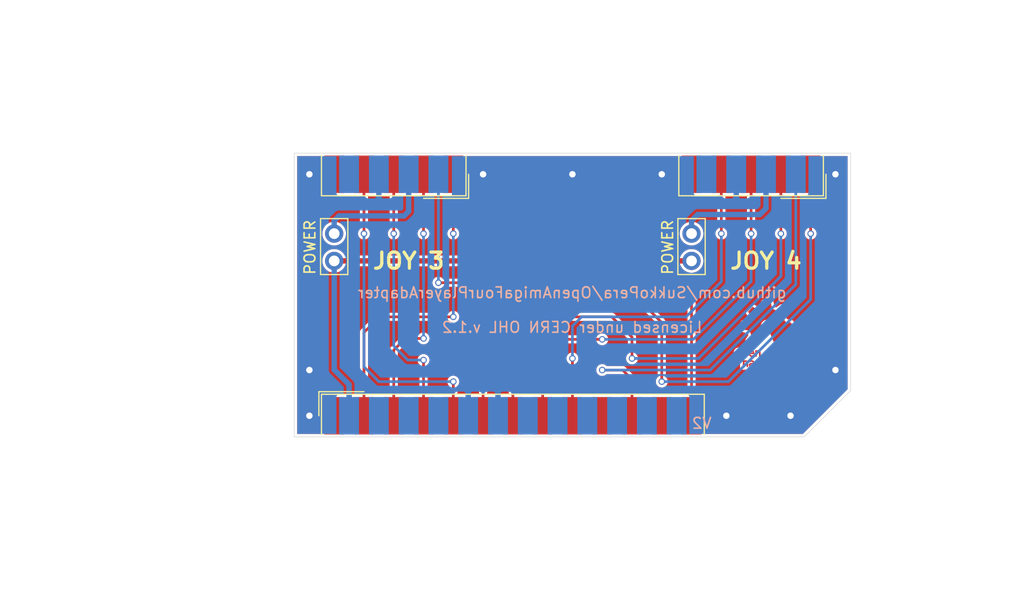
<source format=kicad_pcb>
(kicad_pcb (version 20171130) (host pcbnew 5.1.5)

  (general
    (thickness 1.6)
    (drawings 11)
    (tracks 140)
    (zones 0)
    (modules 6)
    (nets 15)
  )

  (page A4)
  (title_block
    (title OpenAmigaFourPlayerAdapter)
    (date 2020-02-22)
    (rev 2git)
    (company SukkoPera)
    (comment 1 "Licensed under CERN OHL v.1.2")
    (comment 2 "Thanks to Graham P.")
  )

  (layers
    (0 Top signal)
    (31 Bottom signal)
    (36 B.SilkS user)
    (37 F.SilkS user)
    (38 B.Mask user)
    (39 F.Mask user)
    (40 Dwgs.User user hide)
    (44 Edge.Cuts user)
    (45 Margin user hide)
    (46 B.CrtYd user hide)
    (47 F.CrtYd user hide)
    (49 F.Fab user hide)
  )

  (setup
    (last_trace_width 0.25)
    (trace_clearance 0.1524)
    (zone_clearance 0.254)
    (zone_45_only yes)
    (trace_min 0.2)
    (via_size 0.6)
    (via_drill 0.4)
    (via_min_size 0.4)
    (via_min_drill 0.3)
    (uvia_size 0.3)
    (uvia_drill 0.1)
    (uvias_allowed no)
    (uvia_min_size 0.2)
    (uvia_min_drill 0.1)
    (edge_width 0.05)
    (segment_width 0.2)
    (pcb_text_width 0.3)
    (pcb_text_size 1.5 1.5)
    (mod_edge_width 0.12)
    (mod_text_size 1 1)
    (mod_text_width 0.15)
    (pad_size 1.524 1.524)
    (pad_drill 0.762)
    (pad_to_mask_clearance 0)
    (solder_mask_min_width 0.25)
    (aux_axis_origin 0 0)
    (visible_elements FFFFFF7F)
    (pcbplotparams
      (layerselection 0x010f0_ffffffff)
      (usegerberextensions false)
      (usegerberattributes false)
      (usegerberadvancedattributes false)
      (creategerberjobfile false)
      (excludeedgelayer true)
      (linewidth 0.100000)
      (plotframeref false)
      (viasonmask false)
      (mode 1)
      (useauxorigin false)
      (hpglpennumber 1)
      (hpglpenspeed 20)
      (hpglpendiameter 15.000000)
      (psnegative false)
      (psa4output false)
      (plotreference true)
      (plotvalue true)
      (plotinvisibletext false)
      (padsonsilk false)
      (subtractmaskfromsilk false)
      (outputformat 1)
      (mirror false)
      (drillshape 0)
      (scaleselection 1)
      (outputdirectory "gerbers"))
  )

  (net 0 "")
  (net 1 "Net-(J3-Pad7)")
  (net 2 "Net-(J4-Pad7)")
  (net 3 /up3)
  (net 4 /down3)
  (net 5 /left3)
  (net 6 /right3)
  (net 7 /up4)
  (net 8 /down4)
  (net 9 /left4)
  (net 10 /fire4)
  (net 11 /fire3)
  (net 12 /+5v)
  (net 13 /gnd)
  (net 14 /right4)

  (net_class Default "This is the default net class."
    (clearance 0.1524)
    (trace_width 0.25)
    (via_dia 0.6)
    (via_drill 0.4)
    (uvia_dia 0.3)
    (uvia_drill 0.1)
    (add_net /down3)
    (add_net /down4)
    (add_net /fire3)
    (add_net /fire4)
    (add_net /left3)
    (add_net /left4)
    (add_net /right3)
    (add_net /right4)
    (add_net /up3)
    (add_net /up4)
  )

  (net_class Power ""
    (clearance 0.1524)
    (trace_width 0.5)
    (via_dia 0.8)
    (via_drill 0.6)
    (uvia_dia 0.3)
    (uvia_drill 0.1)
    (add_net /+5v)
    (add_net /gnd)
    (add_net "Net-(J3-Pad7)")
    (add_net "Net-(J4-Pad7)")
  )

  (module Connector_Dsub:DSUB-25_Male_EdgeMount_P2.77mm (layer Top) (tedit 59FEDEE2) (tstamp 5E0E5D94)
    (at 149.3055 111.6965)
    (descr "25-pin D-Sub connector, solder-cups edge-mounted, male, x-pin-pitch 2.77mm, distance of mounting holes 47.1mm, see https://disti-assets.s3.amazonaws.com/tonar/files/datasheets/16730.pdf")
    (tags "25-pin D-Sub connector edge mount solder cup male x-pin-pitch 2.77mm mounting holes distance 47.1mm")
    (path /753049C4)
    (attr smd)
    (fp_text reference J1 (at -20.543333 0) (layer F.SilkS) hide
      (effects (font (size 1 1) (thickness 0.15)))
    )
    (fp_text value F25HP (at 0 16.69) (layer F.Fab)
      (effects (font (size 1 1) (thickness 0.15)))
    )
    (fp_line (start -17.22 -0.91) (end -17.22 1.99) (layer F.Fab) (width 0.1))
    (fp_line (start -17.22 1.99) (end -16.02 1.99) (layer F.Fab) (width 0.1))
    (fp_line (start -16.02 1.99) (end -16.02 -0.91) (layer F.Fab) (width 0.1))
    (fp_line (start -16.02 -0.91) (end -17.22 -0.91) (layer F.Fab) (width 0.1))
    (fp_line (start -14.45 -0.91) (end -14.45 1.99) (layer F.Fab) (width 0.1))
    (fp_line (start -14.45 1.99) (end -13.25 1.99) (layer F.Fab) (width 0.1))
    (fp_line (start -13.25 1.99) (end -13.25 -0.91) (layer F.Fab) (width 0.1))
    (fp_line (start -13.25 -0.91) (end -14.45 -0.91) (layer F.Fab) (width 0.1))
    (fp_line (start -11.68 -0.91) (end -11.68 1.99) (layer F.Fab) (width 0.1))
    (fp_line (start -11.68 1.99) (end -10.48 1.99) (layer F.Fab) (width 0.1))
    (fp_line (start -10.48 1.99) (end -10.48 -0.91) (layer F.Fab) (width 0.1))
    (fp_line (start -10.48 -0.91) (end -11.68 -0.91) (layer F.Fab) (width 0.1))
    (fp_line (start -8.91 -0.91) (end -8.91 1.99) (layer F.Fab) (width 0.1))
    (fp_line (start -8.91 1.99) (end -7.71 1.99) (layer F.Fab) (width 0.1))
    (fp_line (start -7.71 1.99) (end -7.71 -0.91) (layer F.Fab) (width 0.1))
    (fp_line (start -7.71 -0.91) (end -8.91 -0.91) (layer F.Fab) (width 0.1))
    (fp_line (start -6.14 -0.91) (end -6.14 1.99) (layer F.Fab) (width 0.1))
    (fp_line (start -6.14 1.99) (end -4.94 1.99) (layer F.Fab) (width 0.1))
    (fp_line (start -4.94 1.99) (end -4.94 -0.91) (layer F.Fab) (width 0.1))
    (fp_line (start -4.94 -0.91) (end -6.14 -0.91) (layer F.Fab) (width 0.1))
    (fp_line (start -3.37 -0.91) (end -3.37 1.99) (layer F.Fab) (width 0.1))
    (fp_line (start -3.37 1.99) (end -2.17 1.99) (layer F.Fab) (width 0.1))
    (fp_line (start -2.17 1.99) (end -2.17 -0.91) (layer F.Fab) (width 0.1))
    (fp_line (start -2.17 -0.91) (end -3.37 -0.91) (layer F.Fab) (width 0.1))
    (fp_line (start -0.6 -0.91) (end -0.6 1.99) (layer F.Fab) (width 0.1))
    (fp_line (start -0.6 1.99) (end 0.6 1.99) (layer F.Fab) (width 0.1))
    (fp_line (start 0.6 1.99) (end 0.6 -0.91) (layer F.Fab) (width 0.1))
    (fp_line (start 0.6 -0.91) (end -0.6 -0.91) (layer F.Fab) (width 0.1))
    (fp_line (start 2.17 -0.91) (end 2.17 1.99) (layer F.Fab) (width 0.1))
    (fp_line (start 2.17 1.99) (end 3.37 1.99) (layer F.Fab) (width 0.1))
    (fp_line (start 3.37 1.99) (end 3.37 -0.91) (layer F.Fab) (width 0.1))
    (fp_line (start 3.37 -0.91) (end 2.17 -0.91) (layer F.Fab) (width 0.1))
    (fp_line (start 4.94 -0.91) (end 4.94 1.99) (layer F.Fab) (width 0.1))
    (fp_line (start 4.94 1.99) (end 6.14 1.99) (layer F.Fab) (width 0.1))
    (fp_line (start 6.14 1.99) (end 6.14 -0.91) (layer F.Fab) (width 0.1))
    (fp_line (start 6.14 -0.91) (end 4.94 -0.91) (layer F.Fab) (width 0.1))
    (fp_line (start 7.71 -0.91) (end 7.71 1.99) (layer F.Fab) (width 0.1))
    (fp_line (start 7.71 1.99) (end 8.91 1.99) (layer F.Fab) (width 0.1))
    (fp_line (start 8.91 1.99) (end 8.91 -0.91) (layer F.Fab) (width 0.1))
    (fp_line (start 8.91 -0.91) (end 7.71 -0.91) (layer F.Fab) (width 0.1))
    (fp_line (start 10.48 -0.91) (end 10.48 1.99) (layer F.Fab) (width 0.1))
    (fp_line (start 10.48 1.99) (end 11.68 1.99) (layer F.Fab) (width 0.1))
    (fp_line (start 11.68 1.99) (end 11.68 -0.91) (layer F.Fab) (width 0.1))
    (fp_line (start 11.68 -0.91) (end 10.48 -0.91) (layer F.Fab) (width 0.1))
    (fp_line (start 13.25 -0.91) (end 13.25 1.99) (layer F.Fab) (width 0.1))
    (fp_line (start 13.25 1.99) (end 14.45 1.99) (layer F.Fab) (width 0.1))
    (fp_line (start 14.45 1.99) (end 14.45 -0.91) (layer F.Fab) (width 0.1))
    (fp_line (start 14.45 -0.91) (end 13.25 -0.91) (layer F.Fab) (width 0.1))
    (fp_line (start 16.02 -0.91) (end 16.02 1.99) (layer F.Fab) (width 0.1))
    (fp_line (start 16.02 1.99) (end 17.22 1.99) (layer F.Fab) (width 0.1))
    (fp_line (start 17.22 1.99) (end 17.22 -0.91) (layer F.Fab) (width 0.1))
    (fp_line (start 17.22 -0.91) (end 16.02 -0.91) (layer F.Fab) (width 0.1))
    (fp_line (start -15.835 -0.91) (end -15.835 1.99) (layer B.Fab) (width 0.1))
    (fp_line (start -15.835 1.99) (end -14.635 1.99) (layer B.Fab) (width 0.1))
    (fp_line (start -14.635 1.99) (end -14.635 -0.91) (layer B.Fab) (width 0.1))
    (fp_line (start -14.635 -0.91) (end -15.835 -0.91) (layer B.Fab) (width 0.1))
    (fp_line (start -13.065 -0.91) (end -13.065 1.99) (layer B.Fab) (width 0.1))
    (fp_line (start -13.065 1.99) (end -11.865 1.99) (layer B.Fab) (width 0.1))
    (fp_line (start -11.865 1.99) (end -11.865 -0.91) (layer B.Fab) (width 0.1))
    (fp_line (start -11.865 -0.91) (end -13.065 -0.91) (layer B.Fab) (width 0.1))
    (fp_line (start -10.295 -0.91) (end -10.295 1.99) (layer B.Fab) (width 0.1))
    (fp_line (start -10.295 1.99) (end -9.095 1.99) (layer B.Fab) (width 0.1))
    (fp_line (start -9.095 1.99) (end -9.095 -0.91) (layer B.Fab) (width 0.1))
    (fp_line (start -9.095 -0.91) (end -10.295 -0.91) (layer B.Fab) (width 0.1))
    (fp_line (start -7.525 -0.91) (end -7.525 1.99) (layer B.Fab) (width 0.1))
    (fp_line (start -7.525 1.99) (end -6.325 1.99) (layer B.Fab) (width 0.1))
    (fp_line (start -6.325 1.99) (end -6.325 -0.91) (layer B.Fab) (width 0.1))
    (fp_line (start -6.325 -0.91) (end -7.525 -0.91) (layer B.Fab) (width 0.1))
    (fp_line (start -4.755 -0.91) (end -4.755 1.99) (layer B.Fab) (width 0.1))
    (fp_line (start -4.755 1.99) (end -3.555 1.99) (layer B.Fab) (width 0.1))
    (fp_line (start -3.555 1.99) (end -3.555 -0.91) (layer B.Fab) (width 0.1))
    (fp_line (start -3.555 -0.91) (end -4.755 -0.91) (layer B.Fab) (width 0.1))
    (fp_line (start -1.985 -0.91) (end -1.985 1.99) (layer B.Fab) (width 0.1))
    (fp_line (start -1.985 1.99) (end -0.785 1.99) (layer B.Fab) (width 0.1))
    (fp_line (start -0.785 1.99) (end -0.785 -0.91) (layer B.Fab) (width 0.1))
    (fp_line (start -0.785 -0.91) (end -1.985 -0.91) (layer B.Fab) (width 0.1))
    (fp_line (start 0.785 -0.91) (end 0.785 1.99) (layer B.Fab) (width 0.1))
    (fp_line (start 0.785 1.99) (end 1.985 1.99) (layer B.Fab) (width 0.1))
    (fp_line (start 1.985 1.99) (end 1.985 -0.91) (layer B.Fab) (width 0.1))
    (fp_line (start 1.985 -0.91) (end 0.785 -0.91) (layer B.Fab) (width 0.1))
    (fp_line (start 3.555 -0.91) (end 3.555 1.99) (layer B.Fab) (width 0.1))
    (fp_line (start 3.555 1.99) (end 4.755 1.99) (layer B.Fab) (width 0.1))
    (fp_line (start 4.755 1.99) (end 4.755 -0.91) (layer B.Fab) (width 0.1))
    (fp_line (start 4.755 -0.91) (end 3.555 -0.91) (layer B.Fab) (width 0.1))
    (fp_line (start 6.325 -0.91) (end 6.325 1.99) (layer B.Fab) (width 0.1))
    (fp_line (start 6.325 1.99) (end 7.525 1.99) (layer B.Fab) (width 0.1))
    (fp_line (start 7.525 1.99) (end 7.525 -0.91) (layer B.Fab) (width 0.1))
    (fp_line (start 7.525 -0.91) (end 6.325 -0.91) (layer B.Fab) (width 0.1))
    (fp_line (start 9.095 -0.91) (end 9.095 1.99) (layer B.Fab) (width 0.1))
    (fp_line (start 9.095 1.99) (end 10.295 1.99) (layer B.Fab) (width 0.1))
    (fp_line (start 10.295 1.99) (end 10.295 -0.91) (layer B.Fab) (width 0.1))
    (fp_line (start 10.295 -0.91) (end 9.095 -0.91) (layer B.Fab) (width 0.1))
    (fp_line (start 11.865 -0.91) (end 11.865 1.99) (layer B.Fab) (width 0.1))
    (fp_line (start 11.865 1.99) (end 13.065 1.99) (layer B.Fab) (width 0.1))
    (fp_line (start 13.065 1.99) (end 13.065 -0.91) (layer B.Fab) (width 0.1))
    (fp_line (start 13.065 -0.91) (end 11.865 -0.91) (layer B.Fab) (width 0.1))
    (fp_line (start 14.635 -0.91) (end 14.635 1.99) (layer B.Fab) (width 0.1))
    (fp_line (start 14.635 1.99) (end 15.835 1.99) (layer B.Fab) (width 0.1))
    (fp_line (start 15.835 1.99) (end 15.835 -0.91) (layer B.Fab) (width 0.1))
    (fp_line (start 15.835 -0.91) (end 14.635 -0.91) (layer B.Fab) (width 0.1))
    (fp_line (start -18.55 1.99) (end -18.55 4.79) (layer F.Fab) (width 0.1))
    (fp_line (start -18.55 4.79) (end 18.55 4.79) (layer F.Fab) (width 0.1))
    (fp_line (start 18.55 4.79) (end 18.55 1.99) (layer F.Fab) (width 0.1))
    (fp_line (start 18.55 1.99) (end -18.55 1.99) (layer F.Fab) (width 0.1))
    (fp_line (start -19.55 4.79) (end -19.55 9.29) (layer F.Fab) (width 0.1))
    (fp_line (start -19.55 9.29) (end 19.55 9.29) (layer F.Fab) (width 0.1))
    (fp_line (start 19.55 9.29) (end 19.55 4.79) (layer F.Fab) (width 0.1))
    (fp_line (start 19.55 4.79) (end -19.55 4.79) (layer F.Fab) (width 0.1))
    (fp_line (start -26.55 9.29) (end -26.55 9.69) (layer F.Fab) (width 0.1))
    (fp_line (start -26.55 9.69) (end 26.55 9.69) (layer F.Fab) (width 0.1))
    (fp_line (start 26.55 9.69) (end 26.55 9.29) (layer F.Fab) (width 0.1))
    (fp_line (start 26.55 9.29) (end -26.55 9.29) (layer F.Fab) (width 0.1))
    (fp_line (start -19.15 9.69) (end -19.15 15.69) (layer F.Fab) (width 0.1))
    (fp_line (start -19.15 15.69) (end 19.15 15.69) (layer F.Fab) (width 0.1))
    (fp_line (start 19.15 15.69) (end 19.15 9.69) (layer F.Fab) (width 0.1))
    (fp_line (start 19.15 9.69) (end -19.15 9.69) (layer F.Fab) (width 0.1))
    (fp_line (start -18.05 -2.25) (end 18.05 -2.25) (layer F.CrtYd) (width 0.05))
    (fp_line (start 18.05 -2.25) (end 18.05 1.5) (layer F.CrtYd) (width 0.05))
    (fp_line (start 18.05 1.5) (end 19.05 1.5) (layer F.CrtYd) (width 0.05))
    (fp_line (start 19.05 1.5) (end 19.05 4.3) (layer F.CrtYd) (width 0.05))
    (fp_line (start 19.05 4.3) (end 20.05 4.3) (layer F.CrtYd) (width 0.05))
    (fp_line (start 20.05 4.3) (end 20.05 8.8) (layer F.CrtYd) (width 0.05))
    (fp_line (start 20.05 8.8) (end 27.05 8.8) (layer F.CrtYd) (width 0.05))
    (fp_line (start 27.05 8.8) (end 27.05 10.2) (layer F.CrtYd) (width 0.05))
    (fp_line (start 27.05 10.2) (end 19.65 10.2) (layer F.CrtYd) (width 0.05))
    (fp_line (start 19.65 10.2) (end 19.65 16.2) (layer F.CrtYd) (width 0.05))
    (fp_line (start 19.65 16.2) (end -19.65 16.2) (layer F.CrtYd) (width 0.05))
    (fp_line (start -19.65 16.2) (end -19.65 10.2) (layer F.CrtYd) (width 0.05))
    (fp_line (start -19.65 10.2) (end -27.05 10.2) (layer F.CrtYd) (width 0.05))
    (fp_line (start -27.05 10.2) (end -27.05 8.8) (layer F.CrtYd) (width 0.05))
    (fp_line (start -27.05 8.8) (end -20.05 8.8) (layer F.CrtYd) (width 0.05))
    (fp_line (start -20.05 8.8) (end -20.05 4.3) (layer F.CrtYd) (width 0.05))
    (fp_line (start -20.05 4.3) (end -19.05 4.3) (layer F.CrtYd) (width 0.05))
    (fp_line (start -19.05 4.3) (end -19.05 1.5) (layer F.CrtYd) (width 0.05))
    (fp_line (start -19.05 1.5) (end -18.05 1.5) (layer F.CrtYd) (width 0.05))
    (fp_line (start -18.05 1.5) (end -18.05 -2.25) (layer F.CrtYd) (width 0.05))
    (fp_line (start 17.803333 1.74) (end 17.803333 -2) (layer F.SilkS) (width 0.12))
    (fp_line (start 17.803333 -2) (end -17.803333 -2) (layer F.SilkS) (width 0.12))
    (fp_line (start -17.803333 -2) (end -17.803333 1.74) (layer F.SilkS) (width 0.12))
    (fp_line (start -18.043333 0) (end -18.043333 -2.24) (layer F.SilkS) (width 0.12))
    (fp_line (start -18.043333 -2.24) (end -13.85 -2.24) (layer F.SilkS) (width 0.12))
    (fp_line (start -26.55 1.99) (end 26.55 1.99) (layer Dwgs.User) (width 0.05))
    (fp_text user %R (at 0 3.39) (layer F.Fab)
      (effects (font (size 1 1) (thickness 0.15)))
    )
    (fp_text user "PCB edge" (at -21.55 1.323333) (layer Dwgs.User)
      (effects (font (size 0.5 0.5) (thickness 0.075)))
    )
    (pad 1 smd rect (at -16.62 0) (size 1.846667 3.48) (layers Top F.Paste F.Mask))
    (pad 2 smd rect (at -13.85 0) (size 1.846667 3.48) (layers Top F.Paste F.Mask)
      (net 3 /up3))
    (pad 3 smd rect (at -11.08 0) (size 1.846667 3.48) (layers Top F.Paste F.Mask)
      (net 4 /down3))
    (pad 4 smd rect (at -8.31 0) (size 1.846667 3.48) (layers Top F.Paste F.Mask)
      (net 5 /left3))
    (pad 5 smd rect (at -5.54 0) (size 1.846667 3.48) (layers Top F.Paste F.Mask)
      (net 6 /right3))
    (pad 6 smd rect (at -2.77 0) (size 1.846667 3.48) (layers Top F.Paste F.Mask)
      (net 7 /up4))
    (pad 7 smd rect (at 0 0) (size 1.846667 3.48) (layers Top F.Paste F.Mask)
      (net 8 /down4))
    (pad 8 smd rect (at 2.77 0) (size 1.846667 3.48) (layers Top F.Paste F.Mask)
      (net 9 /left4))
    (pad 9 smd rect (at 5.54 0) (size 1.846667 3.48) (layers Top F.Paste F.Mask)
      (net 14 /right4))
    (pad 10 smd rect (at 8.31 0) (size 1.846667 3.48) (layers Top F.Paste F.Mask))
    (pad 11 smd rect (at 11.08 0) (size 1.846667 3.48) (layers Top F.Paste F.Mask)
      (net 10 /fire4))
    (pad 12 smd rect (at 13.85 0) (size 1.846667 3.48) (layers Top F.Paste F.Mask))
    (pad 13 smd rect (at 16.62 0) (size 1.846667 3.48) (layers Top F.Paste F.Mask)
      (net 11 /fire3))
    (pad 14 smd rect (at -15.235 0) (size 1.846667 3.48) (layers Bottom B.Paste B.Mask)
      (net 12 /+5v))
    (pad 15 smd rect (at -12.465 0) (size 1.846667 3.48) (layers Bottom B.Paste B.Mask))
    (pad 16 smd rect (at -9.695 0) (size 1.846667 3.48) (layers Bottom B.Paste B.Mask))
    (pad 17 smd rect (at -6.925 0) (size 1.846667 3.48) (layers Bottom B.Paste B.Mask))
    (pad 18 smd rect (at -4.155 0) (size 1.846667 3.48) (layers Bottom B.Paste B.Mask)
      (net 13 /gnd))
    (pad 19 smd rect (at -1.385 0) (size 1.846667 3.48) (layers Bottom B.Paste B.Mask)
      (net 13 /gnd))
    (pad 20 smd rect (at 1.385 0) (size 1.846667 3.48) (layers Bottom B.Paste B.Mask))
    (pad 21 smd rect (at 4.155 0) (size 1.846667 3.48) (layers Bottom B.Paste B.Mask))
    (pad 22 smd rect (at 6.925 0) (size 1.846667 3.48) (layers Bottom B.Paste B.Mask))
    (pad 23 smd rect (at 9.695 0) (size 1.846667 3.48) (layers Bottom B.Paste B.Mask))
    (pad 24 smd rect (at 12.465 0) (size 1.846667 3.48) (layers Bottom B.Paste B.Mask))
    (pad 25 smd rect (at 15.235 0) (size 1.846667 3.48) (layers Bottom B.Paste B.Mask))
    (model ${KISYS3DMOD}/Connector_Dsub.3dshapes/DSUB-25_Male_Vertical_P2.77x2.84mm.wrl
      (offset (xyz -16.5 -2.5 0.5))
      (scale (xyz 1 1 1))
      (rotate (xyz 90 180 180))
    )
  )

  (module Connector_Dsub:DSUB-9_Male_EdgeMount_P2.77mm (layer Top) (tedit 59FEDEE2) (tstamp 5E0E5E40)
    (at 138.2255 89.2175 180)
    (descr "9-pin D-Sub connector, solder-cups edge-mounted, male, x-pin-pitch 2.77mm, distance of mounting holes 25mm, see https://disti-assets.s3.amazonaws.com/tonar/files/datasheets/16730.pdf")
    (tags "9-pin D-Sub connector edge mount solder cup male x-pin-pitch 2.77mm mounting holes distance 25mm")
    (path /DDF2E3E2)
    (attr smd)
    (fp_text reference J3 (at -9.463333 0) (layer F.SilkS) hide
      (effects (font (size 1 1) (thickness 0.15)))
    )
    (fp_text value F09HP (at 0 16.69) (layer F.Fab)
      (effects (font (size 1 1) (thickness 0.15)))
    )
    (fp_line (start -6.14 -0.91) (end -6.14 1.99) (layer F.Fab) (width 0.1))
    (fp_line (start -6.14 1.99) (end -4.94 1.99) (layer F.Fab) (width 0.1))
    (fp_line (start -4.94 1.99) (end -4.94 -0.91) (layer F.Fab) (width 0.1))
    (fp_line (start -4.94 -0.91) (end -6.14 -0.91) (layer F.Fab) (width 0.1))
    (fp_line (start -3.37 -0.91) (end -3.37 1.99) (layer F.Fab) (width 0.1))
    (fp_line (start -3.37 1.99) (end -2.17 1.99) (layer F.Fab) (width 0.1))
    (fp_line (start -2.17 1.99) (end -2.17 -0.91) (layer F.Fab) (width 0.1))
    (fp_line (start -2.17 -0.91) (end -3.37 -0.91) (layer F.Fab) (width 0.1))
    (fp_line (start -0.6 -0.91) (end -0.6 1.99) (layer F.Fab) (width 0.1))
    (fp_line (start -0.6 1.99) (end 0.6 1.99) (layer F.Fab) (width 0.1))
    (fp_line (start 0.6 1.99) (end 0.6 -0.91) (layer F.Fab) (width 0.1))
    (fp_line (start 0.6 -0.91) (end -0.6 -0.91) (layer F.Fab) (width 0.1))
    (fp_line (start 2.17 -0.91) (end 2.17 1.99) (layer F.Fab) (width 0.1))
    (fp_line (start 2.17 1.99) (end 3.37 1.99) (layer F.Fab) (width 0.1))
    (fp_line (start 3.37 1.99) (end 3.37 -0.91) (layer F.Fab) (width 0.1))
    (fp_line (start 3.37 -0.91) (end 2.17 -0.91) (layer F.Fab) (width 0.1))
    (fp_line (start 4.94 -0.91) (end 4.94 1.99) (layer F.Fab) (width 0.1))
    (fp_line (start 4.94 1.99) (end 6.14 1.99) (layer F.Fab) (width 0.1))
    (fp_line (start 6.14 1.99) (end 6.14 -0.91) (layer F.Fab) (width 0.1))
    (fp_line (start 6.14 -0.91) (end 4.94 -0.91) (layer F.Fab) (width 0.1))
    (fp_line (start -4.755 -0.91) (end -4.755 1.99) (layer B.Fab) (width 0.1))
    (fp_line (start -4.755 1.99) (end -3.555 1.99) (layer B.Fab) (width 0.1))
    (fp_line (start -3.555 1.99) (end -3.555 -0.91) (layer B.Fab) (width 0.1))
    (fp_line (start -3.555 -0.91) (end -4.755 -0.91) (layer B.Fab) (width 0.1))
    (fp_line (start -1.985 -0.91) (end -1.985 1.99) (layer B.Fab) (width 0.1))
    (fp_line (start -1.985 1.99) (end -0.785 1.99) (layer B.Fab) (width 0.1))
    (fp_line (start -0.785 1.99) (end -0.785 -0.91) (layer B.Fab) (width 0.1))
    (fp_line (start -0.785 -0.91) (end -1.985 -0.91) (layer B.Fab) (width 0.1))
    (fp_line (start 0.785 -0.91) (end 0.785 1.99) (layer B.Fab) (width 0.1))
    (fp_line (start 0.785 1.99) (end 1.985 1.99) (layer B.Fab) (width 0.1))
    (fp_line (start 1.985 1.99) (end 1.985 -0.91) (layer B.Fab) (width 0.1))
    (fp_line (start 1.985 -0.91) (end 0.785 -0.91) (layer B.Fab) (width 0.1))
    (fp_line (start 3.555 -0.91) (end 3.555 1.99) (layer B.Fab) (width 0.1))
    (fp_line (start 3.555 1.99) (end 4.755 1.99) (layer B.Fab) (width 0.1))
    (fp_line (start 4.755 1.99) (end 4.755 -0.91) (layer B.Fab) (width 0.1))
    (fp_line (start 4.755 -0.91) (end 3.555 -0.91) (layer B.Fab) (width 0.1))
    (fp_line (start -7.55 1.99) (end -7.55 4.79) (layer F.Fab) (width 0.1))
    (fp_line (start -7.55 4.79) (end 7.55 4.79) (layer F.Fab) (width 0.1))
    (fp_line (start 7.55 4.79) (end 7.55 1.99) (layer F.Fab) (width 0.1))
    (fp_line (start 7.55 1.99) (end -7.55 1.99) (layer F.Fab) (width 0.1))
    (fp_line (start -8.55 4.79) (end -8.55 9.29) (layer F.Fab) (width 0.1))
    (fp_line (start -8.55 9.29) (end 8.55 9.29) (layer F.Fab) (width 0.1))
    (fp_line (start 8.55 9.29) (end 8.55 4.79) (layer F.Fab) (width 0.1))
    (fp_line (start 8.55 4.79) (end -8.55 4.79) (layer F.Fab) (width 0.1))
    (fp_line (start -15.425 9.29) (end -15.425 9.69) (layer F.Fab) (width 0.1))
    (fp_line (start -15.425 9.69) (end 15.425 9.69) (layer F.Fab) (width 0.1))
    (fp_line (start 15.425 9.69) (end 15.425 9.29) (layer F.Fab) (width 0.1))
    (fp_line (start 15.425 9.29) (end -15.425 9.29) (layer F.Fab) (width 0.1))
    (fp_line (start -8.15 9.69) (end -8.15 15.69) (layer F.Fab) (width 0.1))
    (fp_line (start -8.15 15.69) (end 8.15 15.69) (layer F.Fab) (width 0.1))
    (fp_line (start 8.15 15.69) (end 8.15 9.69) (layer F.Fab) (width 0.1))
    (fp_line (start 8.15 9.69) (end -8.15 9.69) (layer F.Fab) (width 0.1))
    (fp_line (start -7 -2.25) (end 7 -2.25) (layer F.CrtYd) (width 0.05))
    (fp_line (start 7 -2.25) (end 7 1.5) (layer F.CrtYd) (width 0.05))
    (fp_line (start 7 1.5) (end 8.05 1.5) (layer F.CrtYd) (width 0.05))
    (fp_line (start 8.05 1.5) (end 8.05 4.3) (layer F.CrtYd) (width 0.05))
    (fp_line (start 8.05 4.3) (end 9.05 4.3) (layer F.CrtYd) (width 0.05))
    (fp_line (start 9.05 4.3) (end 9.05 8.8) (layer F.CrtYd) (width 0.05))
    (fp_line (start 9.05 8.8) (end 15.95 8.8) (layer F.CrtYd) (width 0.05))
    (fp_line (start 15.95 8.8) (end 15.95 10.2) (layer F.CrtYd) (width 0.05))
    (fp_line (start 15.95 10.2) (end 8.65 10.2) (layer F.CrtYd) (width 0.05))
    (fp_line (start 8.65 10.2) (end 8.65 16.2) (layer F.CrtYd) (width 0.05))
    (fp_line (start 8.65 16.2) (end -8.65 16.2) (layer F.CrtYd) (width 0.05))
    (fp_line (start -8.65 16.2) (end -8.65 10.2) (layer F.CrtYd) (width 0.05))
    (fp_line (start -8.65 10.2) (end -15.95 10.2) (layer F.CrtYd) (width 0.05))
    (fp_line (start -15.95 10.2) (end -15.95 8.8) (layer F.CrtYd) (width 0.05))
    (fp_line (start -15.95 8.8) (end -9.05 8.8) (layer F.CrtYd) (width 0.05))
    (fp_line (start -9.05 8.8) (end -9.05 4.3) (layer F.CrtYd) (width 0.05))
    (fp_line (start -9.05 4.3) (end -8.05 4.3) (layer F.CrtYd) (width 0.05))
    (fp_line (start -8.05 4.3) (end -8.05 1.5) (layer F.CrtYd) (width 0.05))
    (fp_line (start -8.05 1.5) (end -7 1.5) (layer F.CrtYd) (width 0.05))
    (fp_line (start -7 1.5) (end -7 -2.25) (layer F.CrtYd) (width 0.05))
    (fp_line (start 6.723333 1.74) (end 6.723333 -2) (layer F.SilkS) (width 0.12))
    (fp_line (start 6.723333 -2) (end -6.723333 -2) (layer F.SilkS) (width 0.12))
    (fp_line (start -6.723333 -2) (end -6.723333 1.74) (layer F.SilkS) (width 0.12))
    (fp_line (start -6.963333 0) (end -6.963333 -2.24) (layer F.SilkS) (width 0.12))
    (fp_line (start -6.963333 -2.24) (end -2.77 -2.24) (layer F.SilkS) (width 0.12))
    (fp_line (start -15.425 1.99) (end 15.425 1.99) (layer Dwgs.User) (width 0.05))
    (fp_text user %R (at 0 3.39) (layer F.Fab)
      (effects (font (size 1 1) (thickness 0.15)))
    )
    (fp_text user "PCB edge" (at -10.425 1.323333) (layer Dwgs.User)
      (effects (font (size 0.5 0.5) (thickness 0.075)))
    )
    (pad 1 smd rect (at -5.54 0 180) (size 1.846667 3.48) (layers Top F.Paste F.Mask)
      (net 3 /up3))
    (pad 2 smd rect (at -2.77 0 180) (size 1.846667 3.48) (layers Top F.Paste F.Mask)
      (net 4 /down3))
    (pad 3 smd rect (at 0 0 180) (size 1.846667 3.48) (layers Top F.Paste F.Mask)
      (net 5 /left3))
    (pad 4 smd rect (at 2.77 0 180) (size 1.846667 3.48) (layers Top F.Paste F.Mask)
      (net 6 /right3))
    (pad 5 smd rect (at 5.54 0 180) (size 1.846667 3.48) (layers Top F.Paste F.Mask))
    (pad 6 smd rect (at -4.155 0 180) (size 1.846667 3.48) (layers Bottom B.Paste B.Mask)
      (net 11 /fire3))
    (pad 7 smd rect (at -1.385 0 180) (size 1.846667 3.48) (layers Bottom B.Paste B.Mask)
      (net 1 "Net-(J3-Pad7)"))
    (pad 8 smd rect (at 1.385 0 180) (size 1.846667 3.48) (layers Bottom B.Paste B.Mask)
      (net 13 /gnd))
    (pad 9 smd rect (at 4.155 0 180) (size 1.846667 3.48) (layers Bottom B.Paste B.Mask))
    (model ${KIPRJMOD}/3dmodels/DSUB-9_Male_Vertical_P2.77x2.84mm.wrl
      (offset (xyz -5.5 -2.5 0.5))
      (scale (xyz 1 1 1))
      (rotate (xyz -90 0 0))
    )
  )

  (module Connector_Dsub:DSUB-9_Male_EdgeMount_P2.77mm (layer Top) (tedit 59FEDEE2) (tstamp 5E0E5E9C)
    (at 171.4655 89.2175 180)
    (descr "9-pin D-Sub connector, solder-cups edge-mounted, male, x-pin-pitch 2.77mm, distance of mounting holes 25mm, see https://disti-assets.s3.amazonaws.com/tonar/files/datasheets/16730.pdf")
    (tags "9-pin D-Sub connector edge mount solder cup male x-pin-pitch 2.77mm mounting holes distance 25mm")
    (path /03A3F618)
    (attr smd)
    (fp_text reference J4 (at -9.463333 0) (layer F.SilkS) hide
      (effects (font (size 1 1) (thickness 0.15)))
    )
    (fp_text value F09HP (at 0 16.69) (layer F.Fab)
      (effects (font (size 1 1) (thickness 0.15)))
    )
    (fp_text user "PCB edge" (at -10.425 1.323333) (layer Dwgs.User)
      (effects (font (size 0.5 0.5) (thickness 0.075)))
    )
    (fp_text user %R (at 0 3.39) (layer F.Fab)
      (effects (font (size 1 1) (thickness 0.15)))
    )
    (fp_line (start -15.425 1.99) (end 15.425 1.99) (layer Dwgs.User) (width 0.05))
    (fp_line (start -6.963333 -2.24) (end -2.77 -2.24) (layer F.SilkS) (width 0.12))
    (fp_line (start -6.963333 0) (end -6.963333 -2.24) (layer F.SilkS) (width 0.12))
    (fp_line (start -6.723333 -2) (end -6.723333 1.74) (layer F.SilkS) (width 0.12))
    (fp_line (start 6.723333 -2) (end -6.723333 -2) (layer F.SilkS) (width 0.12))
    (fp_line (start 6.723333 1.74) (end 6.723333 -2) (layer F.SilkS) (width 0.12))
    (fp_line (start -7 1.5) (end -7 -2.25) (layer F.CrtYd) (width 0.05))
    (fp_line (start -8.05 1.5) (end -7 1.5) (layer F.CrtYd) (width 0.05))
    (fp_line (start -8.05 4.3) (end -8.05 1.5) (layer F.CrtYd) (width 0.05))
    (fp_line (start -9.05 4.3) (end -8.05 4.3) (layer F.CrtYd) (width 0.05))
    (fp_line (start -9.05 8.8) (end -9.05 4.3) (layer F.CrtYd) (width 0.05))
    (fp_line (start -15.95 8.8) (end -9.05 8.8) (layer F.CrtYd) (width 0.05))
    (fp_line (start -15.95 10.2) (end -15.95 8.8) (layer F.CrtYd) (width 0.05))
    (fp_line (start -8.65 10.2) (end -15.95 10.2) (layer F.CrtYd) (width 0.05))
    (fp_line (start -8.65 16.2) (end -8.65 10.2) (layer F.CrtYd) (width 0.05))
    (fp_line (start 8.65 16.2) (end -8.65 16.2) (layer F.CrtYd) (width 0.05))
    (fp_line (start 8.65 10.2) (end 8.65 16.2) (layer F.CrtYd) (width 0.05))
    (fp_line (start 15.95 10.2) (end 8.65 10.2) (layer F.CrtYd) (width 0.05))
    (fp_line (start 15.95 8.8) (end 15.95 10.2) (layer F.CrtYd) (width 0.05))
    (fp_line (start 9.05 8.8) (end 15.95 8.8) (layer F.CrtYd) (width 0.05))
    (fp_line (start 9.05 4.3) (end 9.05 8.8) (layer F.CrtYd) (width 0.05))
    (fp_line (start 8.05 4.3) (end 9.05 4.3) (layer F.CrtYd) (width 0.05))
    (fp_line (start 8.05 1.5) (end 8.05 4.3) (layer F.CrtYd) (width 0.05))
    (fp_line (start 7 1.5) (end 8.05 1.5) (layer F.CrtYd) (width 0.05))
    (fp_line (start 7 -2.25) (end 7 1.5) (layer F.CrtYd) (width 0.05))
    (fp_line (start -7 -2.25) (end 7 -2.25) (layer F.CrtYd) (width 0.05))
    (fp_line (start 8.15 9.69) (end -8.15 9.69) (layer F.Fab) (width 0.1))
    (fp_line (start 8.15 15.69) (end 8.15 9.69) (layer F.Fab) (width 0.1))
    (fp_line (start -8.15 15.69) (end 8.15 15.69) (layer F.Fab) (width 0.1))
    (fp_line (start -8.15 9.69) (end -8.15 15.69) (layer F.Fab) (width 0.1))
    (fp_line (start 15.425 9.29) (end -15.425 9.29) (layer F.Fab) (width 0.1))
    (fp_line (start 15.425 9.69) (end 15.425 9.29) (layer F.Fab) (width 0.1))
    (fp_line (start -15.425 9.69) (end 15.425 9.69) (layer F.Fab) (width 0.1))
    (fp_line (start -15.425 9.29) (end -15.425 9.69) (layer F.Fab) (width 0.1))
    (fp_line (start 8.55 4.79) (end -8.55 4.79) (layer F.Fab) (width 0.1))
    (fp_line (start 8.55 9.29) (end 8.55 4.79) (layer F.Fab) (width 0.1))
    (fp_line (start -8.55 9.29) (end 8.55 9.29) (layer F.Fab) (width 0.1))
    (fp_line (start -8.55 4.79) (end -8.55 9.29) (layer F.Fab) (width 0.1))
    (fp_line (start 7.55 1.99) (end -7.55 1.99) (layer F.Fab) (width 0.1))
    (fp_line (start 7.55 4.79) (end 7.55 1.99) (layer F.Fab) (width 0.1))
    (fp_line (start -7.55 4.79) (end 7.55 4.79) (layer F.Fab) (width 0.1))
    (fp_line (start -7.55 1.99) (end -7.55 4.79) (layer F.Fab) (width 0.1))
    (fp_line (start 4.755 -0.91) (end 3.555 -0.91) (layer B.Fab) (width 0.1))
    (fp_line (start 4.755 1.99) (end 4.755 -0.91) (layer B.Fab) (width 0.1))
    (fp_line (start 3.555 1.99) (end 4.755 1.99) (layer B.Fab) (width 0.1))
    (fp_line (start 3.555 -0.91) (end 3.555 1.99) (layer B.Fab) (width 0.1))
    (fp_line (start 1.985 -0.91) (end 0.785 -0.91) (layer B.Fab) (width 0.1))
    (fp_line (start 1.985 1.99) (end 1.985 -0.91) (layer B.Fab) (width 0.1))
    (fp_line (start 0.785 1.99) (end 1.985 1.99) (layer B.Fab) (width 0.1))
    (fp_line (start 0.785 -0.91) (end 0.785 1.99) (layer B.Fab) (width 0.1))
    (fp_line (start -0.785 -0.91) (end -1.985 -0.91) (layer B.Fab) (width 0.1))
    (fp_line (start -0.785 1.99) (end -0.785 -0.91) (layer B.Fab) (width 0.1))
    (fp_line (start -1.985 1.99) (end -0.785 1.99) (layer B.Fab) (width 0.1))
    (fp_line (start -1.985 -0.91) (end -1.985 1.99) (layer B.Fab) (width 0.1))
    (fp_line (start -3.555 -0.91) (end -4.755 -0.91) (layer B.Fab) (width 0.1))
    (fp_line (start -3.555 1.99) (end -3.555 -0.91) (layer B.Fab) (width 0.1))
    (fp_line (start -4.755 1.99) (end -3.555 1.99) (layer B.Fab) (width 0.1))
    (fp_line (start -4.755 -0.91) (end -4.755 1.99) (layer B.Fab) (width 0.1))
    (fp_line (start 6.14 -0.91) (end 4.94 -0.91) (layer F.Fab) (width 0.1))
    (fp_line (start 6.14 1.99) (end 6.14 -0.91) (layer F.Fab) (width 0.1))
    (fp_line (start 4.94 1.99) (end 6.14 1.99) (layer F.Fab) (width 0.1))
    (fp_line (start 4.94 -0.91) (end 4.94 1.99) (layer F.Fab) (width 0.1))
    (fp_line (start 3.37 -0.91) (end 2.17 -0.91) (layer F.Fab) (width 0.1))
    (fp_line (start 3.37 1.99) (end 3.37 -0.91) (layer F.Fab) (width 0.1))
    (fp_line (start 2.17 1.99) (end 3.37 1.99) (layer F.Fab) (width 0.1))
    (fp_line (start 2.17 -0.91) (end 2.17 1.99) (layer F.Fab) (width 0.1))
    (fp_line (start 0.6 -0.91) (end -0.6 -0.91) (layer F.Fab) (width 0.1))
    (fp_line (start 0.6 1.99) (end 0.6 -0.91) (layer F.Fab) (width 0.1))
    (fp_line (start -0.6 1.99) (end 0.6 1.99) (layer F.Fab) (width 0.1))
    (fp_line (start -0.6 -0.91) (end -0.6 1.99) (layer F.Fab) (width 0.1))
    (fp_line (start -2.17 -0.91) (end -3.37 -0.91) (layer F.Fab) (width 0.1))
    (fp_line (start -2.17 1.99) (end -2.17 -0.91) (layer F.Fab) (width 0.1))
    (fp_line (start -3.37 1.99) (end -2.17 1.99) (layer F.Fab) (width 0.1))
    (fp_line (start -3.37 -0.91) (end -3.37 1.99) (layer F.Fab) (width 0.1))
    (fp_line (start -4.94 -0.91) (end -6.14 -0.91) (layer F.Fab) (width 0.1))
    (fp_line (start -4.94 1.99) (end -4.94 -0.91) (layer F.Fab) (width 0.1))
    (fp_line (start -6.14 1.99) (end -4.94 1.99) (layer F.Fab) (width 0.1))
    (fp_line (start -6.14 -0.91) (end -6.14 1.99) (layer F.Fab) (width 0.1))
    (pad 9 smd rect (at 4.155 0 180) (size 1.846667 3.48) (layers Bottom B.Paste B.Mask))
    (pad 8 smd rect (at 1.385 0 180) (size 1.846667 3.48) (layers Bottom B.Paste B.Mask)
      (net 13 /gnd))
    (pad 7 smd rect (at -1.385 0 180) (size 1.846667 3.48) (layers Bottom B.Paste B.Mask)
      (net 2 "Net-(J4-Pad7)"))
    (pad 6 smd rect (at -4.155 0 180) (size 1.846667 3.48) (layers Bottom B.Paste B.Mask)
      (net 10 /fire4))
    (pad 5 smd rect (at 5.54 0 180) (size 1.846667 3.48) (layers Top F.Paste F.Mask))
    (pad 4 smd rect (at 2.77 0 180) (size 1.846667 3.48) (layers Top F.Paste F.Mask)
      (net 14 /right4))
    (pad 3 smd rect (at 0 0 180) (size 1.846667 3.48) (layers Top F.Paste F.Mask)
      (net 9 /left4))
    (pad 2 smd rect (at -2.77 0 180) (size 1.846667 3.48) (layers Top F.Paste F.Mask)
      (net 8 /down4))
    (pad 1 smd rect (at -5.54 0 180) (size 1.846667 3.48) (layers Top F.Paste F.Mask)
      (net 7 /up4))
    (model ${KIPRJMOD}/3dmodels/DSUB-9_Male_Vertical_P2.77x2.84mm.wrl
      (offset (xyz -5.5 -2.5 0.5))
      (scale (xyz 1 1 1))
      (rotate (xyz -90 0 0))
    )
  )

  (module OpenAmigaFourPlayerAdapter:PinHeader_1x02_P2.54mm_Vertical (layer Top) (tedit 5E0D26A8) (tstamp 5E0EF42F)
    (at 132.6855 94.742)
    (descr "Through hole straight pin header, 1x02, 2.54mm pitch, single row")
    (tags "Through hole pin header THT 1x02 2.54mm single row")
    (path /5E0E9126)
    (fp_text reference JP3 (at -0.127 5.6635 270) (layer F.SilkS) hide
      (effects (font (size 1 1) (thickness 0.15)))
    )
    (fp_text value J3POWER (at 0 4.87) (layer F.Fab)
      (effects (font (size 1 1) (thickness 0.15)))
    )
    (fp_line (start -0.635 -1.27) (end 1.27 -1.27) (layer F.Fab) (width 0.1))
    (fp_line (start 1.27 -1.27) (end 1.27 3.81) (layer F.Fab) (width 0.1))
    (fp_line (start 1.27 3.81) (end -1.27 3.81) (layer F.Fab) (width 0.1))
    (fp_line (start -1.27 3.81) (end -1.27 -0.635) (layer F.Fab) (width 0.1))
    (fp_line (start -1.27 -0.635) (end -0.635 -1.27) (layer F.Fab) (width 0.1))
    (fp_line (start -1.27 3.81) (end 1.27 3.81) (layer F.SilkS) (width 0.12))
    (fp_line (start -1.27 -1.397) (end -1.27 3.81) (layer F.SilkS) (width 0.12))
    (fp_line (start 1.27 -1.397) (end 1.27 3.81) (layer F.SilkS) (width 0.12))
    (fp_line (start -1.27 -1.397) (end 1.27 -1.397) (layer F.SilkS) (width 0.12))
    (fp_line (start -1.8 -1.8) (end -1.8 4.35) (layer F.CrtYd) (width 0.05))
    (fp_line (start -1.8 4.35) (end 1.8 4.35) (layer F.CrtYd) (width 0.05))
    (fp_line (start 1.8 4.35) (end 1.8 -1.8) (layer F.CrtYd) (width 0.05))
    (fp_line (start 1.8 -1.8) (end -1.8 -1.8) (layer F.CrtYd) (width 0.05))
    (fp_text user %R (at 0 1.27 90) (layer F.Fab)
      (effects (font (size 1 1) (thickness 0.15)))
    )
    (pad 1 thru_hole circle (at 0 0 45) (size 1.7 1.7) (drill 1) (layers *.Cu *.Mask)
      (net 1 "Net-(J3-Pad7)"))
    (pad 2 thru_hole oval (at 0 2.54) (size 1.7 1.7) (drill 1) (layers *.Cu *.Mask)
      (net 12 /+5v))
    (model ${KISYS3DMOD}/Connector_PinHeader_2.54mm.3dshapes/PinHeader_1x02_P2.54mm_Vertical.wrl
      (at (xyz 0 0 0))
      (scale (xyz 1 1 1))
      (rotate (xyz 0 0 0))
    )
  )

  (module OpenAmigaFourPlayerAdapter:PinHeader_1x02_P2.54mm_Vertical (layer Top) (tedit 5E0D26A8) (tstamp 5E0EF442)
    (at 165.9255 94.742)
    (descr "Through hole straight pin header, 1x02, 2.54mm pitch, single row")
    (tags "Through hole pin header THT 1x02 2.54mm single row")
    (path /5E0F1A6F)
    (fp_text reference JP4 (at 0 5.811 270) (layer F.SilkS) hide
      (effects (font (size 1 1) (thickness 0.15)))
    )
    (fp_text value J4POWER (at 0 4.87) (layer F.Fab)
      (effects (font (size 1 1) (thickness 0.15)))
    )
    (fp_text user %R (at 0 1.27 90) (layer F.Fab)
      (effects (font (size 1 1) (thickness 0.15)))
    )
    (fp_line (start 1.8 -1.8) (end -1.8 -1.8) (layer F.CrtYd) (width 0.05))
    (fp_line (start 1.8 4.35) (end 1.8 -1.8) (layer F.CrtYd) (width 0.05))
    (fp_line (start -1.8 4.35) (end 1.8 4.35) (layer F.CrtYd) (width 0.05))
    (fp_line (start -1.8 -1.8) (end -1.8 4.35) (layer F.CrtYd) (width 0.05))
    (fp_line (start -1.27 -1.397) (end 1.27 -1.397) (layer F.SilkS) (width 0.12))
    (fp_line (start 1.27 -1.397) (end 1.27 3.81) (layer F.SilkS) (width 0.12))
    (fp_line (start -1.27 -1.397) (end -1.27 3.81) (layer F.SilkS) (width 0.12))
    (fp_line (start -1.27 3.81) (end 1.27 3.81) (layer F.SilkS) (width 0.12))
    (fp_line (start -1.27 -0.635) (end -0.635 -1.27) (layer F.Fab) (width 0.1))
    (fp_line (start -1.27 3.81) (end -1.27 -0.635) (layer F.Fab) (width 0.1))
    (fp_line (start 1.27 3.81) (end -1.27 3.81) (layer F.Fab) (width 0.1))
    (fp_line (start 1.27 -1.27) (end 1.27 3.81) (layer F.Fab) (width 0.1))
    (fp_line (start -0.635 -1.27) (end 1.27 -1.27) (layer F.Fab) (width 0.1))
    (pad 2 thru_hole oval (at 0 2.54) (size 1.7 1.7) (drill 1) (layers *.Cu *.Mask)
      (net 12 /+5v))
    (pad 1 thru_hole circle (at 0 0 45) (size 1.7 1.7) (drill 1) (layers *.Cu *.Mask)
      (net 2 "Net-(J4-Pad7)"))
    (model ${KISYS3DMOD}/Connector_PinHeader_2.54mm.3dshapes/PinHeader_1x02_P2.54mm_Vertical.wrl
      (at (xyz 0 0 0))
      (scale (xyz 1 1 1))
      (rotate (xyz 0 0 0))
    )
  )

  (module Symbol:OSHW-Logo_5.7x6mm_Copper (layer Top) (tedit 0) (tstamp 5E0F17CA)
    (at 172.974 104.14)
    (descr "Open Source Hardware Logo")
    (tags "Logo OSHW")
    (path /5E13B066)
    (attr virtual)
    (fp_text reference J99 (at 0 0) (layer F.SilkS) hide
      (effects (font (size 1 1) (thickness 0.15)))
    )
    (fp_text value OSHW_LOGO (at 0.75 0) (layer F.Fab) hide
      (effects (font (size 1 1) (thickness 0.15)))
    )
    (fp_poly (pts (xy -1.908759 1.469184) (xy -1.882247 1.482282) (xy -1.849553 1.505106) (xy -1.825725 1.529996)
      (xy -1.809406 1.561249) (xy -1.79924 1.603166) (xy -1.793872 1.660044) (xy -1.791944 1.736184)
      (xy -1.791831 1.768917) (xy -1.792161 1.840656) (xy -1.793527 1.891927) (xy -1.7965 1.927404)
      (xy -1.801649 1.951763) (xy -1.809543 1.96968) (xy -1.817757 1.981902) (xy -1.870187 2.033905)
      (xy -1.93193 2.065184) (xy -1.998536 2.074592) (xy -2.065558 2.06098) (xy -2.086792 2.051354)
      (xy -2.137624 2.024859) (xy -2.137624 2.440052) (xy -2.100525 2.420868) (xy -2.051643 2.406025)
      (xy -1.991561 2.402222) (xy -1.931564 2.409243) (xy -1.886256 2.425013) (xy -1.848675 2.455047)
      (xy -1.816564 2.498024) (xy -1.81415 2.502436) (xy -1.803967 2.523221) (xy -1.79653 2.54417)
      (xy -1.791411 2.569548) (xy -1.788181 2.603618) (xy -1.786413 2.650641) (xy -1.785677 2.714882)
      (xy -1.785544 2.787176) (xy -1.785544 3.017822) (xy -1.923861 3.017822) (xy -1.923861 2.592533)
      (xy -1.962549 2.559979) (xy -2.002738 2.53394) (xy -2.040797 2.529205) (xy -2.079066 2.541389)
      (xy -2.099462 2.55332) (xy -2.114642 2.570313) (xy -2.125438 2.595995) (xy -2.132683 2.633991)
      (xy -2.137208 2.687926) (xy -2.139844 2.761425) (xy -2.140772 2.810347) (xy -2.143911 3.011535)
      (xy -2.209926 3.015336) (xy -2.27594 3.019136) (xy -2.27594 1.77065) (xy -2.137624 1.77065)
      (xy -2.134097 1.840254) (xy -2.122215 1.888569) (xy -2.10002 1.918631) (xy -2.065559 1.933471)
      (xy -2.030742 1.936436) (xy -1.991329 1.933028) (xy -1.965171 1.919617) (xy -1.948814 1.901896)
      (xy -1.935937 1.882835) (xy -1.928272 1.861601) (xy -1.924861 1.831849) (xy -1.924749 1.787236)
      (xy -1.925897 1.74988) (xy -1.928532 1.693604) (xy -1.932456 1.656658) (xy -1.939063 1.633223)
      (xy -1.949749 1.61748) (xy -1.959833 1.60838) (xy -2.00197 1.588537) (xy -2.05184 1.585332)
      (xy -2.080476 1.592168) (xy -2.108828 1.616464) (xy -2.127609 1.663728) (xy -2.136712 1.733624)
      (xy -2.137624 1.77065) (xy -2.27594 1.77065) (xy -2.27594 1.458614) (xy -2.206782 1.458614)
      (xy -2.16526 1.460256) (xy -2.143838 1.466087) (xy -2.137626 1.477461) (xy -2.137624 1.477798)
      (xy -2.134742 1.488938) (xy -2.12203 1.487673) (xy -2.096757 1.475433) (xy -2.037869 1.456707)
      (xy -1.971615 1.454739) (xy -1.908759 1.469184)) (layer Top) (width 0.01))
    (fp_poly (pts (xy -1.38421 2.406555) (xy -1.325055 2.422339) (xy -1.280023 2.450948) (xy -1.248246 2.488419)
      (xy -1.238366 2.504411) (xy -1.231073 2.521163) (xy -1.225974 2.542592) (xy -1.222679 2.572616)
      (xy -1.220797 2.615154) (xy -1.219937 2.674122) (xy -1.219707 2.75344) (xy -1.219703 2.774484)
      (xy -1.219703 3.017822) (xy -1.280059 3.017822) (xy -1.318557 3.015126) (xy -1.347023 3.008295)
      (xy -1.354155 3.004083) (xy -1.373652 2.996813) (xy -1.393566 3.004083) (xy -1.426353 3.01316)
      (xy -1.473978 3.016813) (xy -1.526764 3.015228) (xy -1.575036 3.008589) (xy -1.603218 3.000072)
      (xy -1.657753 2.965063) (xy -1.691835 2.916479) (xy -1.707157 2.851882) (xy -1.707299 2.850223)
      (xy -1.705955 2.821566) (xy -1.584356 2.821566) (xy -1.573726 2.854161) (xy -1.55641 2.872505)
      (xy -1.521652 2.886379) (xy -1.475773 2.891917) (xy -1.428988 2.889191) (xy -1.391514 2.878274)
      (xy -1.381015 2.871269) (xy -1.362668 2.838904) (xy -1.35802 2.802111) (xy -1.35802 2.753763)
      (xy -1.427582 2.753763) (xy -1.493667 2.75885) (xy -1.543764 2.773263) (xy -1.574929 2.795729)
      (xy -1.584356 2.821566) (xy -1.705955 2.821566) (xy -1.703987 2.779647) (xy -1.68071 2.723845)
      (xy -1.636948 2.681647) (xy -1.630899 2.677808) (xy -1.604907 2.665309) (xy -1.572735 2.65774)
      (xy -1.52776 2.654061) (xy -1.474331 2.653216) (xy -1.35802 2.653169) (xy -1.35802 2.604411)
      (xy -1.362953 2.566581) (xy -1.375543 2.541236) (xy -1.377017 2.539887) (xy -1.405034 2.5288)
      (xy -1.447326 2.524503) (xy -1.494064 2.526615) (xy -1.535418 2.534756) (xy -1.559957 2.546965)
      (xy -1.573253 2.556746) (xy -1.587294 2.558613) (xy -1.606671 2.5506) (xy -1.635976 2.530739)
      (xy -1.679803 2.497063) (xy -1.683825 2.493909) (xy -1.681764 2.482236) (xy -1.664568 2.462822)
      (xy -1.638433 2.441248) (xy -1.609552 2.423096) (xy -1.600478 2.418809) (xy -1.56738 2.410256)
      (xy -1.51888 2.404155) (xy -1.464695 2.401708) (xy -1.462161 2.401703) (xy -1.38421 2.406555)) (layer Top) (width 0.01))
    (fp_poly (pts (xy -0.993356 2.40302) (xy -0.974539 2.40866) (xy -0.968473 2.421053) (xy -0.968218 2.426647)
      (xy -0.967129 2.44223) (xy -0.959632 2.444676) (xy -0.939381 2.433993) (xy -0.927351 2.426694)
      (xy -0.8894 2.411063) (xy -0.844072 2.403334) (xy -0.796544 2.40274) (xy -0.751995 2.408513)
      (xy -0.715602 2.419884) (xy -0.692543 2.436088) (xy -0.687996 2.456355) (xy -0.690291 2.461843)
      (xy -0.70702 2.484626) (xy -0.732963 2.512647) (xy -0.737655 2.517177) (xy -0.762383 2.538005)
      (xy -0.783718 2.544735) (xy -0.813555 2.540038) (xy -0.825508 2.536917) (xy -0.862705 2.529421)
      (xy -0.888859 2.532792) (xy -0.910946 2.544681) (xy -0.931178 2.560635) (xy -0.946079 2.5807)
      (xy -0.956434 2.608702) (xy -0.963029 2.648467) (xy -0.966649 2.703823) (xy -0.968078 2.778594)
      (xy -0.968218 2.82374) (xy -0.968218 3.017822) (xy -1.09396 3.017822) (xy -1.09396 2.401683)
      (xy -1.031089 2.401683) (xy -0.993356 2.40302)) (layer Top) (width 0.01))
    (fp_poly (pts (xy -0.201188 3.017822) (xy -0.270346 3.017822) (xy -0.310488 3.016645) (xy -0.331394 3.011772)
      (xy -0.338922 3.001186) (xy -0.339505 2.994029) (xy -0.340774 2.979676) (xy -0.348779 2.976923)
      (xy -0.369815 2.985771) (xy -0.386173 2.994029) (xy -0.448977 3.013597) (xy -0.517248 3.014729)
      (xy -0.572752 3.000135) (xy -0.624438 2.964877) (xy -0.663838 2.912835) (xy -0.685413 2.85145)
      (xy -0.685962 2.848018) (xy -0.689167 2.810571) (xy -0.690761 2.756813) (xy -0.690633 2.716155)
      (xy -0.553279 2.716155) (xy -0.550097 2.770194) (xy -0.542859 2.814735) (xy -0.53306 2.839888)
      (xy -0.495989 2.87426) (xy -0.451974 2.886582) (xy -0.406584 2.876618) (xy -0.367797 2.846895)
      (xy -0.353108 2.826905) (xy -0.344519 2.80305) (xy -0.340496 2.76823) (xy -0.339505 2.71593)
      (xy -0.341278 2.664139) (xy -0.345963 2.618634) (xy -0.352603 2.588181) (xy -0.35371 2.585452)
      (xy -0.380491 2.553) (xy -0.419579 2.535183) (xy -0.463315 2.532306) (xy -0.504038 2.544674)
      (xy -0.534087 2.572593) (xy -0.537204 2.578148) (xy -0.546961 2.612022) (xy -0.552277 2.660728)
      (xy -0.553279 2.716155) (xy -0.690633 2.716155) (xy -0.690568 2.69554) (xy -0.689664 2.662563)
      (xy -0.683514 2.580981) (xy -0.670733 2.51973) (xy -0.649471 2.474449) (xy -0.617878 2.440779)
      (xy -0.587207 2.421014) (xy -0.544354 2.40712) (xy -0.491056 2.402354) (xy -0.43648 2.406236)
      (xy -0.389792 2.418282) (xy -0.365124 2.432693) (xy -0.339505 2.455878) (xy -0.339505 2.162773)
      (xy -0.201188 2.162773) (xy -0.201188 3.017822)) (layer Top) (width 0.01))
    (fp_poly (pts (xy 0.281524 2.404237) (xy 0.331255 2.407971) (xy 0.461291 2.797773) (xy 0.481678 2.728614)
      (xy 0.493946 2.685874) (xy 0.510085 2.628115) (xy 0.527512 2.564625) (xy 0.536726 2.53057)
      (xy 0.571388 2.401683) (xy 0.714391 2.401683) (xy 0.671646 2.536857) (xy 0.650596 2.603342)
      (xy 0.625167 2.683539) (xy 0.59861 2.767193) (xy 0.574902 2.841782) (xy 0.520902 3.011535)
      (xy 0.462598 3.015328) (xy 0.404295 3.019122) (xy 0.372679 2.914734) (xy 0.353182 2.849889)
      (xy 0.331904 2.7784) (xy 0.313308 2.715263) (xy 0.312574 2.71275) (xy 0.298684 2.669969)
      (xy 0.286429 2.640779) (xy 0.277846 2.629741) (xy 0.276082 2.631018) (xy 0.269891 2.64813)
      (xy 0.258128 2.684787) (xy 0.242225 2.736378) (xy 0.223614 2.798294) (xy 0.213543 2.832352)
      (xy 0.159007 3.017822) (xy 0.043264 3.017822) (xy -0.049263 2.725471) (xy -0.075256 2.643462)
      (xy -0.098934 2.568987) (xy -0.11918 2.505544) (xy -0.134874 2.456632) (xy -0.144898 2.425749)
      (xy -0.147945 2.416726) (xy -0.145533 2.407487) (xy -0.126592 2.403441) (xy -0.087177 2.403846)
      (xy -0.081007 2.404152) (xy -0.007914 2.407971) (xy 0.039957 2.58401) (xy 0.057553 2.648211)
      (xy 0.073277 2.704649) (xy 0.085746 2.748422) (xy 0.093574 2.77463) (xy 0.09502 2.778903)
      (xy 0.101014 2.77399) (xy 0.113101 2.748532) (xy 0.129893 2.705997) (xy 0.150003 2.64985)
      (xy 0.167003 2.59913) (xy 0.231794 2.400504) (xy 0.281524 2.404237)) (layer Top) (width 0.01))
    (fp_poly (pts (xy 1.038411 2.405417) (xy 1.091411 2.41829) (xy 1.106731 2.42511) (xy 1.136428 2.442974)
      (xy 1.15922 2.463093) (xy 1.176083 2.488962) (xy 1.187998 2.524073) (xy 1.195942 2.57192)
      (xy 1.200894 2.635996) (xy 1.203831 2.719794) (xy 1.204947 2.775768) (xy 1.209052 3.017822)
      (xy 1.138932 3.017822) (xy 1.096393 3.016038) (xy 1.074476 3.009942) (xy 1.068812 2.999706)
      (xy 1.065821 2.988637) (xy 1.052451 2.990754) (xy 1.034233 2.999629) (xy 0.988624 3.013233)
      (xy 0.930007 3.016899) (xy 0.868354 3.010903) (xy 0.813638 2.995521) (xy 0.80873 2.993386)
      (xy 0.758723 2.958255) (xy 0.725756 2.909419) (xy 0.710587 2.852333) (xy 0.711746 2.831824)
      (xy 0.835508 2.831824) (xy 0.846413 2.859425) (xy 0.878745 2.879204) (xy 0.93091 2.889819)
      (xy 0.958787 2.891228) (xy 1.005247 2.88762) (xy 1.036129 2.873597) (xy 1.043664 2.866931)
      (xy 1.064076 2.830666) (xy 1.068812 2.797773) (xy 1.068812 2.753763) (xy 1.007513 2.753763)
      (xy 0.936256 2.757395) (xy 0.886276 2.768818) (xy 0.854696 2.788824) (xy 0.847626 2.797743)
      (xy 0.835508 2.831824) (xy 0.711746 2.831824) (xy 0.713971 2.792456) (xy 0.736663 2.735244)
      (xy 0.767624 2.69658) (xy 0.786376 2.679864) (xy 0.804733 2.668878) (xy 0.828619 2.66218)
      (xy 0.863957 2.658326) (xy 0.916669 2.655873) (xy 0.937577 2.655168) (xy 1.068812 2.650879)
      (xy 1.06862 2.611158) (xy 1.063537 2.569405) (xy 1.045162 2.544158) (xy 1.008039 2.52803)
      (xy 1.007043 2.527742) (xy 0.95441 2.5214) (xy 0.902906 2.529684) (xy 0.86463 2.549827)
      (xy 0.849272 2.559773) (xy 0.83273 2.558397) (xy 0.807275 2.543987) (xy 0.792328 2.533817)
      (xy 0.763091 2.512088) (xy 0.74498 2.4958) (xy 0.742074 2.491137) (xy 0.75404 2.467005)
      (xy 0.789396 2.438185) (xy 0.804753 2.428461) (xy 0.848901 2.411714) (xy 0.908398 2.402227)
      (xy 0.974487 2.400095) (xy 1.038411 2.405417)) (layer Top) (width 0.01))
    (fp_poly (pts (xy 1.635255 2.401486) (xy 1.683595 2.411015) (xy 1.711114 2.425125) (xy 1.740064 2.448568)
      (xy 1.698876 2.500571) (xy 1.673482 2.532064) (xy 1.656238 2.547428) (xy 1.639102 2.549776)
      (xy 1.614027 2.542217) (xy 1.602257 2.537941) (xy 1.55427 2.531631) (xy 1.510324 2.545156)
      (xy 1.47806 2.57571) (xy 1.472819 2.585452) (xy 1.467112 2.611258) (xy 1.462706 2.658817)
      (xy 1.459811 2.724758) (xy 1.458631 2.80571) (xy 1.458614 2.817226) (xy 1.458614 3.017822)
      (xy 1.320297 3.017822) (xy 1.320297 2.401683) (xy 1.389456 2.401683) (xy 1.429333 2.402725)
      (xy 1.450107 2.407358) (xy 1.457789 2.417849) (xy 1.458614 2.427745) (xy 1.458614 2.453806)
      (xy 1.491745 2.427745) (xy 1.529735 2.409965) (xy 1.58077 2.401174) (xy 1.635255 2.401486)) (layer Top) (width 0.01))
    (fp_poly (pts (xy 2.032581 2.40497) (xy 2.092685 2.420597) (xy 2.143021 2.452848) (xy 2.167393 2.47694)
      (xy 2.207345 2.533895) (xy 2.230242 2.599965) (xy 2.238108 2.681182) (xy 2.238148 2.687748)
      (xy 2.238218 2.753763) (xy 1.858264 2.753763) (xy 1.866363 2.788342) (xy 1.880987 2.819659)
      (xy 1.906581 2.852291) (xy 1.911935 2.8575) (xy 1.957943 2.885694) (xy 2.01041 2.890475)
      (xy 2.070803 2.871926) (xy 2.08104 2.866931) (xy 2.112439 2.851745) (xy 2.13347 2.843094)
      (xy 2.137139 2.842293) (xy 2.149948 2.850063) (xy 2.174378 2.869072) (xy 2.186779 2.87946)
      (xy 2.212476 2.903321) (xy 2.220915 2.919077) (xy 2.215058 2.933571) (xy 2.211928 2.937534)
      (xy 2.190725 2.954879) (xy 2.155738 2.975959) (xy 2.131337 2.988265) (xy 2.062072 3.009946)
      (xy 1.985388 3.016971) (xy 1.912765 3.008647) (xy 1.892426 3.002686) (xy 1.829476 2.968952)
      (xy 1.782815 2.917045) (xy 1.752173 2.846459) (xy 1.737282 2.756692) (xy 1.735647 2.709753)
      (xy 1.740421 2.641413) (xy 1.86099 2.641413) (xy 1.872652 2.646465) (xy 1.903998 2.650429)
      (xy 1.949571 2.652768) (xy 1.980446 2.653169) (xy 2.035981 2.652783) (xy 2.071033 2.650975)
      (xy 2.090262 2.646773) (xy 2.09833 2.639203) (xy 2.099901 2.628218) (xy 2.089121 2.594381)
      (xy 2.06198 2.56094) (xy 2.026277 2.535272) (xy 1.99056 2.524772) (xy 1.942048 2.534086)
      (xy 1.900053 2.561013) (xy 1.870936 2.599827) (xy 1.86099 2.641413) (xy 1.740421 2.641413)
      (xy 1.742599 2.610236) (xy 1.764055 2.530949) (xy 1.80047 2.471263) (xy 1.852297 2.430549)
      (xy 1.91999 2.408179) (xy 1.956662 2.403871) (xy 2.032581 2.40497)) (layer Top) (width 0.01))
    (fp_poly (pts (xy -2.538261 1.465148) (xy -2.472479 1.494231) (xy -2.42254 1.542793) (xy -2.388374 1.610908)
      (xy -2.369907 1.698651) (xy -2.368583 1.712351) (xy -2.367546 1.808939) (xy -2.380993 1.893602)
      (xy -2.408108 1.962221) (xy -2.422627 1.984294) (xy -2.473201 2.031011) (xy -2.537609 2.061268)
      (xy -2.609666 2.073824) (xy -2.683185 2.067439) (xy -2.739072 2.047772) (xy -2.787132 2.014629)
      (xy -2.826412 1.971175) (xy -2.827092 1.970158) (xy -2.843044 1.943338) (xy -2.85341 1.916368)
      (xy -2.859688 1.882332) (xy -2.863373 1.83431) (xy -2.864997 1.794931) (xy -2.865672 1.759219)
      (xy -2.739955 1.759219) (xy -2.738726 1.79477) (xy -2.734266 1.842094) (xy -2.726397 1.872465)
      (xy -2.712207 1.894072) (xy -2.698917 1.906694) (xy -2.651802 1.933122) (xy -2.602505 1.936653)
      (xy -2.556593 1.917639) (xy -2.533638 1.896331) (xy -2.517096 1.874859) (xy -2.507421 1.854313)
      (xy -2.503174 1.827574) (xy -2.50292 1.787523) (xy -2.504228 1.750638) (xy -2.507043 1.697947)
      (xy -2.511505 1.663772) (xy -2.519548 1.64148) (xy -2.533103 1.624442) (xy -2.543845 1.614703)
      (xy -2.588777 1.589123) (xy -2.637249 1.587847) (xy -2.677894 1.602999) (xy -2.712567 1.634642)
      (xy -2.733224 1.68662) (xy -2.739955 1.759219) (xy -2.865672 1.759219) (xy -2.866479 1.716621)
      (xy -2.863948 1.658056) (xy -2.856362 1.614007) (xy -2.842681 1.579248) (xy -2.821865 1.548551)
      (xy -2.814147 1.539436) (xy -2.765889 1.494021) (xy -2.714128 1.467493) (xy -2.650828 1.456379)
      (xy -2.619961 1.455471) (xy -2.538261 1.465148)) (layer Top) (width 0.01))
    (fp_poly (pts (xy -1.356699 1.472614) (xy -1.344168 1.478514) (xy -1.300799 1.510283) (xy -1.25979 1.556646)
      (xy -1.229168 1.607696) (xy -1.220459 1.631166) (xy -1.212512 1.673091) (xy -1.207774 1.723757)
      (xy -1.207199 1.744679) (xy -1.207129 1.810693) (xy -1.587083 1.810693) (xy -1.578983 1.845273)
      (xy -1.559104 1.88617) (xy -1.524347 1.921514) (xy -1.482998 1.944282) (xy -1.456649 1.94901)
      (xy -1.420916 1.943273) (xy -1.378282 1.928882) (xy -1.363799 1.922262) (xy -1.31024 1.895513)
      (xy -1.264533 1.930376) (xy -1.238158 1.953955) (xy -1.224124 1.973417) (xy -1.223414 1.979129)
      (xy -1.235951 1.992973) (xy -1.263428 2.014012) (xy -1.288366 2.030425) (xy -1.355664 2.05993)
      (xy -1.43111 2.073284) (xy -1.505888 2.069812) (xy -1.565495 2.051663) (xy -1.626941 2.012784)
      (xy -1.670608 1.961595) (xy -1.697926 1.895367) (xy -1.710322 1.811371) (xy -1.711421 1.772936)
      (xy -1.707022 1.684861) (xy -1.706482 1.682299) (xy -1.580582 1.682299) (xy -1.577115 1.690558)
      (xy -1.562863 1.695113) (xy -1.53347 1.697065) (xy -1.484575 1.697517) (xy -1.465748 1.697525)
      (xy -1.408467 1.696843) (xy -1.372141 1.694364) (xy -1.352604 1.689443) (xy -1.34569 1.681434)
      (xy -1.345445 1.678862) (xy -1.353336 1.658423) (xy -1.373085 1.629789) (xy -1.381575 1.619763)
      (xy -1.413094 1.591408) (xy -1.445949 1.580259) (xy -1.463651 1.579327) (xy -1.511539 1.590981)
      (xy -1.551699 1.622285) (xy -1.577173 1.667752) (xy -1.577625 1.669233) (xy -1.580582 1.682299)
      (xy -1.706482 1.682299) (xy -1.692392 1.61551) (xy -1.666038 1.560025) (xy -1.633807 1.520639)
      (xy -1.574217 1.477931) (xy -1.504168 1.455109) (xy -1.429661 1.453046) (xy -1.356699 1.472614)) (layer Top) (width 0.01))
    (fp_poly (pts (xy 0.014017 1.456452) (xy 0.061634 1.465482) (xy 0.111034 1.48437) (xy 0.116312 1.486777)
      (xy 0.153774 1.506476) (xy 0.179717 1.524781) (xy 0.188103 1.536508) (xy 0.180117 1.555632)
      (xy 0.16072 1.58385) (xy 0.15211 1.594384) (xy 0.116628 1.635847) (xy 0.070885 1.608858)
      (xy 0.02735 1.590878) (xy -0.02295 1.581267) (xy -0.071188 1.58066) (xy -0.108533 1.589691)
      (xy -0.117495 1.595327) (xy -0.134563 1.621171) (xy -0.136637 1.650941) (xy -0.123866 1.674197)
      (xy -0.116312 1.678708) (xy -0.093675 1.684309) (xy -0.053885 1.690892) (xy -0.004834 1.697183)
      (xy 0.004215 1.69817) (xy 0.082996 1.711798) (xy 0.140136 1.734946) (xy 0.17803 1.769752)
      (xy 0.199079 1.818354) (xy 0.205635 1.877718) (xy 0.196577 1.945198) (xy 0.167164 1.998188)
      (xy 0.117278 2.036783) (xy 0.0468 2.061081) (xy -0.031435 2.070667) (xy -0.095234 2.070552)
      (xy -0.146984 2.061845) (xy -0.182327 2.049825) (xy -0.226983 2.02888) (xy -0.268253 2.004574)
      (xy -0.282921 1.993876) (xy -0.320643 1.963084) (xy -0.275148 1.917049) (xy -0.229653 1.871013)
      (xy -0.177928 1.905243) (xy -0.126048 1.930952) (xy -0.070649 1.944399) (xy -0.017395 1.945818)
      (xy 0.028049 1.935443) (xy 0.060016 1.913507) (xy 0.070338 1.894998) (xy 0.068789 1.865314)
      (xy 0.04314 1.842615) (xy -0.00654 1.82694) (xy -0.060969 1.819695) (xy -0.144736 1.805873)
      (xy -0.206967 1.779796) (xy -0.248493 1.740699) (xy -0.270147 1.68782) (xy -0.273147 1.625126)
      (xy -0.258329 1.559642) (xy -0.224546 1.510144) (xy -0.171495 1.476408) (xy -0.098874 1.458207)
      (xy -0.045072 1.454639) (xy 0.014017 1.456452)) (layer Top) (width 0.01))
    (fp_poly (pts (xy 0.610762 1.466055) (xy 0.674363 1.500692) (xy 0.724123 1.555372) (xy 0.747568 1.599842)
      (xy 0.757634 1.639121) (xy 0.764156 1.695116) (xy 0.766951 1.759621) (xy 0.765836 1.824429)
      (xy 0.760626 1.881334) (xy 0.754541 1.911727) (xy 0.734014 1.953306) (xy 0.698463 1.997468)
      (xy 0.655619 2.036087) (xy 0.613211 2.061034) (xy 0.612177 2.06143) (xy 0.559553 2.072331)
      (xy 0.497188 2.072601) (xy 0.437924 2.062676) (xy 0.41504 2.054722) (xy 0.356102 2.0213)
      (xy 0.31389 1.977511) (xy 0.286156 1.919538) (xy 0.270651 1.843565) (xy 0.267143 1.803771)
      (xy 0.26759 1.753766) (xy 0.402376 1.753766) (xy 0.406917 1.826732) (xy 0.419986 1.882334)
      (xy 0.440756 1.917861) (xy 0.455552 1.92802) (xy 0.493464 1.935104) (xy 0.538527 1.933007)
      (xy 0.577487 1.922812) (xy 0.587704 1.917204) (xy 0.614659 1.884538) (xy 0.632451 1.834545)
      (xy 0.640024 1.773705) (xy 0.636325 1.708497) (xy 0.628057 1.669253) (xy 0.60432 1.623805)
      (xy 0.566849 1.595396) (xy 0.52172 1.585573) (xy 0.475011 1.595887) (xy 0.439132 1.621112)
      (xy 0.420277 1.641925) (xy 0.409272 1.662439) (xy 0.404026 1.690203) (xy 0.402449 1.732762)
      (xy 0.402376 1.753766) (xy 0.26759 1.753766) (xy 0.268094 1.69758) (xy 0.285388 1.610501)
      (xy 0.319029 1.54253) (xy 0.369018 1.493664) (xy 0.435356 1.463899) (xy 0.449601 1.460448)
      (xy 0.53521 1.452345) (xy 0.610762 1.466055)) (layer Top) (width 0.01))
    (fp_poly (pts (xy 0.993367 1.654342) (xy 0.994555 1.746563) (xy 0.998897 1.81661) (xy 1.007558 1.867381)
      (xy 1.021704 1.901772) (xy 1.0425 1.922679) (xy 1.07111 1.933) (xy 1.106535 1.935636)
      (xy 1.143636 1.932682) (xy 1.171818 1.921889) (xy 1.192243 1.90036) (xy 1.206079 1.865199)
      (xy 1.214491 1.81351) (xy 1.218643 1.742394) (xy 1.219703 1.654342) (xy 1.219703 1.458614)
      (xy 1.35802 1.458614) (xy 1.35802 2.062179) (xy 1.288862 2.062179) (xy 1.24717 2.060489)
      (xy 1.225701 2.054556) (xy 1.219703 2.043293) (xy 1.216091 2.033261) (xy 1.201714 2.035383)
      (xy 1.172736 2.04958) (xy 1.106319 2.07148) (xy 1.035875 2.069928) (xy 0.968377 2.046147)
      (xy 0.936233 2.027362) (xy 0.911715 2.007022) (xy 0.893804 1.981573) (xy 0.881479 1.947458)
      (xy 0.873723 1.901121) (xy 0.869516 1.839007) (xy 0.86784 1.757561) (xy 0.867624 1.694578)
      (xy 0.867624 1.458614) (xy 0.993367 1.458614) (xy 0.993367 1.654342)) (layer Top) (width 0.01))
    (fp_poly (pts (xy 2.217226 1.46388) (xy 2.29008 1.49483) (xy 2.313027 1.509895) (xy 2.342354 1.533048)
      (xy 2.360764 1.551253) (xy 2.363961 1.557183) (xy 2.354935 1.57034) (xy 2.331837 1.592667)
      (xy 2.313344 1.60825) (xy 2.262728 1.648926) (xy 2.22276 1.615295) (xy 2.191874 1.593584)
      (xy 2.161759 1.58609) (xy 2.127292 1.58792) (xy 2.072561 1.601528) (xy 2.034886 1.629772)
      (xy 2.011991 1.675433) (xy 2.001597 1.741289) (xy 2.001595 1.741331) (xy 2.002494 1.814939)
      (xy 2.016463 1.868946) (xy 2.044328 1.905716) (xy 2.063325 1.918168) (xy 2.113776 1.933673)
      (xy 2.167663 1.933683) (xy 2.214546 1.918638) (xy 2.225644 1.911287) (xy 2.253476 1.892511)
      (xy 2.275236 1.889434) (xy 2.298704 1.903409) (xy 2.324649 1.92851) (xy 2.365716 1.97088)
      (xy 2.320121 2.008464) (xy 2.249674 2.050882) (xy 2.170233 2.071785) (xy 2.087215 2.070272)
      (xy 2.032694 2.056411) (xy 1.96897 2.022135) (xy 1.918005 1.968212) (xy 1.894851 1.930149)
      (xy 1.876099 1.875536) (xy 1.866715 1.806369) (xy 1.866643 1.731407) (xy 1.875824 1.659409)
      (xy 1.894199 1.599137) (xy 1.897093 1.592958) (xy 1.939952 1.532351) (xy 1.997979 1.488224)
      (xy 2.066591 1.461493) (xy 2.141201 1.453073) (xy 2.217226 1.46388)) (layer Top) (width 0.01))
    (fp_poly (pts (xy 2.677898 1.456457) (xy 2.710096 1.464279) (xy 2.771825 1.492921) (xy 2.82461 1.536667)
      (xy 2.861141 1.589117) (xy 2.86616 1.600893) (xy 2.873045 1.63174) (xy 2.877864 1.677371)
      (xy 2.879505 1.723492) (xy 2.879505 1.810693) (xy 2.697178 1.810693) (xy 2.621979 1.810978)
      (xy 2.569003 1.812704) (xy 2.535325 1.817181) (xy 2.51802 1.82572) (xy 2.514163 1.83963)
      (xy 2.520829 1.860222) (xy 2.53277 1.884315) (xy 2.56608 1.924525) (xy 2.612368 1.944558)
      (xy 2.668944 1.943905) (xy 2.733031 1.922101) (xy 2.788417 1.895193) (xy 2.834375 1.931532)
      (xy 2.880333 1.967872) (xy 2.837096 2.007819) (xy 2.779374 2.045563) (xy 2.708386 2.06832)
      (xy 2.632029 2.074688) (xy 2.558199 2.063268) (xy 2.546287 2.059393) (xy 2.481399 2.025506)
      (xy 2.43313 1.974986) (xy 2.400465 1.906325) (xy 2.382385 1.818014) (xy 2.382175 1.816121)
      (xy 2.380556 1.719878) (xy 2.3871 1.685542) (xy 2.514852 1.685542) (xy 2.526584 1.690822)
      (xy 2.558438 1.694867) (xy 2.605397 1.697176) (xy 2.635154 1.697525) (xy 2.690648 1.697306)
      (xy 2.725346 1.695916) (xy 2.743601 1.692251) (xy 2.749766 1.68521) (xy 2.748195 1.67369)
      (xy 2.746878 1.669233) (xy 2.724382 1.627355) (xy 2.689003 1.593604) (xy 2.65778 1.578773)
      (xy 2.616301 1.579668) (xy 2.574269 1.598164) (xy 2.539012 1.628786) (xy 2.517854 1.666062)
      (xy 2.514852 1.685542) (xy 2.3871 1.685542) (xy 2.39669 1.635229) (xy 2.428698 1.564191)
      (xy 2.474701 1.508779) (xy 2.532821 1.471009) (xy 2.60118 1.452896) (xy 2.677898 1.456457)) (layer Top) (width 0.01))
    (fp_poly (pts (xy -0.754012 1.469002) (xy -0.722717 1.48395) (xy -0.692409 1.505541) (xy -0.669318 1.530391)
      (xy -0.6525 1.562087) (xy -0.641006 1.604214) (xy -0.633891 1.660358) (xy -0.630207 1.734106)
      (xy -0.629008 1.829044) (xy -0.628989 1.838985) (xy -0.628713 2.062179) (xy -0.76703 2.062179)
      (xy -0.76703 1.856418) (xy -0.767128 1.780189) (xy -0.767809 1.724939) (xy -0.769651 1.686501)
      (xy -0.773233 1.660706) (xy -0.779132 1.643384) (xy -0.787927 1.630368) (xy -0.80018 1.617507)
      (xy -0.843047 1.589873) (xy -0.889843 1.584745) (xy -0.934424 1.602217) (xy -0.949928 1.615221)
      (xy -0.96131 1.627447) (xy -0.969481 1.64054) (xy -0.974974 1.658615) (xy -0.97832 1.685787)
      (xy -0.980051 1.72617) (xy -0.980697 1.783879) (xy -0.980792 1.854132) (xy -0.980792 2.062179)
      (xy -1.119109 2.062179) (xy -1.119109 1.458614) (xy -1.04995 1.458614) (xy -1.008428 1.460256)
      (xy -0.987006 1.466087) (xy -0.980795 1.477461) (xy -0.980792 1.477798) (xy -0.97791 1.488938)
      (xy -0.965199 1.487674) (xy -0.939926 1.475434) (xy -0.882605 1.457424) (xy -0.817037 1.455421)
      (xy -0.754012 1.469002)) (layer Top) (width 0.01))
    (fp_poly (pts (xy 1.79946 1.45803) (xy 1.842711 1.471245) (xy 1.870558 1.487941) (xy 1.879629 1.501145)
      (xy 1.877132 1.516797) (xy 1.860931 1.541385) (xy 1.847232 1.5588) (xy 1.818992 1.590283)
      (xy 1.797775 1.603529) (xy 1.779688 1.602664) (xy 1.726035 1.58901) (xy 1.68663 1.58963)
      (xy 1.654632 1.605104) (xy 1.64389 1.614161) (xy 1.609505 1.646027) (xy 1.609505 2.062179)
      (xy 1.471188 2.062179) (xy 1.471188 1.458614) (xy 1.540347 1.458614) (xy 1.581869 1.460256)
      (xy 1.603291 1.466087) (xy 1.609502 1.477461) (xy 1.609505 1.477798) (xy 1.612439 1.489713)
      (xy 1.625704 1.488159) (xy 1.644084 1.479563) (xy 1.682046 1.463568) (xy 1.712872 1.453945)
      (xy 1.752536 1.451478) (xy 1.79946 1.45803)) (layer Top) (width 0.01))
    (fp_poly (pts (xy 0.376964 -2.709982) (xy 0.433812 -2.40843) (xy 0.853338 -2.235488) (xy 1.104984 -2.406605)
      (xy 1.175458 -2.45425) (xy 1.239163 -2.49679) (xy 1.293126 -2.532285) (xy 1.334373 -2.55879)
      (xy 1.359934 -2.574364) (xy 1.366895 -2.577722) (xy 1.379435 -2.569086) (xy 1.406231 -2.545208)
      (xy 1.44428 -2.509141) (xy 1.490579 -2.463933) (xy 1.542123 -2.412636) (xy 1.595909 -2.358299)
      (xy 1.648935 -2.303972) (xy 1.698195 -2.252705) (xy 1.740687 -2.207549) (xy 1.773407 -2.171554)
      (xy 1.793351 -2.14777) (xy 1.798119 -2.13981) (xy 1.791257 -2.125135) (xy 1.77202 -2.092986)
      (xy 1.74243 -2.046508) (xy 1.70451 -1.988844) (xy 1.660282 -1.92314) (xy 1.634654 -1.885664)
      (xy 1.587941 -1.817232) (xy 1.546432 -1.75548) (xy 1.51214 -1.703481) (xy 1.48708 -1.664308)
      (xy 1.473264 -1.641035) (xy 1.471188 -1.636145) (xy 1.475895 -1.622245) (xy 1.488723 -1.58985)
      (xy 1.507738 -1.543515) (xy 1.531003 -1.487794) (xy 1.556584 -1.427242) (xy 1.582545 -1.366414)
      (xy 1.60695 -1.309864) (xy 1.627863 -1.262148) (xy 1.643349 -1.227819) (xy 1.651472 -1.211432)
      (xy 1.651952 -1.210788) (xy 1.664707 -1.207659) (xy 1.698677 -1.200679) (xy 1.75034 -1.190533)
      (xy 1.816176 -1.177908) (xy 1.892664 -1.163491) (xy 1.93729 -1.155177) (xy 2.019021 -1.139616)
      (xy 2.092843 -1.124808) (xy 2.155021 -1.111564) (xy 2.201822 -1.100695) (xy 2.229509 -1.093011)
      (xy 2.235074 -1.090573) (xy 2.240526 -1.07407) (xy 2.244924 -1.0368) (xy 2.248272 -0.98312)
      (xy 2.250574 -0.917388) (xy 2.251832 -0.843963) (xy 2.252048 -0.767204) (xy 2.251227 -0.691468)
      (xy 2.249371 -0.621114) (xy 2.246482 -0.5605) (xy 2.242565 -0.513984) (xy 2.237622 -0.485925)
      (xy 2.234657 -0.480084) (xy 2.216934 -0.473083) (xy 2.179381 -0.463073) (xy 2.126964 -0.451231)
      (xy 2.064652 -0.438733) (xy 2.0429 -0.43469) (xy 1.938024 -0.41548) (xy 1.85518 -0.400009)
      (xy 1.79163 -0.387663) (xy 1.744637 -0.377827) (xy 1.711463 -0.369886) (xy 1.689371 -0.363224)
      (xy 1.675624 -0.357227) (xy 1.667484 -0.351281) (xy 1.666345 -0.350106) (xy 1.654977 -0.331174)
      (xy 1.637635 -0.294331) (xy 1.61605 -0.244087) (xy 1.591954 -0.184954) (xy 1.567079 -0.121444)
      (xy 1.543157 -0.058068) (xy 1.521919 0.000662) (xy 1.505097 0.050235) (xy 1.494422 0.086139)
      (xy 1.491627 0.103862) (xy 1.49186 0.104483) (xy 1.501331 0.11897) (xy 1.522818 0.150844)
      (xy 1.554063 0.196789) (xy 1.592807 0.253485) (xy 1.636793 0.317617) (xy 1.649319 0.335842)
      (xy 1.693984 0.401914) (xy 1.733288 0.4622) (xy 1.765088 0.513235) (xy 1.787245 0.55156)
      (xy 1.797617 0.573711) (xy 1.798119 0.576432) (xy 1.789405 0.590736) (xy 1.765325 0.619072)
      (xy 1.728976 0.658396) (xy 1.683453 0.705661) (xy 1.631852 0.757823) (xy 1.577267 0.811835)
      (xy 1.522794 0.864653) (xy 1.471529 0.913231) (xy 1.426567 0.954523) (xy 1.391004 0.985485)
      (xy 1.367935 1.00307) (xy 1.361554 1.005941) (xy 1.346699 0.999178) (xy 1.316286 0.980939)
      (xy 1.275268 0.954297) (xy 1.243709 0.932852) (xy 1.186525 0.893503) (xy 1.118806 0.847171)
      (xy 1.05088 0.800913) (xy 1.014361 0.776155) (xy 0.890752 0.692547) (xy 0.786991 0.74865)
      (xy 0.73972 0.773228) (xy 0.699523 0.792331) (xy 0.672326 0.803227) (xy 0.665402 0.804743)
      (xy 0.657077 0.793549) (xy 0.640654 0.761917) (xy 0.617357 0.712765) (xy 0.588414 0.64901)
      (xy 0.55505 0.573571) (xy 0.518491 0.489364) (xy 0.479964 0.399308) (xy 0.440694 0.306321)
      (xy 0.401908 0.21332) (xy 0.36483 0.123223) (xy 0.330689 0.038948) (xy 0.300708 -0.036587)
      (xy 0.276116 -0.100466) (xy 0.258136 -0.149769) (xy 0.247997 -0.181579) (xy 0.246366 -0.192504)
      (xy 0.259291 -0.206439) (xy 0.287589 -0.22906) (xy 0.325346 -0.255667) (xy 0.328515 -0.257772)
      (xy 0.4261 -0.335886) (xy 0.504786 -0.427018) (xy 0.563891 -0.528255) (xy 0.602732 -0.636682)
      (xy 0.620628 -0.749386) (xy 0.616897 -0.863452) (xy 0.590857 -0.975966) (xy 0.541825 -1.084015)
      (xy 0.5274 -1.107655) (xy 0.452369 -1.203113) (xy 0.36373 -1.279768) (xy 0.264549 -1.33722)
      (xy 0.157895 -1.375071) (xy 0.046836 -1.392922) (xy -0.065561 -1.390375) (xy -0.176227 -1.36703)
      (xy -0.282094 -1.32249) (xy -0.380095 -1.256355) (xy -0.41041 -1.229513) (xy -0.487562 -1.145488)
      (xy -0.543782 -1.057034) (xy -0.582347 -0.957885) (xy -0.603826 -0.859697) (xy -0.609128 -0.749303)
      (xy -0.591448 -0.63836) (xy -0.552581 -0.530619) (xy -0.494323 -0.429831) (xy -0.418469 -0.339744)
      (xy -0.326817 -0.264108) (xy -0.314772 -0.256136) (xy -0.276611 -0.230026) (xy -0.247601 -0.207405)
      (xy -0.233732 -0.192961) (xy -0.233531 -0.192504) (xy -0.236508 -0.176879) (xy -0.248311 -0.141418)
      (xy -0.267714 -0.089038) (xy -0.293488 -0.022655) (xy -0.324409 0.054814) (xy -0.359249 0.14045)
      (xy -0.396783 0.231337) (xy -0.435783 0.324559) (xy -0.475023 0.417197) (xy -0.513276 0.506335)
      (xy -0.549317 0.589055) (xy -0.581917 0.662441) (xy -0.609852 0.723575) (xy -0.631895 0.769541)
      (xy -0.646818 0.797421) (xy -0.652828 0.804743) (xy -0.671191 0.799041) (xy -0.705552 0.783749)
      (xy -0.749984 0.761599) (xy -0.774417 0.74865) (xy -0.878178 0.692547) (xy -1.001787 0.776155)
      (xy -1.064886 0.818987) (xy -1.13397 0.866122) (xy -1.198707 0.910503) (xy -1.231134 0.932852)
      (xy -1.276741 0.963477) (xy -1.31536 0.987747) (xy -1.341952 1.002587) (xy -1.35059 1.005724)
      (xy -1.363161 0.997261) (xy -1.390984 0.973636) (xy -1.431361 0.937302) (xy -1.481595 0.890711)
      (xy -1.538988 0.836317) (xy -1.575286 0.801392) (xy -1.63879 0.738996) (xy -1.693673 0.683188)
      (xy -1.737714 0.636354) (xy -1.768695 0.600882) (xy -1.784398 0.579161) (xy -1.785905 0.574752)
      (xy -1.778914 0.557985) (xy -1.759594 0.524082) (xy -1.730091 0.476476) (xy -1.692545 0.418599)
      (xy -1.6491 0.353884) (xy -1.636745 0.335842) (xy -1.591727 0.270267) (xy -1.55134 0.211228)
      (xy -1.51784 0.162042) (xy -1.493486 0.126028) (xy -1.480536 0.106502) (xy -1.479285 0.104483)
      (xy -1.481156 0.088922) (xy -1.491087 0.054709) (xy -1.507347 0.006355) (xy -1.528205 -0.051629)
      (xy -1.551927 -0.11473) (xy -1.576784 -0.178437) (xy -1.601042 -0.238239) (xy -1.622971 -0.289624)
      (xy -1.640838 -0.328081) (xy -1.652913 -0.349098) (xy -1.653771 -0.350106) (xy -1.661154 -0.356112)
      (xy -1.673625 -0.362052) (xy -1.69392 -0.36854) (xy -1.724778 -0.376191) (xy -1.768934 -0.38562)
      (xy -1.829126 -0.397441) (xy -1.908093 -0.412271) (xy -2.00857 -0.430723) (xy -2.030325 -0.43469)
      (xy -2.094802 -0.447147) (xy -2.151011 -0.459334) (xy -2.193987 -0.470074) (xy -2.21876 -0.478191)
      (xy -2.222082 -0.480084) (xy -2.227556 -0.496862) (xy -2.232006 -0.534355) (xy -2.235428 -0.588206)
      (xy -2.237819 -0.654056) (xy -2.239177 -0.727547) (xy -2.239499 -0.80432) (xy -2.238781 -0.880017)
      (xy -2.237021 -0.95028) (xy -2.234216 -1.01075) (xy -2.230362 -1.05707) (xy -2.225457 -1.084881)
      (xy -2.2225 -1.090573) (xy -2.206037 -1.096314) (xy -2.168551 -1.105655) (xy -2.113775 -1.117785)
      (xy -2.045445 -1.131893) (xy -1.967294 -1.14717) (xy -1.924716 -1.155177) (xy -1.843929 -1.170279)
      (xy -1.771887 -1.18396) (xy -1.712111 -1.195533) (xy -1.668121 -1.204313) (xy -1.643439 -1.209613)
      (xy -1.639377 -1.210788) (xy -1.632511 -1.224035) (xy -1.617998 -1.255943) (xy -1.597771 -1.301953)
      (xy -1.573766 -1.357508) (xy -1.547918 -1.418047) (xy -1.52216 -1.479014) (xy -1.498427 -1.535849)
      (xy -1.478654 -1.583994) (xy -1.464776 -1.61889) (xy -1.458726 -1.635979) (xy -1.458614 -1.636726)
      (xy -1.465472 -1.650207) (xy -1.484698 -1.68123) (xy -1.514272 -1.726711) (xy -1.552173 -1.783568)
      (xy -1.59638 -1.848717) (xy -1.622079 -1.886138) (xy -1.668907 -1.954753) (xy -1.710499 -2.017048)
      (xy -1.744825 -2.069871) (xy -1.769857 -2.110073) (xy -1.783565 -2.1345) (xy -1.785544 -2.139976)
      (xy -1.777034 -2.152722) (xy -1.753507 -2.179937) (xy -1.717968 -2.218572) (xy -1.673423 -2.265577)
      (xy -1.622877 -2.317905) (xy -1.569336 -2.372505) (xy -1.515805 -2.42633) (xy -1.465289 -2.47633)
      (xy -1.420794 -2.519457) (xy -1.385325 -2.552661) (xy -1.361887 -2.572894) (xy -1.354046 -2.577722)
      (xy -1.34128 -2.570933) (xy -1.310744 -2.551858) (xy -1.26541 -2.522439) (xy -1.208244 -2.484619)
      (xy -1.142216 -2.440339) (xy -1.09241 -2.406605) (xy -0.840764 -2.235488) (xy -0.631001 -2.321959)
      (xy -0.421237 -2.40843) (xy -0.364389 -2.709982) (xy -0.30754 -3.011534) (xy 0.320115 -3.011534)
      (xy 0.376964 -2.709982)) (layer Top) (width 0.01))
  )

  (gr_line (start 176.403 113.665) (end 180.721 109.347) (layer Edge.Cuts) (width 0.05) (tstamp 5E433B5F))
  (gr_text "github.com/SukkoPera/OpenAmigaFourPlayerAdapter\n\nLicensed under CERN OHL v.1.2" (at 154.813 101.854) (layer B.SilkS)
    (effects (font (size 1 1) (thickness 0.15)) (justify mirror))
  )
  (gr_text V2 (at 166.878 112.395) (layer B.SilkS)
    (effects (font (size 1 1) (thickness 0.15)) (justify mirror))
  )
  (gr_text POWER (at 163.703 96.012 90) (layer F.SilkS) (tstamp 5E0EF886)
    (effects (font (size 1 1) (thickness 0.15)))
  )
  (gr_text POWER (at 130.429 96.012 90) (layer F.SilkS)
    (effects (font (size 1 1) (thickness 0.15)))
  )
  (gr_text "JOY 4" (at 172.8505 97.282) (layer F.SilkS) (tstamp 5E0EF46C)
    (effects (font (size 1.5 1.5) (thickness 0.3)))
  )
  (gr_text "JOY 3" (at 139.6105 97.282) (layer F.SilkS)
    (effects (font (size 1.5 1.5) (thickness 0.3)))
  )
  (gr_line (start 128.9685 87.249) (end 128.9685 113.665) (layer Edge.Cuts) (width 0.05) (tstamp 6C4F620))
  (gr_line (start 128.9685 113.665) (end 176.403 113.665) (layer Edge.Cuts) (width 0.05) (tstamp 6C4FA60))
  (gr_line (start 180.721 109.347) (end 180.721 87.249) (layer Edge.Cuts) (width 0.05) (tstamp 6EEFC60))
  (gr_line (start 180.721 87.249) (end 128.9685 87.249) (layer Edge.Cuts) (width 0.05) (tstamp 6EF00E0))

  (segment (start 139.6105 89.2175) (end 139.6105 92.6725) (width 0.5) (layer Bottom) (net 1))
  (segment (start 139.6105 92.6725) (end 139.192 93.091) (width 0.5) (layer Bottom) (net 1))
  (segment (start 133.134419 93.091) (end 133.35 93.091) (width 0.5) (layer Bottom) (net 1))
  (segment (start 132.6855 94.742) (end 132.6855 93.539919) (width 0.5) (layer Bottom) (net 1))
  (segment (start 139.192 93.091) (end 133.35 93.091) (width 0.5) (layer Bottom) (net 1))
  (segment (start 132.6855 93.539919) (end 133.134419 93.091) (width 0.5) (layer Bottom) (net 1))
  (segment (start 172.8505 92.389) (end 172.2755 92.964) (width 0.5) (layer Bottom) (net 2))
  (segment (start 172.8505 89.2175) (end 172.8505 92.389) (width 0.5) (layer Bottom) (net 2))
  (segment (start 166.497 92.968419) (end 166.497 92.964) (width 0.5) (layer Bottom) (net 2))
  (segment (start 165.9255 93.539919) (end 166.497 92.968419) (width 0.5) (layer Bottom) (net 2))
  (segment (start 165.9255 94.742) (end 165.9255 93.539919) (width 0.5) (layer Bottom) (net 2))
  (segment (start 172.2755 92.964) (end 166.497 92.964) (width 0.5) (layer Bottom) (net 2))
  (via (at 143.7655 94.742) (size 0.6) (drill 0.4) (layers Top Bottom) (net 3))
  (segment (start 143.7655 92.6895) (end 143.7655 94.742) (width 0.25) (layer Top) (net 3))
  (segment (start 143.7655 89.2175) (end 143.7655 92.6895) (width 0.25) (layer Top) (net 3) (status 10))
  (via (at 143.7655 102.489) (size 0.6) (drill 0.4) (layers Top Bottom) (net 3))
  (segment (start 143.7655 98.2965) (end 143.764 98.298) (width 0.25) (layer Bottom) (net 3))
  (segment (start 136.906 102.489) (end 135.4555 103.9395) (width 0.25) (layer Top) (net 3))
  (segment (start 143.7655 102.489) (end 136.906 102.489) (width 0.25) (layer Top) (net 3))
  (segment (start 135.4555 103.9395) (end 135.4555 111.6965) (width 0.25) (layer Top) (net 3))
  (segment (start 143.7655 94.742) (end 143.7655 97.5345) (width 0.25) (layer Bottom) (net 3))
  (segment (start 143.7655 102.489) (end 143.7655 97.5345) (width 0.25) (layer Bottom) (net 3))
  (segment (start 143.7655 97.5345) (end 143.7655 98.2965) (width 0.25) (layer Bottom) (net 3))
  (segment (start 140.9955 89.2175) (end 140.9955 92.7065) (width 0.25) (layer Top) (net 4) (status 10))
  (via (at 140.9955 94.742) (size 0.6) (drill 0.4) (layers Top Bottom) (net 4))
  (segment (start 140.9955 92.7065) (end 140.9955 94.742) (width 0.25) (layer Top) (net 4))
  (via (at 140.9955 104.499833) (size 0.6) (drill 0.4) (layers Top Bottom) (net 4))
  (segment (start 139.312167 104.499833) (end 138.2255 105.5865) (width 0.25) (layer Top) (net 4))
  (segment (start 140.9955 104.499833) (end 139.312167 104.499833) (width 0.25) (layer Top) (net 4))
  (segment (start 138.2255 105.5865) (end 138.2255 111.6965) (width 0.25) (layer Top) (net 4))
  (segment (start 140.9955 104.499833) (end 140.9955 98.0695) (width 0.25) (layer Bottom) (net 4))
  (segment (start 140.9955 94.742) (end 140.9955 98.0695) (width 0.25) (layer Bottom) (net 4))
  (segment (start 140.9955 98.0695) (end 140.9955 99.2885) (width 0.25) (layer Bottom) (net 4))
  (via (at 138.2255 94.742) (size 0.6) (drill 0.4) (layers Top Bottom) (net 5))
  (segment (start 138.2255 89.2175) (end 138.2255 92.6825) (width 0.25) (layer Top) (net 5) (status 10))
  (segment (start 138.2255 92.6825) (end 138.2255 94.742) (width 0.25) (layer Top) (net 5))
  (via (at 140.9955 106.510666) (size 0.6) (drill 0.4) (layers Top Bottom) (net 5))
  (segment (start 138.2255 94.742) (end 138.2255 99.7445) (width 0.25) (layer Bottom) (net 5))
  (segment (start 138.2255 99.7445) (end 138.251 99.7445) (width 0.25) (layer Bottom) (net 5))
  (segment (start 138.2255 104.4715) (end 138.2255 105.2055) (width 0.25) (layer Bottom) (net 5))
  (segment (start 138.2255 99.7445) (end 138.2255 104.4715) (width 0.25) (layer Bottom) (net 5))
  (segment (start 139.530666 106.510666) (end 140.9955 106.510666) (width 0.25) (layer Bottom) (net 5))
  (segment (start 138.2255 105.2055) (end 139.530666 106.510666) (width 0.25) (layer Bottom) (net 5))
  (segment (start 140.9955 107.442) (end 140.9955 107.8485) (width 0.25) (layer Top) (net 5))
  (segment (start 140.9955 106.510666) (end 140.9955 107.8485) (width 0.25) (layer Top) (net 5))
  (segment (start 140.9955 107.8485) (end 140.9955 111.6965) (width 0.25) (layer Top) (net 5))
  (via (at 135.4555 94.742) (size 0.6) (drill 0.4) (layers Top Bottom) (net 6))
  (segment (start 135.4555 89.2175) (end 135.4555 92.698) (width 0.25) (layer Top) (net 6) (status 10))
  (segment (start 135.4555 92.698) (end 135.4555 94.742) (width 0.25) (layer Top) (net 6))
  (via (at 143.7655 108.5215) (size 0.6) (drill 0.4) (layers Top Bottom) (net 6))
  (segment (start 135.4555 98.5605) (end 135.4555 98.0975) (width 0.25) (layer Bottom) (net 6))
  (segment (start 135.4555 94.742) (end 135.4555 98.0975) (width 0.25) (layer Bottom) (net 6))
  (segment (start 135.4555 98.5605) (end 135.4555 107.1345) (width 0.25) (layer Bottom) (net 6))
  (segment (start 136.8425 108.5215) (end 143.7655 108.5215) (width 0.25) (layer Bottom) (net 6))
  (segment (start 135.4555 107.1345) (end 136.8425 108.5215) (width 0.25) (layer Bottom) (net 6))
  (segment (start 143.7655 108.5215) (end 143.7655 111.6965) (width 0.25) (layer Top) (net 6))
  (via (at 177.0055 94.742) (size 0.6) (drill 0.4) (layers Top Bottom) (net 7))
  (segment (start 177.0055 89.2175) (end 177.0055 92.71) (width 0.25) (layer Top) (net 7) (status 10))
  (segment (start 177.0055 92.71) (end 177.0055 94.742) (width 0.25) (layer Top) (net 7))
  (segment (start 177.0055 100.862) (end 177.0055 94.742) (width 0.25) (layer Bottom) (net 7))
  (segment (start 148.5392 100.6856) (end 160.8201 100.6856) (width 0.25) (layer Top) (net 7))
  (segment (start 163.1555 103.021) (end 163.1555 106.807) (width 0.25) (layer Top) (net 7))
  (segment (start 160.8201 100.6856) (end 163.1555 103.021) (width 0.25) (layer Top) (net 7))
  (segment (start 146.5355 102.6893) (end 148.5392 100.6856) (width 0.25) (layer Top) (net 7))
  (segment (start 146.5355 111.6965) (end 146.5355 102.6893) (width 0.25) (layer Top) (net 7) (status 10))
  (segment (start 163.1555 106.807) (end 163.1555 108.5215) (width 0.25) (layer Top) (net 7))
  (via (at 163.1555 108.5215) (size 0.6) (drill 0.4) (layers Top Bottom) (net 7))
  (segment (start 169.346 108.5215) (end 163.1555 108.5215) (width 0.25) (layer Bottom) (net 7))
  (segment (start 177.0055 100.862) (end 169.346 108.5215) (width 0.25) (layer Bottom) (net 7))
  (segment (start 149.3055 111.6965) (end 149.3055 104.25) (width 0.25) (layer Top) (net 8) (status 10))
  (via (at 174.2355 94.742) (size 0.6) (drill 0.4) (layers Top Bottom) (net 8))
  (segment (start 174.2355 89.2175) (end 174.2355 92.6225) (width 0.25) (layer Top) (net 8) (status 10))
  (segment (start 174.2355 92.6225) (end 174.2355 94.742) (width 0.25) (layer Top) (net 8))
  (segment (start 151.0665 102.489) (end 158.496 102.489) (width 0.25) (layer Top) (net 8))
  (segment (start 160.3855 104.3785) (end 158.496 102.489) (width 0.25) (layer Top) (net 8))
  (segment (start 149.3055 104.25) (end 151.0665 102.489) (width 0.25) (layer Top) (net 8))
  (via (at 160.3855 106.3625) (size 0.6) (drill 0.4) (layers Top Bottom) (net 8))
  (segment (start 160.3855 104.3785) (end 160.3855 106.3625) (width 0.25) (layer Top) (net 8))
  (segment (start 174.2355 98.6705) (end 174.2355 94.742) (width 0.25) (layer Bottom) (net 8))
  (segment (start 174.2355 98.703) (end 174.2355 98.6705) (width 0.25) (layer Bottom) (net 8))
  (segment (start 166.576 106.3625) (end 174.2355 98.703) (width 0.25) (layer Bottom) (net 8))
  (segment (start 160.3855 106.3625) (end 166.576 106.3625) (width 0.25) (layer Bottom) (net 8))
  (segment (start 152.0755 111.6965) (end 152.0755 106.052) (width 0.25) (layer Top) (net 9) (status 10))
  (segment (start 171.4655 99.211) (end 171.4655 94.742) (width 0.25) (layer Bottom) (net 9))
  (via (at 171.4655 94.742) (size 0.6) (drill 0.4) (layers Top Bottom) (net 9))
  (segment (start 171.4655 89.2175) (end 171.4655 92.662) (width 0.25) (layer Top) (net 9) (status 10))
  (segment (start 171.4655 92.662) (end 171.4655 94.742) (width 0.25) (layer Top) (net 9))
  (segment (start 153.543 104.5845) (end 156.083 104.5845) (width 0.25) (layer Top) (net 9))
  (segment (start 152.0755 106.052) (end 153.543 104.5845) (width 0.25) (layer Top) (net 9))
  (via (at 157.6155 104.5845) (size 0.6) (drill 0.4) (layers Top Bottom) (net 9))
  (segment (start 171.4655 99.211) (end 166.092 104.5845) (width 0.25) (layer Bottom) (net 9))
  (segment (start 166.092 104.5845) (end 157.6155 104.5845) (width 0.25) (layer Bottom) (net 9))
  (segment (start 156.083 104.5845) (end 157.6155 104.5845) (width 0.25) (layer Top) (net 9))
  (segment (start 175.6205 99.477) (end 167.6555 107.442) (width 0.25) (layer Bottom) (net 10))
  (segment (start 167.6555 107.442) (end 160.401 107.442) (width 0.25) (layer Bottom) (net 10))
  (segment (start 175.6205 89.2175) (end 175.6205 99.477) (width 0.25) (layer Bottom) (net 10) (status 10))
  (via (at 157.6155 107.442) (size 0.6) (drill 0.4) (layers Top Bottom) (net 10))
  (segment (start 160.401 107.442) (end 157.6155 107.442) (width 0.25) (layer Bottom) (net 10))
  (segment (start 160.3855 111.6965) (end 160.3855 108.3155) (width 0.25) (layer Top) (net 10))
  (segment (start 159.512 107.442) (end 157.6155 107.442) (width 0.25) (layer Top) (net 10))
  (segment (start 160.3855 108.3155) (end 159.512 107.442) (width 0.25) (layer Top) (net 10))
  (via (at 142.3805 99.314) (size 0.6) (drill 0.4) (layers Top Bottom) (net 11))
  (segment (start 165.9255 111.6965) (end 165.9255 102.9081) (width 0.25) (layer Top) (net 11) (status 10))
  (segment (start 164.0332 99.314) (end 165.9255 101.2063) (width 0.25) (layer Top) (net 11))
  (segment (start 165.9255 101.2063) (end 165.9255 102.9081) (width 0.25) (layer Top) (net 11))
  (segment (start 142.3805 89.2175) (end 142.3805 99.3225) (width 0.25) (layer Bottom) (net 11) (status 10))
  (segment (start 142.3805 99.314) (end 164.0332 99.314) (width 0.25) (layer Top) (net 11))
  (segment (start 134.0705 109.8135) (end 134.0705 111.6965) (width 0.5) (layer Bottom) (net 12) (status 20))
  (segment (start 134.0705 108.7975) (end 134.0705 109.8135) (width 0.5) (layer Bottom) (net 12))
  (segment (start 154.655 97.282) (end 153.797 97.282) (width 0.5) (layer Top) (net 12))
  (segment (start 132.6855 107.4125) (end 134.0705 108.7975) (width 0.5) (layer Bottom) (net 12))
  (segment (start 132.6855 97.282) (end 132.6855 107.4125) (width 0.5) (layer Bottom) (net 12))
  (segment (start 163.5125 97.282) (end 165.9255 97.282) (width 0.5) (layer Top) (net 12))
  (segment (start 132.6855 97.282) (end 163.5125 97.282) (width 0.5) (layer Top) (net 12))
  (segment (start 136.8405 89.2175) (end 136.8405 92.1625) (width 0.5) (layer Bottom) (net 13) (status 10))
  (via (at 130.377833 89.2175) (size 0.8) (drill 0.6) (layers Top Bottom) (net 13))
  (segment (start 147.9205 111.6965) (end 147.9205 109.0585) (width 0.5) (layer Bottom) (net 13) (status 10))
  (segment (start 145.1505 111.6965) (end 145.1505 109.1035) (width 0.5) (layer Bottom) (net 13) (status 10))
  (via (at 179.312415 89.2175) (size 0.8) (drill 0.6) (layers Top Bottom) (net 13) (tstamp 5E0F0AE3))
  (via (at 130.377833 107.442) (size 0.8) (drill 0.6) (layers Top Bottom) (net 13) (tstamp 5E0F0B9F))
  (via (at 179.312415 107.442) (size 0.8) (drill 0.6) (layers Top Bottom) (net 13) (tstamp 5E0F0BA0))
  (via (at 130.377833 111.6965) (size 0.8) (drill 0.6) (layers Top Bottom) (net 13) (tstamp 5E0F0BA4))
  (via (at 169.164 111.6965) (size 0.8) (drill 0.6) (layers Top Bottom) (net 13) (tstamp 5E0F0BA6))
  (via (at 154.8455 89.2175) (size 0.8) (drill 0.6) (layers Top Bottom) (net 13) (tstamp 5E0F1229))
  (via (at 146.5355 89.2175) (size 0.8) (drill 0.6) (layers Top Bottom) (net 13) (tstamp 5E0F122B))
  (segment (start 170.0805 89.2175) (end 170.0805 92.1625) (width 0.5) (layer Bottom) (net 13) (tstamp 5E4385B3) (status 10))
  (via (at 163.1555 89.2175) (size 0.8) (drill 0.6) (layers Top Bottom) (net 13) (tstamp 5E4B25FB))
  (via (at 175.133 111.6965) (size 0.8) (drill 0.6) (layers Top Bottom) (net 13) (tstamp 5E50FB6D))
  (via (at 168.6955 94.742) (size 0.6) (drill 0.4) (layers Top Bottom) (net 14))
  (segment (start 168.6955 89.2175) (end 168.6955 92.7015) (width 0.25) (layer Top) (net 14) (status 10))
  (segment (start 168.6955 92.7015) (end 168.6955 94.742) (width 0.25) (layer Top) (net 14))
  (via (at 154.8455 106.3625) (size 0.6) (drill 0.4) (layers Top Bottom) (net 14))
  (segment (start 154.8455 106.3625) (end 154.8455 107.1555) (width 0.25) (layer Top) (net 14))
  (segment (start 154.8455 106.8705) (end 154.8455 107.1555) (width 0.25) (layer Top) (net 14))
  (segment (start 154.8455 107.1555) (end 154.8455 111.6965) (width 0.25) (layer Top) (net 14))
  (segment (start 154.8455 103.3455) (end 154.8455 106.3625) (width 0.25) (layer Bottom) (net 14))
  (segment (start 155.702 102.489) (end 154.8455 103.3455) (width 0.25) (layer Bottom) (net 14))
  (segment (start 168.6955 99.211) (end 165.4175 102.489) (width 0.25) (layer Bottom) (net 14))
  (segment (start 165.4175 102.489) (end 155.702 102.489) (width 0.25) (layer Bottom) (net 14))
  (segment (start 168.6955 99.211) (end 168.6955 94.742) (width 0.25) (layer Bottom) (net 14))

  (zone (net 13) (net_name /gnd) (layer Top) (tstamp 5E0F1917) (hatch edge 0.508)
    (connect_pads (clearance 0.254))
    (min_thickness 0.0254)
    (fill yes (arc_segments 32) (thermal_gap 0.508) (thermal_bridge_width 0.508))
    (polygon
      (pts
        (xy 190.5 120.65) (xy 107.95 120.65) (xy 107.95 82.55) (xy 190.5 82.55)
      )
    )
    (filled_polygon
      (pts
        (xy 131.494177 90.9575) (xy 131.499326 91.009782) (xy 131.514577 91.060055) (xy 131.539341 91.106387) (xy 131.5593 91.130708)
        (xy 131.5593 91.186) (xy 131.559544 91.188478) (xy 131.560267 91.19086) (xy 131.56144 91.193056) (xy 131.56302 91.19498)
        (xy 131.564944 91.19656) (xy 131.56714 91.197733) (xy 131.569522 91.198456) (xy 131.572 91.1987) (xy 131.647657 91.1987)
        (xy 131.659612 91.20509) (xy 131.709885 91.220341) (xy 131.762167 91.22549) (xy 133.608833 91.22549) (xy 133.661115 91.220341)
        (xy 133.711388 91.20509) (xy 133.723343 91.1987) (xy 134.417657 91.1987) (xy 134.429612 91.20509) (xy 134.479885 91.220341)
        (xy 134.532167 91.22549) (xy 135.063801 91.22549) (xy 135.063801 92.678751) (xy 135.0638 92.678761) (xy 135.063801 94.332264)
        (xy 135.015315 94.38075) (xy 134.953297 94.473567) (xy 134.910578 94.5767) (xy 134.8888 94.686185) (xy 134.8888 94.797815)
        (xy 134.910578 94.9073) (xy 134.953297 95.010433) (xy 135.015315 95.10325) (xy 135.09425 95.182185) (xy 135.187067 95.244203)
        (xy 135.2902 95.286922) (xy 135.399685 95.3087) (xy 135.511315 95.3087) (xy 135.6208 95.286922) (xy 135.723933 95.244203)
        (xy 135.81675 95.182185) (xy 135.895685 95.10325) (xy 135.957703 95.010433) (xy 136.000422 94.9073) (xy 136.0222 94.797815)
        (xy 136.0222 94.686185) (xy 136.000422 94.5767) (xy 135.957703 94.473567) (xy 135.895685 94.38075) (xy 135.8472 94.332265)
        (xy 135.8472 91.22549) (xy 136.378833 91.22549) (xy 136.431115 91.220341) (xy 136.481388 91.20509) (xy 136.493343 91.1987)
        (xy 137.187657 91.1987) (xy 137.199612 91.20509) (xy 137.249885 91.220341) (xy 137.302167 91.22549) (xy 137.833801 91.22549)
        (xy 137.833801 92.663251) (xy 137.8338 92.663261) (xy 137.833801 94.332264) (xy 137.785315 94.38075) (xy 137.723297 94.473567)
        (xy 137.680578 94.5767) (xy 137.6588 94.686185) (xy 137.6588 94.797815) (xy 137.680578 94.9073) (xy 137.723297 95.010433)
        (xy 137.785315 95.10325) (xy 137.86425 95.182185) (xy 137.957067 95.244203) (xy 138.0602 95.286922) (xy 138.169685 95.3087)
        (xy 138.281315 95.3087) (xy 138.3908 95.286922) (xy 138.493933 95.244203) (xy 138.58675 95.182185) (xy 138.665685 95.10325)
        (xy 138.727703 95.010433) (xy 138.770422 94.9073) (xy 138.7922 94.797815) (xy 138.7922 94.686185) (xy 138.770422 94.5767)
        (xy 138.727703 94.473567) (xy 138.665685 94.38075) (xy 138.6172 94.332265) (xy 138.6172 91.22549) (xy 139.148833 91.22549)
        (xy 139.201115 91.220341) (xy 139.251388 91.20509) (xy 139.263343 91.1987) (xy 139.957657 91.1987) (xy 139.969612 91.20509)
        (xy 140.019885 91.220341) (xy 140.072167 91.22549) (xy 140.603801 91.22549) (xy 140.603801 92.687251) (xy 140.6038 92.687261)
        (xy 140.603801 94.332264) (xy 140.555315 94.38075) (xy 140.493297 94.473567) (xy 140.450578 94.5767) (xy 140.4288 94.686185)
        (xy 140.4288 94.797815) (xy 140.450578 94.9073) (xy 140.493297 95.010433) (xy 140.555315 95.10325) (xy 140.63425 95.182185)
        (xy 140.727067 95.244203) (xy 140.8302 95.286922) (xy 140.939685 95.3087) (xy 141.051315 95.3087) (xy 141.1608 95.286922)
        (xy 141.263933 95.244203) (xy 141.35675 95.182185) (xy 141.435685 95.10325) (xy 141.497703 95.010433) (xy 141.540422 94.9073)
        (xy 141.5622 94.797815) (xy 141.5622 94.686185) (xy 141.540422 94.5767) (xy 141.497703 94.473567) (xy 141.435685 94.38075)
        (xy 141.3872 94.332265) (xy 141.3872 91.22549) (xy 141.918833 91.22549) (xy 141.971115 91.220341) (xy 142.021388 91.20509)
        (xy 142.033343 91.1987) (xy 142.727657 91.1987) (xy 142.739612 91.20509) (xy 142.789885 91.220341) (xy 142.842167 91.22549)
        (xy 143.373801 91.22549) (xy 143.373801 92.670251) (xy 143.3738 92.670261) (xy 143.373801 94.332264) (xy 143.325315 94.38075)
        (xy 143.263297 94.473567) (xy 143.220578 94.5767) (xy 143.1988 94.686185) (xy 143.1988 94.797815) (xy 143.220578 94.9073)
        (xy 143.263297 95.010433) (xy 143.325315 95.10325) (xy 143.40425 95.182185) (xy 143.497067 95.244203) (xy 143.6002 95.286922)
        (xy 143.709685 95.3087) (xy 143.821315 95.3087) (xy 143.9308 95.286922) (xy 144.033933 95.244203) (xy 144.12675 95.182185)
        (xy 144.205685 95.10325) (xy 144.267703 95.010433) (xy 144.310422 94.9073) (xy 144.3322 94.797815) (xy 144.3322 94.686185)
        (xy 144.321425 94.632015) (xy 164.8088 94.632015) (xy 164.8088 94.851985) (xy 164.851714 95.067729) (xy 164.935894 95.270956)
        (xy 165.058103 95.453855) (xy 165.213645 95.609397) (xy 165.396544 95.731606) (xy 165.599771 95.815786) (xy 165.815515 95.8587)
        (xy 166.035485 95.8587) (xy 166.251229 95.815786) (xy 166.454456 95.731606) (xy 166.637355 95.609397) (xy 166.792897 95.453855)
        (xy 166.915106 95.270956) (xy 166.999286 95.067729) (xy 167.0422 94.851985) (xy 167.0422 94.632015) (xy 166.999286 94.416271)
        (xy 166.915106 94.213044) (xy 166.792897 94.030145) (xy 166.637355 93.874603) (xy 166.454456 93.752394) (xy 166.251229 93.668214)
        (xy 166.035485 93.6253) (xy 165.815515 93.6253) (xy 165.599771 93.668214) (xy 165.396544 93.752394) (xy 165.213645 93.874603)
        (xy 165.058103 94.030145) (xy 164.935894 94.213044) (xy 164.851714 94.416271) (xy 164.8088 94.632015) (xy 144.321425 94.632015)
        (xy 144.310422 94.5767) (xy 144.267703 94.473567) (xy 144.205685 94.38075) (xy 144.1572 94.332265) (xy 144.1572 91.22549)
        (xy 144.688833 91.22549) (xy 144.741115 91.220341) (xy 144.791388 91.20509) (xy 144.803343 91.1987) (xy 145.034 91.1987)
        (xy 145.036478 91.198456) (xy 145.03886 91.197733) (xy 145.041056 91.19656) (xy 145.04298 91.19498) (xy 145.04456 91.193056)
        (xy 145.045733 91.19086) (xy 145.046456 91.188478) (xy 145.0467 91.186) (xy 145.0467 87.5407) (xy 164.734177 87.5407)
        (xy 164.734177 90.9575) (xy 164.739326 91.009782) (xy 164.754577 91.060055) (xy 164.779341 91.106387) (xy 164.812669 91.146998)
        (xy 164.8333 91.163929) (xy 164.8333 91.186) (xy 164.833544 91.188478) (xy 164.834267 91.19086) (xy 164.83544 91.193056)
        (xy 164.83702 91.19498) (xy 164.838944 91.19656) (xy 164.84114 91.197733) (xy 164.843522 91.198456) (xy 164.846 91.1987)
        (xy 164.887657 91.1987) (xy 164.899612 91.20509) (xy 164.949885 91.220341) (xy 165.002167 91.22549) (xy 166.848833 91.22549)
        (xy 166.901115 91.220341) (xy 166.951388 91.20509) (xy 166.963343 91.1987) (xy 167.657657 91.1987) (xy 167.669612 91.20509)
        (xy 167.719885 91.220341) (xy 167.772167 91.22549) (xy 168.303801 91.22549) (xy 168.303801 92.682251) (xy 168.3038 92.682261)
        (xy 168.303801 94.332264) (xy 168.255315 94.38075) (xy 168.193297 94.473567) (xy 168.150578 94.5767) (xy 168.1288 94.686185)
        (xy 168.1288 94.797815) (xy 168.150578 94.9073) (xy 168.193297 95.010433) (xy 168.255315 95.10325) (xy 168.33425 95.182185)
        (xy 168.427067 95.244203) (xy 168.5302 95.286922) (xy 168.639685 95.3087) (xy 168.751315 95.3087) (xy 168.8608 95.286922)
        (xy 168.963933 95.244203) (xy 169.05675 95.182185) (xy 169.135685 95.10325) (xy 169.197703 95.010433) (xy 169.240422 94.9073)
        (xy 169.2622 94.797815) (xy 169.2622 94.686185) (xy 169.240422 94.5767) (xy 169.197703 94.473567) (xy 169.135685 94.38075)
        (xy 169.0872 94.332265) (xy 169.0872 91.22549) (xy 169.618833 91.22549) (xy 169.671115 91.220341) (xy 169.721388 91.20509)
        (xy 169.733343 91.1987) (xy 170.427657 91.1987) (xy 170.439612 91.20509) (xy 170.489885 91.220341) (xy 170.542167 91.22549)
        (xy 171.073801 91.22549) (xy 171.073801 92.642751) (xy 171.0738 92.642761) (xy 171.073801 94.332264) (xy 171.025315 94.38075)
        (xy 170.963297 94.473567) (xy 170.920578 94.5767) (xy 170.8988 94.686185) (xy 170.8988 94.797815) (xy 170.920578 94.9073)
        (xy 170.963297 95.010433) (xy 171.025315 95.10325) (xy 171.10425 95.182185) (xy 171.197067 95.244203) (xy 171.3002 95.286922)
        (xy 171.409685 95.3087) (xy 171.521315 95.3087) (xy 171.6308 95.286922) (xy 171.733933 95.244203) (xy 171.82675 95.182185)
        (xy 171.905685 95.10325) (xy 171.967703 95.010433) (xy 172.010422 94.9073) (xy 172.0322 94.797815) (xy 172.0322 94.686185)
        (xy 172.010422 94.5767) (xy 171.967703 94.473567) (xy 171.905685 94.38075) (xy 171.8572 94.332265) (xy 171.8572 91.22549)
        (xy 172.388833 91.22549) (xy 172.441115 91.220341) (xy 172.491388 91.20509) (xy 172.503343 91.1987) (xy 173.197657 91.1987)
        (xy 173.209612 91.20509) (xy 173.259885 91.220341) (xy 173.312167 91.22549) (xy 173.843801 91.22549) (xy 173.843801 92.603251)
        (xy 173.8438 92.603261) (xy 173.843801 94.332264) (xy 173.795315 94.38075) (xy 173.733297 94.473567) (xy 173.690578 94.5767)
        (xy 173.6688 94.686185) (xy 173.6688 94.797815) (xy 173.690578 94.9073) (xy 173.733297 95.010433) (xy 173.795315 95.10325)
        (xy 173.87425 95.182185) (xy 173.967067 95.244203) (xy 174.0702 95.286922) (xy 174.179685 95.3087) (xy 174.291315 95.3087)
        (xy 174.4008 95.286922) (xy 174.503933 95.244203) (xy 174.59675 95.182185) (xy 174.675685 95.10325) (xy 174.737703 95.010433)
        (xy 174.780422 94.9073) (xy 174.8022 94.797815) (xy 174.8022 94.686185) (xy 174.780422 94.5767) (xy 174.737703 94.473567)
        (xy 174.675685 94.38075) (xy 174.6272 94.332265) (xy 174.6272 91.22549) (xy 175.158833 91.22549) (xy 175.211115 91.220341)
        (xy 175.261388 91.20509) (xy 175.273343 91.1987) (xy 175.967657 91.1987) (xy 175.979612 91.20509) (xy 176.029885 91.220341)
        (xy 176.082167 91.22549) (xy 176.613801 91.22549) (xy 176.613801 92.690751) (xy 176.6138 92.690761) (xy 176.613801 94.332264)
        (xy 176.565315 94.38075) (xy 176.503297 94.473567) (xy 176.460578 94.5767) (xy 176.4388 94.686185) (xy 176.4388 94.797815)
        (xy 176.460578 94.9073) (xy 176.503297 95.010433) (xy 176.565315 95.10325) (xy 176.64425 95.182185) (xy 176.737067 95.244203)
        (xy 176.8402 95.286922) (xy 176.949685 95.3087) (xy 177.061315 95.3087) (xy 177.1708 95.286922) (xy 177.273933 95.244203)
        (xy 177.36675 95.182185) (xy 177.445685 95.10325) (xy 177.507703 95.010433) (xy 177.550422 94.9073) (xy 177.5722 94.797815)
        (xy 177.5722 94.686185) (xy 177.550422 94.5767) (xy 177.507703 94.473567) (xy 177.445685 94.38075) (xy 177.3972 94.332265)
        (xy 177.3972 91.22549) (xy 177.928833 91.22549) (xy 177.981115 91.220341) (xy 178.031388 91.20509) (xy 178.043343 91.1987)
        (xy 178.308 91.1987) (xy 178.310478 91.198456) (xy 178.31286 91.197733) (xy 178.315056 91.19656) (xy 178.31698 91.19498)
        (xy 178.31856 91.193056) (xy 178.319733 91.19086) (xy 178.320456 91.188478) (xy 178.3207 91.186) (xy 178.3207 87.5407)
        (xy 180.429301 87.5407) (xy 180.4293 109.226174) (xy 176.282174 113.3733) (xy 167.116823 113.3733) (xy 167.116823 109.9565)
        (xy 167.111674 109.904218) (xy 167.096423 109.853945) (xy 167.0939 109.849225) (xy 167.0939 109.728) (xy 167.093656 109.725522)
        (xy 167.092933 109.72314) (xy 167.09176 109.720944) (xy 167.09018 109.71902) (xy 167.088256 109.71744) (xy 167.08606 109.716267)
        (xy 167.083678 109.715544) (xy 167.0812 109.7153) (xy 166.963343 109.7153) (xy 166.951388 109.70891) (xy 166.901115 109.693659)
        (xy 166.848833 109.68851) (xy 166.3172 109.68851) (xy 166.3172 105.857973) (xy 169.835824 105.857973) (xy 169.83587 105.861767)
        (xy 169.836677 105.904344) (xy 169.836677 105.904354) (xy 169.837352 105.940065) (xy 169.837484 105.94119) (xy 169.837403 105.942335)
        (xy 169.837534 105.946126) (xy 169.839158 105.985505) (xy 169.839562 105.988391) (xy 169.839459 105.991313) (xy 169.839723 105.995098)
        (xy 169.843408 106.04312) (xy 169.845575 106.055424) (xy 169.846457 106.06788) (xy 169.847119 106.071616) (xy 169.853397 106.105652)
        (xy 169.859797 106.127899) (xy 169.865641 106.150294) (xy 169.866978 106.153845) (xy 169.877344 106.180815) (xy 169.886806 106.199691)
        (xy 169.895522 106.218955) (xy 169.897439 106.222229) (xy 169.913391 106.249049) (xy 169.916525 106.253308) (xy 169.918958 106.258009)
        (xy 169.921045 106.261177) (xy 169.921725 106.262194) (xy 169.933062 106.276012) (xy 169.943506 106.29054) (xy 169.946031 106.293372)
        (xy 169.985311 106.336825) (xy 169.987592 106.3389) (xy 169.989487 106.341342) (xy 170.007198 106.356733) (xy 170.024537 106.372505)
        (xy 170.02718 106.374099) (xy 170.029512 106.376125) (xy 170.032621 106.3783) (xy 170.080681 106.411443) (xy 170.08734 106.415133)
        (xy 170.093421 106.419713) (xy 170.110489 106.42796) (xy 170.127062 106.437143) (xy 170.134306 106.439468) (xy 170.141166 106.442782)
        (xy 170.144737 106.444066) (xy 170.200623 106.463732) (xy 170.206214 106.465104) (xy 170.211542 106.467318) (xy 170.231941 106.471418)
        (xy 170.252121 106.47637) (xy 170.257876 106.47663) (xy 170.263529 106.477766) (xy 170.267307 106.47812) (xy 170.340826 106.484505)
        (xy 170.347595 106.48443) (xy 170.354305 106.485339) (xy 170.374052 106.484137) (xy 170.393849 106.483917) (xy 170.40048 106.482527)
        (xy 170.407233 106.482116) (xy 170.410975 106.481491) (xy 170.42636 106.47881) (xy 170.42636 107.159136) (xy 170.427032 107.165985)
        (xy 170.426707 107.172856) (xy 170.429612 107.192308) (xy 170.431534 107.211909) (xy 170.433524 107.218501) (xy 170.43454 107.225301)
        (xy 170.44117 107.243823) (xy 170.446861 107.262673) (xy 170.450092 107.268749) (xy 170.45241 107.275226) (xy 170.462518 107.292119)
        (xy 170.471755 107.309492) (xy 170.4761 107.31482) (xy 170.479636 107.320729) (xy 170.49284 107.335344) (xy 170.50527 107.350585)
        (xy 170.51057 107.354969) (xy 170.515184 107.360077) (xy 170.530961 107.371839) (xy 170.546127 107.384386) (xy 170.552181 107.38766)
        (xy 170.557695 107.39177) (xy 170.575456 107.400243) (xy 170.592772 107.409606) (xy 170.599345 107.411641) (xy 170.605554 107.414603)
        (xy 170.624621 107.419465) (xy 170.643427 107.425287) (xy 170.65027 107.426006) (xy 170.656936 107.427706) (xy 170.676597 107.428773)
        (xy 170.696163 107.430829) (xy 170.703009 107.430206) (xy 170.709885 107.430579) (xy 170.713674 107.430387) (xy 170.779659 107.426589)
        (xy 170.779692 107.426587) (xy 170.845707 107.422786) (xy 170.861205 107.42036) (xy 170.876831 107.419184) (xy 170.887325 107.416272)
        (xy 170.898095 107.414587) (xy 170.912821 107.409199) (xy 170.927928 107.405008) (xy 170.933437 107.402236) (xy 170.943105 107.407551)
        (xy 170.944014 107.407839) (xy 170.944851 107.408292) (xy 170.969267 107.41585) (xy 170.993649 107.423585) (xy 170.994596 107.423691)
        (xy 170.995506 107.423973) (xy 171.020879 107.426639) (xy 171.046345 107.429496) (xy 171.048181 107.429509) (xy 171.048242 107.429515)
        (xy 171.048303 107.429509) (xy 171.050139 107.429522) (xy 171.188456 107.429522) (xy 171.21399 107.427019) (xy 171.239368 107.424709)
        (xy 171.240278 107.424441) (xy 171.241229 107.424348) (xy 171.265725 107.416952) (xy 171.290237 107.409738) (xy 171.291083 107.409296)
        (xy 171.291993 107.409021) (xy 171.302694 107.403331) (xy 171.320364 107.408671) (xy 171.339369 107.41244) (xy 171.35819 107.417213)
        (xy 171.361945 107.417755) (xy 171.410216 107.424394) (xy 171.422805 107.424885) (xy 171.43529 107.426666) (xy 171.439081 107.426806)
        (xy 171.491868 107.428391) (xy 171.504435 107.427539) (xy 171.517016 107.427981) (xy 171.520801 107.427717) (xy 171.568426 107.424064)
        (xy 171.592377 107.419847) (xy 171.593971 107.419592) (xy 171.612433 107.422153) (xy 171.63268 107.425871) (xy 171.636462 107.426162)
        (xy 171.67496 107.428858) (xy 171.682571 107.428646) (xy 171.690147 107.429496) (xy 171.693941 107.429522) (xy 171.754297 107.429522)
        (xy 171.779831 107.427019) (xy 171.805209 107.424709) (xy 171.806119 107.424441) (xy 171.80707 107.424348) (xy 171.816746 107.421427)
        (xy 171.82355 107.423585) (xy 171.824497 107.423691) (xy 171.825407 107.423973) (xy 171.85078 107.426639) (xy 171.876246 107.429496)
        (xy 171.878082 107.429509) (xy 171.878143 107.429515) (xy 171.878204 107.429509) (xy 171.88004 107.429522) (xy 172.005782 107.429522)
        (xy 172.031316 107.427019) (xy 172.056694 107.424709) (xy 172.057604 107.424441) (xy 172.058555 107.424348) (xy 172.083051 107.416952)
        (xy 172.107563 107.409738) (xy 172.108409 107.409296) (xy 172.109319 107.409021) (xy 172.131865 107.397033) (xy 172.154555 107.385171)
        (xy 172.155298 107.384574) (xy 172.156138 107.384127) (xy 172.175915 107.367997) (xy 172.195881 107.351944) (xy 172.196495 107.351212)
        (xy 172.197231 107.350612) (xy 172.208206 107.337346) (xy 172.248138 107.364586) (xy 172.26387 107.373199) (xy 172.279033 107.382797)
        (xy 172.287082 107.385908) (xy 172.294649 107.390051) (xy 172.311755 107.395444) (xy 172.328494 107.401914) (xy 172.332157 107.402903)
        (xy 172.387661 107.417498) (xy 172.396297 107.418886) (xy 172.404676 107.421392) (xy 172.422424 107.423086) (xy 172.440015 107.425913)
        (xy 172.448749 107.425598) (xy 172.457463 107.426429) (xy 172.461256 107.426392) (xy 172.529527 107.42526) (xy 172.539806 107.42408)
        (xy 172.550146 107.424133) (xy 172.566083 107.421062) (xy 172.582207 107.419211) (xy 172.586788 107.417745) (xy 172.601834 107.421252)
        (xy 172.626829 107.424552) (xy 172.651757 107.428091) (xy 172.654338 107.428184) (xy 172.654404 107.428193) (xy 172.654467 107.428189)
        (xy 172.655549 107.428228) (xy 172.695691 107.429405) (xy 172.697775 107.429262) (xy 172.69986 107.429496) (xy 172.703654 107.429522)
        (xy 172.772812 107.429522) (xy 172.798346 107.427019) (xy 172.823724 107.424709) (xy 172.824634 107.424441) (xy 172.825585 107.424348)
        (xy 172.850081 107.416952) (xy 172.874593 107.409738) (xy 172.875439 107.409296) (xy 172.876349 107.409021) (xy 172.893992 107.39964)
        (xy 172.901 107.402477) (xy 172.91023 107.407551) (xy 172.925507 107.412397) (xy 172.94038 107.418418) (xy 172.950735 107.4204)
        (xy 172.960774 107.423585) (xy 172.976708 107.425372) (xy 172.992461 107.428388) (xy 173.002999 107.428321) (xy 173.01347 107.429496)
        (xy 173.017264 107.429522) (xy 173.133007 107.429522) (xy 173.146264 107.428222) (xy 173.159589 107.428219) (xy 173.172591 107.425641)
        (xy 173.18578 107.424348) (xy 173.198534 107.420497) (xy 173.211603 107.417906) (xy 173.223858 107.412851) (xy 173.236544 107.409021)
        (xy 173.248304 107.402768) (xy 173.254244 107.400318) (xy 173.268666 107.406366) (xy 173.287703 107.415274) (xy 173.29307 107.4166)
        (xy 173.298178 107.418742) (xy 173.318785 107.422953) (xy 173.339182 107.427992) (xy 173.34471 107.428251) (xy 173.35013 107.429358)
        (xy 173.371148 107.429487) (xy 173.392151 107.430469) (xy 173.395938 107.430249) (xy 173.454241 107.426455) (xy 173.454244 107.426454)
        (xy 173.51254 107.422662) (xy 173.514025 107.422418) (xy 173.515528 107.422451) (xy 173.540138 107.418132) (xy 173.564866 107.414073)
        (xy 173.566278 107.413544) (xy 173.567756 107.413285) (xy 173.591084 107.404259) (xy 173.614528 107.395483) (xy 173.615805 107.394694)
        (xy 173.61721 107.39415) (xy 173.638373 107.380743) (xy 173.653831 107.371188) (xy 173.654294 107.371455) (xy 173.661332 107.376078)
        (xy 173.664731 107.377458) (xy 173.670881 107.380996) (xy 173.672643 107.381777) (xy 173.672701 107.38181) (xy 173.672764 107.381831)
        (xy 173.67435 107.382534) (xy 173.679257 107.384669) (xy 173.69507 107.389779) (xy 173.710462 107.39603) (xy 173.714107 107.397082)
        (xy 173.768823 107.412464) (xy 173.790614 107.416346) (xy 173.812281 107.420934) (xy 173.816054 107.421327) (xy 173.877707 107.427323)
        (xy 173.897449 107.427308) (xy 173.917178 107.42828) (xy 173.920966 107.428069) (xy 173.979584 107.424403) (xy 173.982001 107.424013)
        (xy 173.984454 107.424055) (xy 174.007437 107.419916) (xy 174.026375 107.422848) (xy 174.049816 107.426958) (xy 174.052534 107.426898)
        (xy 174.055219 107.427314) (xy 174.059008 107.427499) (xy 174.101547 107.429283) (xy 174.105347 107.429071) (xy 174.109138 107.429496)
        (xy 174.112932 107.429522) (xy 174.183052 107.429522) (xy 174.184409 107.429389) (xy 174.185762 107.429508) (xy 174.210742 107.426807)
        (xy 174.235825 107.424348) (xy 174.237129 107.423954) (xy 174.238482 107.423808) (xy 174.238805 107.423707) (xy 174.239664 107.423973)
        (xy 174.265037 107.426639) (xy 174.290503 107.429496) (xy 174.292339 107.429509) (xy 174.2924 107.429515) (xy 174.292461 107.429509)
        (xy 174.294297 107.429522) (xy 174.432614 107.429522) (xy 174.458148 107.427019) (xy 174.483526 107.424709) (xy 174.484436 107.424441)
        (xy 174.485387 107.424348) (xy 174.509883 107.416952) (xy 174.534395 107.409738) (xy 174.535241 107.409296) (xy 174.536151 107.409021)
        (xy 174.558697 107.397033) (xy 174.581387 107.385171) (xy 174.58213 107.384574) (xy 174.58297 107.384127) (xy 174.602747 107.367997)
        (xy 174.622713 107.351944) (xy 174.623327 107.351212) (xy 174.624063 107.350612) (xy 174.64036 107.330913) (xy 174.642943 107.327835)
        (xy 174.656475 107.336045) (xy 174.67181 107.346618) (xy 174.675142 107.348433) (xy 174.738091 107.382167) (xy 174.762136 107.392169)
        (xy 174.786376 107.402327) (xy 174.78702 107.402521) (xy 174.78705 107.402533) (xy 174.787085 107.40254) (xy 174.79001 107.403419)
        (xy 174.810349 107.40938) (xy 174.83128 107.413348) (xy 174.852059 107.418122) (xy 174.855825 107.41858) (xy 174.928448 107.426904)
        (xy 174.954504 107.427331) (xy 174.980394 107.427858) (xy 174.981409 107.427772) (xy 174.981467 107.427773) (xy 174.981527 107.427762)
        (xy 174.984175 107.427538) (xy 175.060858 107.420513) (xy 175.061199 107.420448) (xy 175.061551 107.420449) (xy 175.087455 107.415423)
        (xy 175.112939 107.410546) (xy 175.11326 107.410416) (xy 175.113606 107.410349) (xy 175.117235 107.40924) (xy 175.1865 107.387559)
        (xy 175.205218 107.379621) (xy 175.224284 107.372545) (xy 175.227683 107.37086) (xy 175.252084 107.358554) (xy 175.25912 107.354095)
        (xy 175.266693 107.350617) (xy 175.269956 107.348682) (xy 175.304943 107.327602) (xy 175.319048 107.3171) (xy 175.333805 107.307559)
        (xy 175.336758 107.305177) (xy 175.357962 107.287832) (xy 175.358659 107.287138) (xy 175.359474 107.286586) (xy 175.375224 107.270672)
        (xy 175.380495 107.266373) (xy 175.38512 107.260783) (xy 175.395532 107.250413) (xy 175.396081 107.249596) (xy 175.396774 107.248896)
        (xy 175.399146 107.245935) (xy 175.402276 107.241972) (xy 175.407791 107.233383) (xy 175.414298 107.225518) (xy 175.422083 107.211123)
        (xy 175.424911 107.206718) (xy 175.42512 107.206407) (xy 175.425138 107.206365) (xy 175.430925 107.197351) (xy 175.434666 107.187854)
        (xy 175.439522 107.178875) (xy 175.440968 107.175367) (xy 175.446825 107.160873) (xy 175.449895 107.150446) (xy 175.454145 107.140445)
        (xy 175.457362 107.125079) (xy 175.4618 107.110005) (xy 175.462786 107.099175) (xy 175.465012 107.088545) (xy 175.465184 107.072848)
        (xy 175.466609 107.057196) (xy 175.465473 107.046384) (xy 175.465592 107.035521) (xy 175.46271 107.020081) (xy 175.461069 107.004461)
        (xy 175.460649 107.003105) (xy 175.46206 107.000532) (xy 175.462303 106.999763) (xy 175.462688 106.999051) (xy 175.470313 106.97442)
        (xy 175.478041 106.949971) (xy 175.47813 106.949167) (xy 175.478369 106.948396) (xy 175.481046 106.922921) (xy 175.483896 106.897269)
        (xy 175.483905 106.895717) (xy 175.483911 106.89566) (xy 175.483906 106.895601) (xy 175.483918 106.893475) (xy 175.483848 106.82746)
        (xy 175.483842 106.827399) (xy 175.483843 106.826093) (xy 175.483803 106.819527) (xy 175.482724 106.809175) (xy 175.482882 106.798769)
        (xy 175.482543 106.79499) (xy 175.474677 106.713773) (xy 175.47395 106.710081) (xy 175.473851 106.706316) (xy 175.468835 106.684086)
        (xy 175.464439 106.661745) (xy 175.463009 106.658263) (xy 175.46218 106.65459) (xy 175.460963 106.650997) (xy 175.438066 106.584927)
        (xy 175.43416 106.57644) (xy 175.431357 106.567522) (xy 175.423091 106.552391) (xy 175.415896 106.536757) (xy 175.410415 106.52919)
        (xy 175.405934 106.520987) (xy 175.403777 106.517866) (xy 175.363825 106.460911) (xy 175.349202 106.443879) (xy 175.342273 106.435302)
        (xy 175.342531 106.435206) (xy 175.351256 106.429851) (xy 175.360563 106.425579) (xy 175.363325 106.423941) (xy 175.394514 106.440229)
        (xy 175.413741 106.447988) (xy 175.432638 106.456568) (xy 175.436238 106.457766) (xy 175.448149 106.461641) (xy 175.467655 106.465937)
        (xy 175.486921 106.471169) (xy 175.490666 106.471775) (xy 175.564496 106.483195) (xy 175.568204 106.483402) (xy 175.571822 106.484226)
        (xy 175.594625 106.484876) (xy 175.61744 106.486149) (xy 175.62112 106.485631) (xy 175.624827 106.485737) (xy 175.62861 106.485448)
        (xy 175.704967 106.47908) (xy 175.707321 106.478649) (xy 175.709723 106.478642) (xy 175.733415 106.473876) (xy 175.757127 106.469538)
        (xy 175.759355 106.468657) (xy 175.761708 106.468184) (xy 175.765329 106.46705) (xy 175.836316 106.444294) (xy 175.843749 106.441081)
        (xy 175.85154 106.438909) (xy 175.868026 106.430588) (xy 175.884991 106.423256) (xy 175.891655 106.418663) (xy 175.898879 106.415017)
        (xy 175.902069 106.412963) (xy 175.959791 106.375219) (xy 175.97596 106.362228) (xy 175.99267 106.349938) (xy 175.995474 106.347382)
        (xy 176.038711 106.307435) (xy 176.052147 106.292337) (xy 176.066274 106.277877) (xy 176.06974 106.272568) (xy 176.073962 106.267823)
        (xy 176.084215 106.250393) (xy 176.095259 106.233473) (xy 176.09763 106.227585) (xy 176.100847 106.222116) (xy 176.107513 106.203043)
        (xy 176.115067 106.184285) (xy 176.116249 106.178047) (xy 176.118342 106.17206) (xy 176.121176 106.152058) (xy 176.124943 106.132186)
        (xy 176.124891 106.125836) (xy 176.125781 106.119557) (xy 176.124676 106.099382) (xy 176.124512 106.079161) (xy 176.123229 106.072947)
        (xy 176.122882 106.06661) (xy 176.117878 106.04703) (xy 176.11379 106.027231) (xy 176.113287 106.026038) (xy 176.119268 106.007183)
        (xy 176.119374 106.006236) (xy 176.119656 106.005326) (xy 176.122322 105.979953) (xy 176.125179 105.954487) (xy 176.125192 105.952651)
        (xy 176.125198 105.95259) (xy 176.125192 105.952529) (xy 176.125205 105.950693) (xy 176.125205 105.863492) (xy 176.124918 105.860562)
        (xy 176.125142 105.857623) (xy 176.125033 105.853831) (xy 176.123392 105.80771) (xy 176.122385 105.800198) (xy 176.122434 105.792612)
        (xy 176.122061 105.788836) (xy 176.117242 105.743205) (xy 176.114491 105.729837) (xy 176.113021 105.716262) (xy 176.11222 105.712553)
        (xy 176.105335 105.681706) (xy 176.098169 105.659889) (xy 176.091569 105.637865) (xy 176.090105 105.634365) (xy 176.085086 105.622589)
        (xy 176.072635 105.599831) (xy 176.06024 105.576961) (xy 176.059661 105.576117) (xy 176.059635 105.57607) (xy 176.059598 105.576026)
        (xy 176.058093 105.573833) (xy 176.021562 105.521383) (xy 176.016178 105.515069) (xy 176.011688 105.508089) (xy 175.99901 105.494937)
        (xy 175.987155 105.481035) (xy 175.980647 105.475888) (xy 175.974887 105.469912) (xy 175.971982 105.467471) (xy 175.919198 105.423725)
        (xy 175.913763 105.420052) (xy 175.908926 105.415621) (xy 175.891834 105.405233) (xy 175.875263 105.394034) (xy 175.869218 105.391487)
        (xy 175.863613 105.38808) (xy 175.860182 105.386459) (xy 175.798453 105.357817) (xy 175.775123 105.349651) (xy 175.751916 105.341179)
        (xy 175.74842 105.340304) (xy 175.748405 105.340299) (xy 175.748391 105.340297) (xy 175.748235 105.340258) (xy 175.716038 105.332436)
        (xy 175.692146 105.329055) (xy 175.668285 105.325251) (xy 175.664496 105.325049) (xy 175.587778 105.321488) (xy 175.574751 105.322158)
        (xy 175.561716 105.321529) (xy 175.548328 105.323516) (xy 175.534822 105.32421) (xy 175.522171 105.327398) (xy 175.509264 105.329313)
        (xy 175.505589 105.330259) (xy 175.43723 105.348372) (xy 175.423495 105.353491) (xy 175.409372 105.357386) (xy 175.39872 105.362725)
        (xy 175.387543 105.36689) (xy 175.375061 105.374581) (xy 175.361966 105.381144) (xy 175.361901 105.381185) (xy 175.297461 105.35381)
        (xy 175.290827 105.351729) (xy 175.284556 105.348712) (xy 175.265566 105.343804) (xy 175.246866 105.337938) (xy 175.239953 105.337185)
        (xy 175.233216 105.335444) (xy 175.229464 105.334884) (xy 175.153439 105.324077) (xy 175.147436 105.323816) (xy 175.141532 105.322651)
        (xy 175.120972 105.322665) (xy 175.100463 105.321773) (xy 175.094524 105.322683) (xy 175.088505 105.322687) (xy 175.084733 105.323087)
        (xy 175.010122 105.331507) (xy 175.003506 105.332918) (xy 174.99675 105.333353) (xy 174.97762 105.338438) (xy 174.958262 105.342566)
        (xy 174.952042 105.345237) (xy 174.945503 105.346975) (xy 174.941958 105.348328) (xy 174.91527 105.358726) (xy 174.908503 105.35552)
        (xy 174.903995 105.354384) (xy 174.899725 105.352537) (xy 174.896104 105.351403) (xy 174.852853 105.338188) (xy 174.833711 105.334332)
        (xy 174.814787 105.329491) (xy 174.811033 105.32894) (xy 174.764109 105.322388) (xy 174.738797 105.32135) (xy 174.713458 105.320092)
        (xy 174.711192 105.320218) (xy 174.711128 105.320215) (xy 174.711066 105.320225) (xy 174.70967 105.320302) (xy 174.670006 105.322769)
        (xy 174.665835 105.323441) (xy 174.661601 105.323422) (xy 174.639678 105.327659) (xy 174.617656 105.331209) (xy 174.613691 105.332681)
        (xy 174.609538 105.333483) (xy 174.606417 105.334434) (xy 174.598871 105.333284) (xy 174.574949 105.329226) (xy 174.572658 105.329289)
        (xy 174.570395 105.328944) (xy 174.566605 105.328768) (xy 174.546216 105.327962) (xy 174.578975 105.299442) (xy 174.580154 105.298194)
        (xy 174.581535 105.297184) (xy 174.584347 105.294637) (xy 174.629309 105.253345) (xy 174.629456 105.253181) (xy 174.62964 105.253042)
        (xy 174.632412 105.250451) (xy 174.683677 105.201873) (xy 174.683701 105.201845) (xy 174.685929 105.199714) (xy 174.740402 105.146896)
        (xy 174.740436 105.146856) (xy 174.742372 105.144967) (xy 174.796957 105.090955) (xy 174.796991 105.090914) (xy 174.799009 105.088902)
        (xy 174.850492 105.036859) (xy 174.850496 105.036856) (xy 174.850553 105.036797) (xy 174.850614 105.036736) (xy 174.853146 105.034142)
        (xy 174.89867 104.986877) (xy 174.899226 104.986174) (xy 174.899901 104.98559) (xy 174.902496 104.982821) (xy 174.938845 104.943498)
        (xy 174.941131 104.940481) (xy 174.943887 104.937889) (xy 174.946364 104.935014) (xy 174.970444 104.906678) (xy 174.981524 104.890711)
        (xy 174.993443 104.875318) (xy 174.995439 104.872091) (xy 175.004153 104.857787) (xy 175.011779 104.841976) (xy 175.020431 104.826713)
        (xy 175.023269 104.818157) (xy 175.02719 104.810027) (xy 175.0316 104.793034) (xy 175.037123 104.776382) (xy 175.038246 104.767429)
        (xy 175.040511 104.7587) (xy 175.041536 104.741185) (xy 175.04372 104.723767) (xy 175.043082 104.714765) (xy 175.043609 104.705765)
        (xy 175.041214 104.688399) (xy 175.039973 104.670874) (xy 175.03931 104.667138) (xy 175.038808 104.664417) (xy 175.03708 104.65841)
        (xy 175.037008 104.657893) (xy 175.036256 104.652172) (xy 175.029754 104.632953) (xy 175.024145 104.613458) (xy 175.021274 104.607884)
        (xy 175.019264 104.601942) (xy 175.017678 104.598495) (xy 175.007306 104.576344) (xy 175.002288 104.56789) (xy 174.998341 104.558869)
        (xy 174.996464 104.555572) (xy 174.974307 104.517247) (xy 174.972793 104.515135) (xy 174.97167 104.512783) (xy 174.969686 104.50955)
        (xy 174.937886 104.458514) (xy 174.937343 104.457807) (xy 174.93694 104.457006) (xy 174.934889 104.453814) (xy 174.895585 104.393527)
        (xy 174.895355 104.39324) (xy 174.895181 104.392908) (xy 174.893077 104.38975) (xy 174.848412 104.323678) (xy 174.848373 104.323631)
        (xy 174.847233 104.321947) (xy 174.834706 104.303722) (xy 174.791004 104.240003) (xy 174.76348 104.199726) (xy 174.77203 104.176082)
        (xy 174.794694 104.116042) (xy 174.818258 104.055876) (xy 174.834624 104.015714) (xy 174.880054 104.006888) (xy 174.961412 103.991694)
        (xy 175.065853 103.972564) (xy 175.065893 103.972552) (xy 175.06655 103.972435) (xy 175.088302 103.968392) (xy 175.088327 103.968385)
        (xy 175.088358 103.968382) (xy 175.092083 103.967661) (xy 175.154395 103.955163) (xy 175.15573 103.954756) (xy 175.157131 103.954601)
        (xy 175.160837 103.95379) (xy 175.213254 103.941948) (xy 175.216405 103.940904) (xy 175.219688 103.940412) (xy 175.223361 103.93946)
        (xy 175.260914 103.92945) (xy 175.273862 103.924603) (xy 175.287218 103.920985) (xy 175.290756 103.919615) (xy 175.308479 103.912614)
        (xy 175.323522 103.904898) (xy 175.339078 103.898267) (xy 175.347058 103.892826) (xy 175.35566 103.888414) (xy 175.368924 103.877918)
        (xy 175.382891 103.868395) (xy 175.389666 103.861504) (xy 175.397243 103.855508) (xy 175.408212 103.84264) (xy 175.420066 103.830583)
        (xy 175.425373 103.822508) (xy 175.431642 103.815154) (xy 175.437538 103.804623) (xy 175.438994 103.802812) (xy 175.44162 103.797788)
        (xy 175.44919 103.78627) (xy 175.45093 103.782898) (xy 175.453895 103.777058) (xy 175.456016 103.77162) (xy 175.457548 103.768885)
        (xy 175.458912 103.764699) (xy 175.463554 103.755816) (xy 175.467757 103.741526) (xy 175.473168 103.727658) (xy 175.475218 103.716162)
        (xy 175.478518 103.704945) (xy 175.479202 103.701213) (xy 175.484145 103.673154) (xy 175.484941 103.662794) (xy 175.486963 103.652593)
        (xy 175.487307 103.648815) (xy 175.491224 103.602298) (xy 175.491182 103.599242) (xy 175.491667 103.596224) (xy 175.491874 103.592435)
        (xy 175.494763 103.531821) (xy 175.494713 103.530828) (xy 175.49485 103.529843) (xy 175.494977 103.526051) (xy 175.496832 103.455698)
        (xy 175.496817 103.455489) (xy 175.496844 103.455271) (xy 175.496911 103.451477) (xy 175.497731 103.375834) (xy 175.497732 103.375825)
        (xy 175.497747 103.372031) (xy 175.497531 103.295272) (xy 175.497526 103.295226) (xy 175.497531 103.295177) (xy 175.497492 103.291383)
        (xy 175.496234 103.217958) (xy 175.496173 103.217429) (xy 175.496214 103.216895) (xy 175.496108 103.213102) (xy 175.493806 103.147371)
        (xy 175.493565 103.145568) (xy 175.493655 103.143755) (xy 175.493445 103.139967) (xy 175.490097 103.086287) (xy 175.489203 103.08075)
        (xy 175.489171 103.075131) (xy 175.488752 103.07136) (xy 175.484354 103.034089) (xy 175.478914 103.0092) (xy 175.473677 102.984311)
        (xy 175.473046 102.982356) (xy 175.473031 102.982286) (xy 175.473003 102.982221) (xy 175.472512 102.9807) (xy 175.46706 102.964198)
        (xy 175.464693 102.958852) (xy 175.463164 102.953201) (xy 175.453974 102.934641) (xy 175.445593 102.915711) (xy 175.44223 102.910923)
        (xy 175.439635 102.905682) (xy 175.427012 102.889256) (xy 175.415115 102.872318) (xy 175.410891 102.868279) (xy 175.407323 102.863636)
        (xy 175.391744 102.84997) (xy 175.376791 102.835671) (xy 175.371862 102.832528) (xy 175.367461 102.828668) (xy 175.349528 102.81829)
        (xy 175.332078 102.807165) (xy 175.326631 102.805039) (xy 175.321566 102.802108) (xy 175.318101 102.800562) (xy 175.312536 102.798123)
        (xy 175.295973 102.792723) (xy 175.279816 102.786224) (xy 175.276167 102.785184) (xy 175.248481 102.777501) (xy 175.244652 102.776832)
        (xy 175.240976 102.775532) (xy 175.237286 102.774648) (xy 175.190484 102.763779) (xy 175.189896 102.763702) (xy 175.189329 102.763513)
        (xy 175.185624 102.762697) (xy 175.123446 102.749453) (xy 175.123412 102.749449) (xy 175.120279 102.748799) (xy 175.046457 102.733991)
        (xy 175.046407 102.733986) (xy 175.043838 102.733478) (xy 174.962107 102.717918) (xy 174.962061 102.717914) (xy 174.961053 102.717719)
        (xy 174.916484 102.709416) (xy 174.840762 102.695142) (xy 174.816615 102.690512) (xy 174.806193 102.666362) (xy 174.780732 102.606706)
        (xy 174.755472 102.546912) (xy 174.749027 102.531477) (xy 174.786939 102.475076) (xy 174.833057 102.407517) (xy 174.858556 102.37023)
        (xy 174.85859 102.370168) (xy 174.859674 102.368581) (xy 174.903902 102.302877) (xy 174.903923 102.302837) (xy 174.905523 102.300441)
        (xy 174.943443 102.242776) (xy 174.943493 102.242681) (xy 174.943564 102.242593) (xy 174.945624 102.239407) (xy 174.975214 102.192929)
        (xy 174.976062 102.191257) (xy 174.977198 102.189765) (xy 174.979168 102.186523) (xy 174.998405 102.154374) (xy 175.00351 102.143572)
        (xy 175.009748 102.133377) (xy 175.011379 102.129951) (xy 175.018241 102.115276) (xy 175.026433 102.092094) (xy 175.034952 102.069038)
        (xy 175.035259 102.067117) (xy 175.035908 102.06528) (xy 175.039442 102.040937) (xy 175.043318 102.016676) (xy 175.043246 102.014731)
        (xy 175.043526 102.012802) (xy 175.042266 101.988258) (xy 175.041356 101.963686) (xy 175.040907 101.961789) (xy 175.040807 101.959846)
        (xy 175.034814 101.936055) (xy 175.029138 101.912086) (xy 175.028327 101.910309) (xy 175.027853 101.908426) (xy 175.017358 101.886262)
        (xy 175.007131 101.863842) (xy 175.005203 101.860574) (xy 175.005163 101.860507) (xy 175.00516 101.860501) (xy 175.005156 101.860496)
        (xy 175.000435 101.852614) (xy 174.988793 101.836892) (xy 174.97796 101.820576) (xy 174.975542 101.817652) (xy 174.955598 101.793868)
        (xy 174.953067 101.791388) (xy 174.950989 101.788514) (xy 174.948456 101.785689) (xy 174.915736 101.749694) (xy 174.915408 101.749397)
        (xy 174.915137 101.749036) (xy 174.912556 101.746255) (xy 174.870064 101.701099) (xy 174.870022 101.701062) (xy 174.868112 101.699047)
        (xy 174.818853 101.64778) (xy 174.818799 101.647734) (xy 174.81737 101.64625) (xy 174.764344 101.591922) (xy 174.764293 101.591879)
        (xy 174.763006 101.590561) (xy 174.70922 101.536225) (xy 174.709176 101.536188) (xy 174.707782 101.534782) (xy 174.656238 101.483485)
        (xy 174.65619 101.483446) (xy 174.654396 101.481669) (xy 174.608097 101.436461) (xy 174.608007 101.436389) (xy 174.607932 101.4363)
        (xy 174.605197 101.433671) (xy 174.567147 101.397604) (xy 174.565339 101.396198) (xy 174.563804 101.394487) (xy 174.560989 101.391944)
        (xy 174.534193 101.368066) (xy 174.522027 101.359193) (xy 174.510649 101.349318) (xy 174.50754 101.347145) (xy 174.495 101.338509)
        (xy 174.48771 101.334476) (xy 174.481023 101.329501) (xy 174.464557 101.321665) (xy 174.448602 101.312838) (xy 174.440667 101.310297)
        (xy 174.433141 101.306716) (xy 174.415461 101.302227) (xy 174.3981 101.296668) (xy 174.389825 101.295717) (xy 174.381746 101.293666)
        (xy 174.363532 101.292697) (xy 174.345421 101.290616) (xy 174.337116 101.291291) (xy 174.328794 101.290848) (xy 174.310738 101.293434)
        (xy 174.292568 101.294911) (xy 174.284556 101.297185) (xy 174.276304 101.298367) (xy 174.259095 101.304411) (xy 174.241556 101.309389)
        (xy 174.234135 101.313178) (xy 174.226273 101.315939) (xy 174.222845 101.317564) (xy 174.215883 101.320922) (xy 174.206153 101.32685)
        (xy 174.195818 101.331659) (xy 174.192564 101.333611) (xy 174.167003 101.349185) (xy 174.165917 101.350002) (xy 174.164698 101.350605)
        (xy 174.161492 101.352634) (xy 174.120245 101.379139) (xy 174.120203 101.379172) (xy 174.117815 101.380719) (xy 174.063853 101.416214)
        (xy 174.063808 101.41625) (xy 174.062279 101.417256) (xy 173.998574 101.459797) (xy 173.998529 101.459834) (xy 173.997284 101.460663)
        (xy 173.926811 101.508308) (xy 173.926782 101.508332) (xy 173.926206 101.508718) (xy 173.795583 101.597541) (xy 173.647525 101.536507)
        (xy 173.617961 101.379684) (xy 173.617961 101.379683) (xy 173.561112 101.078131) (xy 173.561028 101.077845) (xy 173.561002 101.077554)
        (xy 173.553668 101.052636) (xy 173.546251 101.02723) (xy 173.546114 101.026966) (xy 173.546031 101.026685) (xy 173.53391 101.0035)
        (xy 173.521785 100.980185) (xy 173.521601 100.979955) (xy 173.521464 100.979693) (xy 173.504983 100.959195) (xy 173.488648 100.938788)
        (xy 173.488423 100.938598) (xy 173.488237 100.938367) (xy 173.467987 100.921376) (xy 173.4481 100.904615) (xy 173.447844 100.904474)
        (xy 173.447617 100.904283) (xy 173.424789 100.891733) (xy 173.401689 100.878968) (xy 173.401403 100.878877) (xy 173.401149 100.878737)
        (xy 173.376305 100.870856) (xy 173.351179 100.862826) (xy 173.350888 100.862793) (xy 173.350605 100.862703) (xy 173.324434 100.859767)
        (xy 173.298496 100.856801) (xy 173.298203 100.856825) (xy 173.297909 100.856792) (xy 173.294115 100.856766) (xy 172.66646 100.856766)
        (xy 172.666164 100.856795) (xy 172.665872 100.856767) (xy 172.639899 100.85937) (xy 172.613687 100.86194) (xy 172.613404 100.862026)
        (xy 172.61311 100.862055) (xy 172.587988 100.869699) (xy 172.562923 100.877267) (xy 172.562663 100.877405) (xy 172.562381 100.877491)
        (xy 172.539228 100.889866) (xy 172.516104 100.902161) (xy 172.515876 100.902347) (xy 172.515614 100.902487) (xy 172.495115 100.919279)
        (xy 172.475011 100.935676) (xy 172.474826 100.9359) (xy 172.474595 100.936089) (xy 172.457915 100.956341) (xy 172.44121 100.976533)
        (xy 172.441068 100.976795) (xy 172.440883 100.97702) (xy 172.4285 101.000041) (xy 172.41599 101.023178) (xy 172.415903 101.023458)
        (xy 172.415763 101.023719) (xy 172.408073 101.048753) (xy 172.400309 101.073833) (xy 172.400278 101.074128) (xy 172.400192 101.074408)
        (xy 172.399463 101.078131) (xy 172.342614 101.379683) (xy 172.342614 101.379684) (xy 172.31305 101.536506) (xy 172.239449 101.566847)
        (xy 172.164992 101.597541) (xy 172.034368 101.508718) (xy 172.034341 101.508703) (xy 172.033955 101.508438) (xy 171.984149 101.474704)
        (xy 171.984101 101.474678) (xy 171.983114 101.474006) (xy 171.917086 101.429726) (xy 171.917028 101.429695) (xy 171.915669 101.428782)
        (xy 171.858503 101.390963) (xy 171.858454 101.390937) (xy 171.856493 101.389645) (xy 171.811159 101.360226) (xy 171.810759 101.360019)
        (xy 171.810406 101.359739) (xy 171.807202 101.357707) (xy 171.776666 101.338632) (xy 171.769886 101.335267) (xy 171.763631 101.330984)
        (xy 171.760293 101.329179) (xy 171.747527 101.32239) (xy 171.741311 101.319828) (xy 171.735543 101.316392) (xy 171.716858 101.309747)
        (xy 171.698504 101.30218) (xy 171.691912 101.300874) (xy 171.685582 101.298623) (xy 171.665944 101.295731) (xy 171.646487 101.291877)
        (xy 171.639773 101.291876) (xy 171.633122 101.290897) (xy 171.613294 101.291874) (xy 171.593461 101.291873) (xy 171.586873 101.293177)
        (xy 171.580159 101.293508) (xy 171.560897 101.298318) (xy 171.541443 101.302169) (xy 171.535234 101.304727) (xy 171.528713 101.306356)
        (xy 171.510765 101.31481) (xy 171.492416 101.322371) (xy 171.486817 101.32609) (xy 171.480742 101.328952) (xy 171.477497 101.330919)
        (xy 171.469656 101.335747) (xy 171.453844 101.347758) (xy 171.437458 101.358979) (xy 171.434569 101.361439) (xy 171.411131 101.381672)
        (xy 171.408659 101.384269) (xy 171.40578 101.386415) (xy 171.402992 101.388989) (xy 171.367523 101.422193) (xy 171.36722 101.422538)
        (xy 171.36685 101.422824) (xy 171.364108 101.425446) (xy 171.319613 101.468573) (xy 171.319582 101.468609) (xy 171.317579 101.470566)
        (xy 171.267063 101.520565) (xy 171.267024 101.520612) (xy 171.265548 101.522076) (xy 171.212018 101.575901) (xy 171.211977 101.575951)
        (xy 171.210671 101.577265) (xy 171.15713 101.631865) (xy 171.157092 101.631912) (xy 171.155704 101.63333) (xy 171.105157 101.685658)
        (xy 171.105119 101.685706) (xy 171.103365 101.687532) (xy 171.05882 101.734537) (xy 171.058749 101.734629) (xy 171.058654 101.734711)
        (xy 171.056066 101.737486) (xy 171.020527 101.776121) (xy 171.019142 101.777959) (xy 171.017452 101.779521) (xy 171.014951 101.782374)
        (xy 170.991424 101.809589) (xy 170.982786 101.821814) (xy 170.97313 101.833269) (xy 170.971002 101.83641) (xy 170.962492 101.849157)
        (xy 170.953554 101.865875) (xy 170.943696 101.882069) (xy 170.94108 101.889206) (xy 170.937491 101.895919) (xy 170.931966 101.914071)
        (xy 170.925447 101.931856) (xy 170.924267 101.939366) (xy 170.92205 101.946649) (xy 170.920157 101.96552) (xy 170.917215 101.98424)
        (xy 170.917516 101.991842) (xy 170.916757 101.999409) (xy 170.918563 102.018268) (xy 170.919314 102.037225) (xy 170.921087 102.044629)
        (xy 170.921812 102.052195) (xy 170.927248 102.07035) (xy 170.930763 102.085022) (xy 170.931027 102.086298) (xy 170.931123 102.086524)
        (xy 170.931666 102.088793) (xy 170.932931 102.09237) (xy 170.93491 102.097846) (xy 170.93645 102.101079) (xy 170.937023 102.102993)
        (xy 170.940432 102.109439) (xy 170.943707 102.116315) (xy 170.951661 102.135145) (xy 170.953495 102.138467) (xy 170.967202 102.162893)
        (xy 170.969663 102.166421) (xy 170.971516 102.170304) (xy 170.973499 102.173539) (xy 170.998531 102.21374) (xy 170.998976 102.21432)
        (xy 170.999307 102.21498) (xy 171.001352 102.218175) (xy 171.035678 102.270998) (xy 171.035694 102.271018) (xy 171.037537 102.27382)
        (xy 171.079129 102.336115) (xy 171.07916 102.336153) (xy 171.080676 102.338406) (xy 171.127504 102.407022) (xy 171.127533 102.407057)
        (xy 171.127951 102.407674) (xy 171.153252 102.444517) (xy 171.19635 102.508031) (xy 171.211674 102.53102) (xy 171.201321 102.555814)
        (xy 171.176024 102.615689) (xy 171.150578 102.675285) (xy 171.143995 102.690521) (xy 171.080049 102.702665) (xy 170.999358 102.717749)
        (xy 170.999333 102.717756) (xy 170.999069 102.717804) (xy 170.956492 102.725811) (xy 170.956433 102.725828) (xy 170.95458 102.726177)
        (xy 170.87643 102.741454) (xy 170.876384 102.741468) (xy 170.873616 102.742019) (xy 170.805286 102.756127) (xy 170.805238 102.756142)
        (xy 170.805191 102.756147) (xy 170.801481 102.756942) (xy 170.746705 102.769072) (xy 170.745112 102.769592) (xy 170.743441 102.769815)
        (xy 170.739754 102.770707) (xy 170.702268 102.780048) (xy 170.692355 102.783576) (xy 170.68209 102.785913) (xy 170.678499 102.787138)
        (xy 170.662036 102.792879) (xy 170.642853 102.801753) (xy 170.623325 102.809861) (xy 170.618825 102.812867) (xy 170.61391 102.815141)
        (xy 170.596807 102.827578) (xy 170.579234 102.839319) (xy 170.575403 102.843143) (xy 170.571023 102.846328) (xy 170.556667 102.861845)
        (xy 170.541704 102.87678) (xy 170.538687 102.881278) (xy 170.535012 102.88525) (xy 170.524815 102.901841) (xy 170.5212 102.906337)
        (xy 170.5188 102.910928) (xy 170.512166 102.920818) (xy 170.510394 102.924172) (xy 170.507437 102.929864) (xy 170.502624 102.941866)
        (xy 170.496631 102.953328) (xy 170.492777 102.966419) (xy 170.4877 102.97908) (xy 170.485311 102.991783) (xy 170.481657 103.004196)
        (xy 170.480973 103.007928) (xy 170.476068 103.035739) (xy 170.475258 103.046259) (xy 170.473214 103.056623) (xy 170.472874 103.060401)
        (xy 170.46902 103.106721) (xy 170.469065 103.109813) (xy 170.468578 103.112872) (xy 170.468376 103.11666) (xy 170.465571 103.17713)
        (xy 170.465622 103.178127) (xy 170.465485 103.179124) (xy 170.465364 103.182916) (xy 170.463604 103.253179) (xy 170.46362 103.253394)
        (xy 170.463593 103.253613) (xy 170.463531 103.257406) (xy 170.462814 103.333017) (xy 170.462813 103.333025) (xy 170.462803 103.33682)
        (xy 170.463125 103.413593) (xy 170.463129 103.413634) (xy 170.463125 103.413679) (xy 170.463169 103.417473) (xy 170.464527 103.490964)
        (xy 170.464588 103.491484) (xy 170.464548 103.49201) (xy 170.46466 103.495803) (xy 170.467051 103.561652) (xy 170.467291 103.563433)
        (xy 170.467204 103.565237) (xy 170.467419 103.569025) (xy 170.470841 103.622876) (xy 170.47173 103.628345) (xy 170.471766 103.633897)
        (xy 170.472188 103.637668) (xy 170.476638 103.675161) (xy 170.481957 103.699418) (xy 170.486992 103.723796) (xy 170.487989 103.726926)
        (xy 170.487996 103.726956) (xy 170.488007 103.726982) (xy 170.488144 103.727411) (xy 170.493618 103.744189) (xy 170.50109 103.761237)
        (xy 170.507557 103.778696) (xy 170.511713 103.785471) (xy 170.514905 103.792754) (xy 170.525551 103.808031) (xy 170.535283 103.823898)
        (xy 170.540677 103.829739) (xy 170.545222 103.836261) (xy 170.558623 103.849171) (xy 170.571259 103.862853) (xy 170.577689 103.867538)
        (xy 170.58341 103.873049) (xy 170.599058 103.883106) (xy 170.614117 103.894078) (xy 170.6174 103.895979) (xy 170.620722 103.897872)
        (xy 170.625017 103.899791) (xy 170.628018 103.90172) (xy 170.639268 103.906159) (xy 170.643819 103.908192) (xy 170.667044 103.918797)
        (xy 170.66908 103.919479) (xy 170.669135 103.919504) (xy 170.669192 103.919517) (xy 170.670642 103.920003) (xy 170.695415 103.92812)
        (xy 170.703094 103.929828) (xy 170.710465 103.932574) (xy 170.714139 103.933519) (xy 170.757115 103.94426) (xy 170.759465 103.944608)
        (xy 170.761715 103.945367) (xy 170.765418 103.946196) (xy 170.821627 103.958383) (xy 170.822798 103.958519) (xy 170.823938 103.958875)
        (xy 170.827658 103.95962) (xy 170.892135 103.972077) (xy 170.89219 103.972082) (xy 170.894935 103.972602) (xy 170.91669 103.97657)
        (xy 170.916695 103.97657) (xy 171.016227 103.994849) (xy 171.093675 104.009394) (xy 171.125989 104.01574) (xy 171.144782 104.062069)
        (xy 171.168344 104.122455) (xy 171.19078 104.182137) (xy 171.197108 104.199728) (xy 171.158131 104.256705) (xy 171.11326 104.322066)
        (xy 171.113249 104.322085) (xy 171.11308 104.322329) (xy 171.100725 104.340371) (xy 171.100699 104.340417) (xy 171.099318 104.342445)
        (xy 171.055873 104.40716) (xy 171.055759 104.407372) (xy 171.055603 104.407562) (xy 171.053517 104.410731) (xy 171.015971 104.468608)
        (xy 171.015551 104.469419) (xy 171.014984 104.47014) (xy 171.012963 104.473351) (xy 170.98346 104.520957) (xy 170.982085 104.523754)
        (xy 170.980246 104.526277) (xy 170.978345 104.529561) (xy 170.959025 104.563463) (xy 170.952986 104.576979) (xy 170.945795 104.589933)
        (xy 170.944311 104.593425) (xy 170.93732 104.610191) (xy 170.932385 104.626299) (xy 170.926314 104.642008) (xy 170.924637 104.65159)
        (xy 170.921787 104.660891) (xy 170.920075 104.677647) (xy 170.91717 104.694241) (xy 170.917386 104.703967) (xy 170.916397 104.713644)
        (xy 170.917972 104.730417) (xy 170.918346 104.747254) (xy 170.920446 104.75675) (xy 170.921356 104.766437) (xy 170.924156 104.775849)
        (xy 170.924513 104.77873) (xy 170.92692 104.786022) (xy 170.929796 104.799029) (xy 170.930998 104.802628) (xy 170.932505 104.807036)
        (xy 170.935187 104.812928) (xy 170.936476 104.817263) (xy 170.938496 104.821099) (xy 170.941131 104.829085) (xy 170.948371 104.8419)
        (xy 170.954469 104.8553) (xy 170.961383 104.864933) (xy 170.967214 104.875253) (xy 170.969416 104.878343) (xy 170.985119 104.900064)
        (xy 170.992142 104.908012) (xy 170.998191 104.916737) (xy 171.000667 104.919611) (xy 171.031648 104.955084) (xy 171.033911 104.957214)
        (xy 171.035774 104.959701) (xy 171.038354 104.962482) (xy 171.082395 105.009317) (xy 171.08326 105.010073) (xy 171.083966 105.010973)
        (xy 171.086607 105.013697) (xy 171.14149 105.069505) (xy 171.141823 105.069783) (xy 171.142099 105.070123) (xy 171.144787 105.0728)
        (xy 171.208291 105.135196) (xy 171.20833 105.135228) (xy 171.210332 105.13718) (xy 171.24663 105.172105) (xy 171.246683 105.172147)
        (xy 171.248113 105.173521) (xy 171.305506 105.227915) (xy 171.305539 105.227941) (xy 171.307643 105.229919) (xy 171.357877 105.27651)
        (xy 171.357992 105.276598) (xy 171.358093 105.276711) (xy 171.360896 105.279268) (xy 171.401273 105.315602) (xy 171.402894 105.316796)
        (xy 171.404281 105.31827) (xy 171.407156 105.320745) (xy 171.417125 105.32921) (xy 171.409702 105.330146) (xy 171.399657 105.333485)
        (xy 171.389282 105.335623) (xy 171.385666 105.336774) (xy 171.315617 105.359596) (xy 171.303481 105.364909) (xy 171.290882 105.36901)
        (xy 171.279252 105.375518) (xy 171.267043 105.380863) (xy 171.256171 105.388433) (xy 171.244607 105.394903) (xy 171.242166 105.396627)
        (xy 171.231107 105.390416) (xy 171.215488 105.380392) (xy 171.212098 105.378688) (xy 171.185586 105.36559) (xy 171.182582 105.364456)
        (xy 171.179819 105.362825) (xy 171.157806 105.355097) (xy 171.135981 105.346854) (xy 171.132817 105.346325) (xy 171.129786 105.345261)
        (xy 171.126094 105.344386) (xy 171.063238 105.329941) (xy 171.057003 105.329138) (xy 171.050959 105.327416) (xy 171.030757 105.325755)
        (xy 171.010647 105.323164) (xy 171.004376 105.323587) (xy 170.998111 105.323072) (xy 170.994318 105.323159) (xy 170.928064 105.325127)
        (xy 170.918787 105.326315) (xy 170.909428 105.326322) (xy 170.892544 105.329677) (xy 170.875468 105.331865) (xy 170.866594 105.334835)
        (xy 170.864565 105.335238) (xy 170.851742 105.333284) (xy 170.82782 105.329226) (xy 170.825529 105.329289) (xy 170.823266 105.328944)
        (xy 170.819476 105.328768) (xy 170.777954 105.327126) (xy 170.774477 105.327329) (xy 170.771012 105.32694) (xy 170.767218 105.326914)
        (xy 170.69806 105.326914) (xy 170.672526 105.329417) (xy 170.647148 105.331727) (xy 170.646238 105.331995) (xy 170.645287 105.332088)
        (xy 170.620791 105.339484) (xy 170.596279 105.346698) (xy 170.595433 105.34714) (xy 170.594523 105.347415) (xy 170.571977 105.359403)
        (xy 170.562744 105.36423) (xy 170.545603 105.356651) (xy 170.534122 105.352865) (xy 170.523097 105.347874) (xy 170.508989 105.344577)
        (xy 170.495244 105.340044) (xy 170.483245 105.33856) (xy 170.471462 105.335806) (xy 170.467697 105.335334) (xy 170.385997 105.325657)
        (xy 170.367895 105.325292) (xy 170.349843 105.323803) (xy 170.34605 105.323888) (xy 170.315183 105.324796) (xy 170.29761 105.327042)
        (xy 170.279928 105.328142) (xy 170.276186 105.328773) (xy 170.212887 105.339886) (xy 170.201046 105.343183) (xy 170.18893 105.345218)
        (xy 170.175568 105.350276) (xy 170.161803 105.354109) (xy 170.150831 105.359642) (xy 170.139339 105.363992) (xy 170.13595 105.365699)
        (xy 170.084189 105.392227) (xy 170.075944 105.397527) (xy 170.067113 105.40177) (xy 170.053694 105.411831) (xy 170.039585 105.420901)
        (xy 170.03253 105.427699) (xy 170.024687 105.433579) (xy 170.021907 105.43616) (xy 169.973649 105.481575) (xy 169.964782 105.491725)
        (xy 169.954972 105.500984) (xy 169.952501 105.503863) (xy 169.944782 105.512978) (xy 169.939338 105.520852) (xy 169.938764 105.52151)
        (xy 169.938166 105.522549) (xy 169.937607 105.523357) (xy 169.929413 105.532937) (xy 169.927262 105.536062) (xy 169.906446 105.566759)
        (xy 169.9057 105.56813) (xy 169.904711 105.569348) (xy 169.893019 105.591445) (xy 169.88111 105.61334) (xy 169.880644 105.614833)
        (xy 169.879911 105.616218) (xy 169.878497 105.619739) (xy 169.864816 105.654497) (xy 169.857764 105.67928) (xy 169.850549 105.70416)
        (xy 169.85032 105.705441) (xy 169.850303 105.705499) (xy 169.850298 105.705562) (xy 169.84988 105.707895) (xy 169.842294 105.751943)
        (xy 169.841173 105.767303) (xy 169.838795 105.782535) (xy 169.838605 105.786325) (xy 169.836074 105.84489) (xy 169.836432 105.85144)
        (xy 169.835824 105.857973) (xy 166.3172 105.857973) (xy 166.3172 101.225536) (xy 166.319095 101.206299) (xy 166.31641 101.179043)
        (xy 166.311532 101.129513) (xy 166.289134 101.055678) (xy 166.252762 100.98763) (xy 166.203814 100.927986) (xy 166.188871 100.915723)
        (xy 164.323787 99.050641) (xy 164.311514 99.035686) (xy 164.25187 98.986738) (xy 164.183822 98.950366) (xy 164.109987 98.927968)
        (xy 164.05244 98.9223) (xy 164.0332 98.920405) (xy 164.01396 98.9223) (xy 142.790235 98.9223) (xy 142.74175 98.873815)
        (xy 142.648933 98.811797) (xy 142.5458 98.769078) (xy 142.436315 98.7473) (xy 142.324685 98.7473) (xy 142.2152 98.769078)
        (xy 142.112067 98.811797) (xy 142.01925 98.873815) (xy 141.940315 98.95275) (xy 141.878297 99.045567) (xy 141.835578 99.1487)
        (xy 141.8138 99.258185) (xy 141.8138 99.369815) (xy 141.835578 99.4793) (xy 141.878297 99.582433) (xy 141.940315 99.67525)
        (xy 142.01925 99.754185) (xy 142.112067 99.816203) (xy 142.2152 99.858922) (xy 142.324685 99.8807) (xy 142.436315 99.8807)
        (xy 142.5458 99.858922) (xy 142.648933 99.816203) (xy 142.74175 99.754185) (xy 142.790235 99.7057) (xy 163.870954 99.7057)
        (xy 165.5338 101.368548) (xy 165.533801 102.88886) (xy 165.5338 109.68851) (xy 165.002167 109.68851) (xy 164.949885 109.693659)
        (xy 164.899612 109.70891) (xy 164.887657 109.7153) (xy 164.193343 109.7153) (xy 164.181388 109.70891) (xy 164.131115 109.693659)
        (xy 164.078833 109.68851) (xy 162.232167 109.68851) (xy 162.179885 109.693659) (xy 162.129612 109.70891) (xy 162.117657 109.7153)
        (xy 161.423343 109.7153) (xy 161.411388 109.70891) (xy 161.361115 109.693659) (xy 161.308833 109.68851) (xy 160.7772 109.68851)
        (xy 160.7772 108.33474) (xy 160.779095 108.3155) (xy 160.772946 108.253067) (xy 160.771532 108.238713) (xy 160.749134 108.164878)
        (xy 160.712762 108.09683) (xy 160.663814 108.037186) (xy 160.648864 108.024917) (xy 159.802587 107.178641) (xy 159.790314 107.163686)
        (xy 159.73067 107.114738) (xy 159.662622 107.078366) (xy 159.588787 107.055968) (xy 159.53124 107.0503) (xy 159.512 107.048405)
        (xy 159.49276 107.0503) (xy 158.025235 107.0503) (xy 157.97675 107.001815) (xy 157.883933 106.939797) (xy 157.7808 106.897078)
        (xy 157.671315 106.8753) (xy 157.559685 106.8753) (xy 157.4502 106.897078) (xy 157.347067 106.939797) (xy 157.25425 107.001815)
        (xy 157.175315 107.08075) (xy 157.113297 107.173567) (xy 157.070578 107.2767) (xy 157.0488 107.386185) (xy 157.0488 107.497815)
        (xy 157.070578 107.6073) (xy 157.113297 107.710433) (xy 157.175315 107.80325) (xy 157.25425 107.882185) (xy 157.347067 107.944203)
        (xy 157.4502 107.986922) (xy 157.559685 108.0087) (xy 157.671315 108.0087) (xy 157.7808 107.986922) (xy 157.883933 107.944203)
        (xy 157.97675 107.882185) (xy 158.025235 107.8337) (xy 159.349754 107.8337) (xy 159.993801 108.477748) (xy 159.993801 109.68851)
        (xy 159.462167 109.68851) (xy 159.409885 109.693659) (xy 159.359612 109.70891) (xy 159.347657 109.7153) (xy 158.653343 109.7153)
        (xy 158.641388 109.70891) (xy 158.591115 109.693659) (xy 158.538833 109.68851) (xy 156.692167 109.68851) (xy 156.639885 109.693659)
        (xy 156.589612 109.70891) (xy 156.577657 109.7153) (xy 155.883343 109.7153) (xy 155.871388 109.70891) (xy 155.821115 109.693659)
        (xy 155.768833 109.68851) (xy 155.2372 109.68851) (xy 155.2372 106.772235) (xy 155.285685 106.72375) (xy 155.347703 106.630933)
        (xy 155.390422 106.5278) (xy 155.4122 106.418315) (xy 155.4122 106.306685) (xy 155.390422 106.1972) (xy 155.347703 106.094067)
        (xy 155.285685 106.00125) (xy 155.20675 105.922315) (xy 155.113933 105.860297) (xy 155.0108 105.817578) (xy 154.901315 105.7958)
        (xy 154.789685 105.7958) (xy 154.6802 105.817578) (xy 154.577067 105.860297) (xy 154.48425 105.922315) (xy 154.405315 106.00125)
        (xy 154.343297 106.094067) (xy 154.300578 106.1972) (xy 154.2788 106.306685) (xy 154.2788 106.418315) (xy 154.300578 106.5278)
        (xy 154.343297 106.630933) (xy 154.405315 106.72375) (xy 154.453801 106.772236) (xy 154.453801 106.851254) (xy 154.4538 106.851261)
        (xy 154.4538 107.136261) (xy 154.453801 109.68851) (xy 153.922167 109.68851) (xy 153.869885 109.693659) (xy 153.819612 109.70891)
        (xy 153.807657 109.7153) (xy 153.113343 109.7153) (xy 153.101388 109.70891) (xy 153.051115 109.693659) (xy 152.998833 109.68851)
        (xy 152.4672 109.68851) (xy 152.4672 106.214246) (xy 153.705248 104.9762) (xy 157.205765 104.9762) (xy 157.25425 105.024685)
        (xy 157.347067 105.086703) (xy 157.4502 105.129422) (xy 157.559685 105.1512) (xy 157.671315 105.1512) (xy 157.7808 105.129422)
        (xy 157.883933 105.086703) (xy 157.97675 105.024685) (xy 158.055685 104.94575) (xy 158.117703 104.852933) (xy 158.160422 104.7498)
        (xy 158.1822 104.640315) (xy 158.1822 104.528685) (xy 158.160422 104.4192) (xy 158.117703 104.316067) (xy 158.055685 104.22325)
        (xy 157.97675 104.144315) (xy 157.883933 104.082297) (xy 157.7808 104.039578) (xy 157.671315 104.0178) (xy 157.559685 104.0178)
        (xy 157.4502 104.039578) (xy 157.347067 104.082297) (xy 157.25425 104.144315) (xy 157.205765 104.1928) (xy 153.562236 104.1928)
        (xy 153.542999 104.190905) (xy 153.523762 104.1928) (xy 153.52376 104.1928) (xy 153.466213 104.198468) (xy 153.392378 104.220866)
        (xy 153.32433 104.257238) (xy 153.264686 104.306186) (xy 153.252421 104.321131) (xy 151.812137 105.761417) (xy 151.797187 105.773686)
        (xy 151.756784 105.822918) (xy 151.748238 105.833331) (xy 151.711867 105.901378) (xy 151.689468 105.975214) (xy 151.681905 106.052)
        (xy 151.683801 106.07125) (xy 151.6838 109.68851) (xy 151.152167 109.68851) (xy 151.099885 109.693659) (xy 151.049612 109.70891)
        (xy 151.037657 109.7153) (xy 150.343343 109.7153) (xy 150.331388 109.70891) (xy 150.281115 109.693659) (xy 150.228833 109.68851)
        (xy 149.6972 109.68851) (xy 149.6972 104.412246) (xy 151.228748 102.8807) (xy 158.333754 102.8807) (xy 159.9938 104.540747)
        (xy 159.993801 105.952764) (xy 159.945315 106.00125) (xy 159.883297 106.094067) (xy 159.840578 106.1972) (xy 159.8188 106.306685)
        (xy 159.8188 106.418315) (xy 159.840578 106.5278) (xy 159.883297 106.630933) (xy 159.945315 106.72375) (xy 160.02425 106.802685)
        (xy 160.117067 106.864703) (xy 160.2202 106.907422) (xy 160.329685 106.9292) (xy 160.441315 106.9292) (xy 160.5508 106.907422)
        (xy 160.653933 106.864703) (xy 160.74675 106.802685) (xy 160.825685 106.72375) (xy 160.887703 106.630933) (xy 160.930422 106.5278)
        (xy 160.9522 106.418315) (xy 160.9522 106.306685) (xy 160.930422 106.1972) (xy 160.887703 106.094067) (xy 160.825685 106.00125)
        (xy 160.7772 105.952765) (xy 160.7772 104.39774) (xy 160.779095 104.3785) (xy 160.774847 104.335375) (xy 160.771532 104.301713)
        (xy 160.749134 104.227878) (xy 160.712762 104.15983) (xy 160.663814 104.100186) (xy 160.648865 104.087918) (xy 158.786588 102.225642)
        (xy 158.774314 102.210686) (xy 158.71467 102.161738) (xy 158.646622 102.125366) (xy 158.572787 102.102968) (xy 158.51524 102.0973)
        (xy 158.496 102.095405) (xy 158.47676 102.0973) (xy 151.085739 102.0973) (xy 151.066499 102.095405) (xy 151.023461 102.099644)
        (xy 150.989713 102.102968) (xy 150.915878 102.125366) (xy 150.84783 102.161738) (xy 150.788186 102.210686) (xy 150.775921 102.225631)
        (xy 149.042137 103.959417) (xy 149.027187 103.971686) (xy 148.989429 104.017695) (xy 148.978238 104.031331) (xy 148.941867 104.099378)
        (xy 148.919468 104.173214) (xy 148.911905 104.25) (xy 148.913801 104.26925) (xy 148.9138 109.68851) (xy 148.382167 109.68851)
        (xy 148.329885 109.693659) (xy 148.279612 109.70891) (xy 148.267657 109.7153) (xy 147.573343 109.7153) (xy 147.561388 109.70891)
        (xy 147.511115 109.693659) (xy 147.458833 109.68851) (xy 146.9272 109.68851) (xy 146.9272 102.851546) (xy 148.701447 101.0773)
        (xy 160.657854 101.0773) (xy 162.7638 103.183248) (xy 162.763801 106.787751) (xy 162.7638 106.787761) (xy 162.763801 108.111764)
        (xy 162.715315 108.16025) (xy 162.653297 108.253067) (xy 162.610578 108.3562) (xy 162.5888 108.465685) (xy 162.5888 108.577315)
        (xy 162.610578 108.6868) (xy 162.653297 108.789933) (xy 162.715315 108.88275) (xy 162.79425 108.961685) (xy 162.887067 109.023703)
        (xy 162.9902 109.066422) (xy 163.099685 109.0882) (xy 163.211315 109.0882) (xy 163.3208 109.066422) (xy 163.423933 109.023703)
        (xy 163.51675 108.961685) (xy 163.595685 108.88275) (xy 163.657703 108.789933) (xy 163.700422 108.6868) (xy 163.7222 108.577315)
        (xy 163.7222 108.465685) (xy 163.700422 108.3562) (xy 163.657703 108.253067) (xy 163.595685 108.16025) (xy 163.5472 108.111765)
        (xy 163.5472 103.040236) (xy 163.549095 103.020999) (xy 163.5472 103.00176) (xy 163.541532 102.944213) (xy 163.519134 102.870378)
        (xy 163.482762 102.80233) (xy 163.433814 102.742686) (xy 163.418871 102.730423) (xy 161.110688 100.422241) (xy 161.098414 100.407286)
        (xy 161.03877 100.358338) (xy 160.970722 100.321966) (xy 160.896887 100.299568) (xy 160.83934 100.2939) (xy 160.8201 100.292005)
        (xy 160.80086 100.2939) (xy 148.55844 100.2939) (xy 148.5392 100.292005) (xy 148.51996 100.2939) (xy 148.462413 100.299568)
        (xy 148.425496 100.310767) (xy 148.388577 100.321966) (xy 148.32053 100.358338) (xy 148.260886 100.407286) (xy 148.248617 100.422236)
        (xy 146.272137 102.398717) (xy 146.257187 102.410986) (xy 146.217972 102.45877) (xy 146.208238 102.470631) (xy 146.171867 102.538678)
        (xy 146.149468 102.612514) (xy 146.141905 102.6893) (xy 146.143801 102.70855) (xy 146.1438 109.68851) (xy 145.612167 109.68851)
        (xy 145.559885 109.693659) (xy 145.509612 109.70891) (xy 145.497657 109.7153) (xy 144.803343 109.7153) (xy 144.791388 109.70891)
        (xy 144.741115 109.693659) (xy 144.688833 109.68851) (xy 144.1572 109.68851) (xy 144.1572 108.931235) (xy 144.205685 108.88275)
        (xy 144.267703 108.789933) (xy 144.310422 108.6868) (xy 144.3322 108.577315) (xy 144.3322 108.465685) (xy 144.310422 108.3562)
        (xy 144.267703 108.253067) (xy 144.205685 108.16025) (xy 144.12675 108.081315) (xy 144.033933 108.019297) (xy 143.9308 107.976578)
        (xy 143.821315 107.9548) (xy 143.709685 107.9548) (xy 143.6002 107.976578) (xy 143.497067 108.019297) (xy 143.40425 108.081315)
        (xy 143.325315 108.16025) (xy 143.263297 108.253067) (xy 143.220578 108.3562) (xy 143.1988 108.465685) (xy 143.1988 108.577315)
        (xy 143.220578 108.6868) (xy 143.263297 108.789933) (xy 143.325315 108.88275) (xy 143.3738 108.931235) (xy 143.3738 109.68851)
        (xy 142.842167 109.68851) (xy 142.789885 109.693659) (xy 142.739612 109.70891) (xy 142.727657 109.7153) (xy 142.033343 109.7153)
        (xy 142.021388 109.70891) (xy 141.971115 109.693659) (xy 141.918833 109.68851) (xy 141.3872 109.68851) (xy 141.3872 106.920401)
        (xy 141.435685 106.871916) (xy 141.497703 106.779099) (xy 141.540422 106.675966) (xy 141.5622 106.566481) (xy 141.5622 106.454851)
        (xy 141.540422 106.345366) (xy 141.497703 106.242233) (xy 141.435685 106.149416) (xy 141.35675 106.070481) (xy 141.263933 106.008463)
        (xy 141.1608 105.965744) (xy 141.051315 105.943966) (xy 140.939685 105.943966) (xy 140.8302 105.965744) (xy 140.727067 106.008463)
        (xy 140.63425 106.070481) (xy 140.555315 106.149416) (xy 140.493297 106.242233) (xy 140.450578 106.345366) (xy 140.4288 106.454851)
        (xy 140.4288 106.566481) (xy 140.450578 106.675966) (xy 140.493297 106.779099) (xy 140.555315 106.871916) (xy 140.6038 106.920401)
        (xy 140.603801 107.422754) (xy 140.6038 107.422761) (xy 140.6038 109.68851) (xy 140.072167 109.68851) (xy 140.019885 109.693659)
        (xy 139.969612 109.70891) (xy 139.957657 109.7153) (xy 139.263343 109.7153) (xy 139.251388 109.70891) (xy 139.201115 109.693659)
        (xy 139.148833 109.68851) (xy 138.6172 109.68851) (xy 138.6172 105.748746) (xy 139.474415 104.891533) (xy 140.585765 104.891533)
        (xy 140.63425 104.940018) (xy 140.727067 105.002036) (xy 140.8302 105.044755) (xy 140.939685 105.066533) (xy 141.051315 105.066533)
        (xy 141.1608 105.044755) (xy 141.263933 105.002036) (xy 141.35675 104.940018) (xy 141.435685 104.861083) (xy 141.497703 104.768266)
        (xy 141.540422 104.665133) (xy 141.5622 104.555648) (xy 141.5622 104.444018) (xy 141.540422 104.334533) (xy 141.497703 104.2314)
        (xy 141.435685 104.138583) (xy 141.35675 104.059648) (xy 141.263933 103.99763) (xy 141.1608 103.954911) (xy 141.051315 103.933133)
        (xy 140.939685 103.933133) (xy 140.8302 103.954911) (xy 140.727067 103.99763) (xy 140.63425 104.059648) (xy 140.585765 104.108133)
        (xy 139.331406 104.108133) (xy 139.312166 104.106238) (xy 139.266874 104.110699) (xy 139.23538 104.113801) (xy 139.161545 104.136199)
        (xy 139.093497 104.172571) (xy 139.033853 104.221519) (xy 139.021588 104.236464) (xy 137.962141 105.295913) (xy 137.947186 105.308186)
        (xy 137.898238 105.367831) (xy 137.861866 105.435879) (xy 137.84028 105.507038) (xy 137.839468 105.509714) (xy 137.831905 105.5865)
        (xy 137.8338 105.60574) (xy 137.833801 109.68851) (xy 137.302167 109.68851) (xy 137.249885 109.693659) (xy 137.199612 109.70891)
        (xy 137.187657 109.7153) (xy 136.493343 109.7153) (xy 136.481388 109.70891) (xy 136.431115 109.693659) (xy 136.378833 109.68851)
        (xy 135.8472 109.68851) (xy 135.8472 104.101746) (xy 137.068247 102.8807) (xy 143.355765 102.8807) (xy 143.40425 102.929185)
        (xy 143.497067 102.991203) (xy 143.6002 103.033922) (xy 143.709685 103.0557) (xy 143.821315 103.0557) (xy 143.9308 103.033922)
        (xy 144.033933 102.991203) (xy 144.12675 102.929185) (xy 144.205685 102.85025) (xy 144.267703 102.757433) (xy 144.310422 102.6543)
        (xy 144.3322 102.544815) (xy 144.3322 102.433185) (xy 144.310422 102.3237) (xy 144.267703 102.220567) (xy 144.205685 102.12775)
        (xy 144.12675 102.048815) (xy 144.033933 101.986797) (xy 143.9308 101.944078) (xy 143.821315 101.9223) (xy 143.709685 101.9223)
        (xy 143.6002 101.944078) (xy 143.497067 101.986797) (xy 143.40425 102.048815) (xy 143.355765 102.0973) (xy 136.92524 102.0973)
        (xy 136.906 102.095405) (xy 136.88676 102.0973) (xy 136.829213 102.102968) (xy 136.796729 102.112822) (xy 136.755377 102.125366)
        (xy 136.695955 102.157128) (xy 136.68733 102.161738) (xy 136.627686 102.210686) (xy 136.615417 102.225636) (xy 135.192142 103.648912)
        (xy 135.177186 103.661186) (xy 135.128238 103.720831) (xy 135.091866 103.788879) (xy 135.070049 103.860798) (xy 135.069468 103.862714)
        (xy 135.061905 103.9395) (xy 135.0638 103.95874) (xy 135.063801 109.68851) (xy 134.532167 109.68851) (xy 134.479885 109.693659)
        (xy 134.429612 109.70891) (xy 134.417657 109.7153) (xy 133.723343 109.7153) (xy 133.711388 109.70891) (xy 133.661115 109.693659)
        (xy 133.608833 109.68851) (xy 131.762167 109.68851) (xy 131.709885 109.693659) (xy 131.659612 109.70891) (xy 131.647657 109.7153)
        (xy 131.5212 109.7153) (xy 131.518722 109.715544) (xy 131.51634 109.716267) (xy 131.514144 109.71744) (xy 131.51222 109.71902)
        (xy 131.51064 109.720944) (xy 131.509467 109.72314) (xy 131.508744 109.725522) (xy 131.5085 109.728) (xy 131.5085 109.873977)
        (xy 131.499326 109.904218) (xy 131.494177 109.9565) (xy 131.494177 113.3733) (xy 129.2602 113.3733) (xy 129.2602 97.172015)
        (xy 131.5688 97.172015) (xy 131.5688 97.391985) (xy 131.611714 97.607729) (xy 131.695894 97.810956) (xy 131.818103 97.993855)
        (xy 131.973645 98.149397) (xy 132.156544 98.271606) (xy 132.359771 98.355786) (xy 132.575515 98.3987) (xy 132.795485 98.3987)
        (xy 133.011229 98.355786) (xy 133.214456 98.271606) (xy 133.397355 98.149397) (xy 133.552897 97.993855) (xy 133.675106 97.810956)
        (xy 133.680183 97.7987) (xy 164.930817 97.7987) (xy 164.935894 97.810956) (xy 165.058103 97.993855) (xy 165.213645 98.149397)
        (xy 165.396544 98.271606) (xy 165.599771 98.355786) (xy 165.815515 98.3987) (xy 166.035485 98.3987) (xy 166.251229 98.355786)
        (xy 166.454456 98.271606) (xy 166.637355 98.149397) (xy 166.792897 97.993855) (xy 166.915106 97.810956) (xy 166.999286 97.607729)
        (xy 167.0422 97.391985) (xy 167.0422 97.172015) (xy 166.999286 96.956271) (xy 166.915106 96.753044) (xy 166.792897 96.570145)
        (xy 166.637355 96.414603) (xy 166.454456 96.292394) (xy 166.251229 96.208214) (xy 166.035485 96.1653) (xy 165.815515 96.1653)
        (xy 165.599771 96.208214) (xy 165.396544 96.292394) (xy 165.213645 96.414603) (xy 165.058103 96.570145) (xy 164.935894 96.753044)
        (xy 164.930817 96.7653) (xy 133.680183 96.7653) (xy 133.675106 96.753044) (xy 133.552897 96.570145) (xy 133.397355 96.414603)
        (xy 133.214456 96.292394) (xy 133.011229 96.208214) (xy 132.795485 96.1653) (xy 132.575515 96.1653) (xy 132.359771 96.208214)
        (xy 132.156544 96.292394) (xy 131.973645 96.414603) (xy 131.818103 96.570145) (xy 131.695894 96.753044) (xy 131.611714 96.956271)
        (xy 131.5688 97.172015) (xy 129.2602 97.172015) (xy 129.2602 94.632015) (xy 131.5688 94.632015) (xy 131.5688 94.851985)
        (xy 131.611714 95.067729) (xy 131.695894 95.270956) (xy 131.818103 95.453855) (xy 131.973645 95.609397) (xy 132.156544 95.731606)
        (xy 132.359771 95.815786) (xy 132.575515 95.8587) (xy 132.795485 95.8587) (xy 133.011229 95.815786) (xy 133.214456 95.731606)
        (xy 133.397355 95.609397) (xy 133.552897 95.453855) (xy 133.675106 95.270956) (xy 133.759286 95.067729) (xy 133.8022 94.851985)
        (xy 133.8022 94.632015) (xy 133.759286 94.416271) (xy 133.675106 94.213044) (xy 133.552897 94.030145) (xy 133.397355 93.874603)
        (xy 133.214456 93.752394) (xy 133.011229 93.668214) (xy 132.795485 93.6253) (xy 132.575515 93.6253) (xy 132.359771 93.668214)
        (xy 132.156544 93.752394) (xy 131.973645 93.874603) (xy 131.818103 94.030145) (xy 131.695894 94.213044) (xy 131.611714 94.416271)
        (xy 131.5688 94.632015) (xy 129.2602 94.632015) (xy 129.2602 87.5407) (xy 131.494177 87.5407)
      )
    )
  )
  (zone (net 13) (net_name /gnd) (layer Bottom) (tstamp 5E0F1914) (hatch edge 0.508)
    (connect_pads (clearance 0.254))
    (min_thickness 0.0254)
    (fill yes (arc_segments 32) (thermal_gap 0.508) (thermal_bridge_width 0.508))
    (polygon
      (pts
        (xy 196.85 127) (xy 101.6 127) (xy 101.6 76.2) (xy 196.85 76.2)
      )
    )
    (filled_polygon
      (pts
        (xy 132.879177 90.9575) (xy 132.884326 91.009782) (xy 132.899577 91.060055) (xy 132.924341 91.106387) (xy 132.957669 91.146998)
        (xy 132.99828 91.180326) (xy 133.044612 91.20509) (xy 133.094885 91.220341) (xy 133.147167 91.22549) (xy 134.993833 91.22549)
        (xy 135.046115 91.220341) (xy 135.096388 91.20509) (xy 135.108343 91.1987) (xy 135.455676 91.1987) (xy 135.482126 91.248185)
        (xy 135.547195 91.327472) (xy 135.626482 91.392541) (xy 135.71694 91.440891) (xy 135.815092 91.470665) (xy 135.917167 91.480719)
        (xy 136.469025 91.4782) (xy 136.5992 91.348025) (xy 136.5992 91.1987) (xy 137.0818 91.1987) (xy 137.0818 91.348025)
        (xy 137.211975 91.4782) (xy 137.763833 91.480719) (xy 137.865908 91.470665) (xy 137.96406 91.440891) (xy 138.054518 91.392541)
        (xy 138.133805 91.327472) (xy 138.198874 91.248185) (xy 138.225324 91.1987) (xy 138.572657 91.1987) (xy 138.584612 91.20509)
        (xy 138.634885 91.220341) (xy 138.687167 91.22549) (xy 139.093801 91.22549) (xy 139.093801 92.458475) (xy 138.977976 92.5743)
        (xy 133.159792 92.5743) (xy 133.134418 92.571801) (xy 133.109044 92.5743) (xy 133.109035 92.5743) (xy 133.033128 92.581776)
        (xy 132.93573 92.611322) (xy 132.893945 92.633656) (xy 132.845966 92.659301) (xy 132.787005 92.707689) (xy 132.787002 92.707692)
        (xy 132.767289 92.72387) (xy 132.751111 92.743584) (xy 132.338088 93.156607) (xy 132.318371 93.172789) (xy 132.302189 93.192507)
        (xy 132.253801 93.251467) (xy 132.205823 93.34123) (xy 132.176277 93.438629) (xy 132.1663 93.539919) (xy 132.168801 93.56531)
        (xy 132.168801 93.747317) (xy 132.156544 93.752394) (xy 131.973645 93.874603) (xy 131.818103 94.030145) (xy 131.695894 94.213044)
        (xy 131.611714 94.416271) (xy 131.5688 94.632015) (xy 131.5688 94.851985) (xy 131.611714 95.067729) (xy 131.695894 95.270956)
        (xy 131.818103 95.453855) (xy 131.973645 95.609397) (xy 132.156544 95.731606) (xy 132.359771 95.815786) (xy 132.575515 95.8587)
        (xy 132.795485 95.8587) (xy 133.011229 95.815786) (xy 133.214456 95.731606) (xy 133.397355 95.609397) (xy 133.552897 95.453855)
        (xy 133.675106 95.270956) (xy 133.759286 95.067729) (xy 133.8022 94.851985) (xy 133.8022 94.686185) (xy 134.8888 94.686185)
        (xy 134.8888 94.797815) (xy 134.910578 94.9073) (xy 134.953297 95.010433) (xy 135.015315 95.10325) (xy 135.0638 95.151735)
        (xy 135.063801 98.07826) (xy 135.0638 98.54126) (xy 135.0638 98.541261) (xy 135.063801 107.11525) (xy 135.061905 107.1345)
        (xy 135.069468 107.211286) (xy 135.089312 107.2767) (xy 135.091867 107.285122) (xy 135.128239 107.35317) (xy 135.177187 107.412814)
        (xy 135.192137 107.425083) (xy 136.551921 108.784869) (xy 136.564186 108.799814) (xy 136.62383 108.848762) (xy 136.691878 108.885134)
        (xy 136.765713 108.907532) (xy 136.842499 108.915095) (xy 136.861739 108.9132) (xy 143.355765 108.9132) (xy 143.40425 108.961685)
        (xy 143.497067 109.023703) (xy 143.6002 109.066422) (xy 143.709685 109.0882) (xy 143.821315 109.0882) (xy 143.9308 109.066422)
        (xy 144.033933 109.023703) (xy 144.12675 108.961685) (xy 144.205685 108.88275) (xy 144.267703 108.789933) (xy 144.310422 108.6868)
        (xy 144.3322 108.577315) (xy 144.3322 108.465685) (xy 162.5888 108.465685) (xy 162.5888 108.577315) (xy 162.610578 108.6868)
        (xy 162.653297 108.789933) (xy 162.715315 108.88275) (xy 162.79425 108.961685) (xy 162.887067 109.023703) (xy 162.9902 109.066422)
        (xy 163.099685 109.0882) (xy 163.211315 109.0882) (xy 163.3208 109.066422) (xy 163.423933 109.023703) (xy 163.51675 108.961685)
        (xy 163.565235 108.9132) (xy 169.32676 108.9132) (xy 169.346 108.915095) (xy 169.36524 108.9132) (xy 169.422787 108.907532)
        (xy 169.496622 108.885134) (xy 169.56467 108.848762) (xy 169.624314 108.799814) (xy 169.636588 108.784858) (xy 177.268865 101.152582)
        (xy 177.283814 101.140314) (xy 177.332762 101.08067) (xy 177.332763 101.080669) (xy 177.369134 101.012623) (xy 177.391532 100.938786)
        (xy 177.399095 100.862) (xy 177.3972 100.84276) (xy 177.3972 95.151735) (xy 177.445685 95.10325) (xy 177.507703 95.010433)
        (xy 177.550422 94.9073) (xy 177.5722 94.797815) (xy 177.5722 94.686185) (xy 177.550422 94.5767) (xy 177.507703 94.473567)
        (xy 177.445685 94.38075) (xy 177.36675 94.301815) (xy 177.273933 94.239797) (xy 177.1708 94.197078) (xy 177.061315 94.1753)
        (xy 176.949685 94.1753) (xy 176.8402 94.197078) (xy 176.737067 94.239797) (xy 176.64425 94.301815) (xy 176.565315 94.38075)
        (xy 176.503297 94.473567) (xy 176.460578 94.5767) (xy 176.4388 94.686185) (xy 176.4388 94.797815) (xy 176.460578 94.9073)
        (xy 176.503297 95.010433) (xy 176.565315 95.10325) (xy 176.613801 95.151736) (xy 176.6138 100.699753) (xy 169.183754 108.1298)
        (xy 163.565235 108.1298) (xy 163.51675 108.081315) (xy 163.423933 108.019297) (xy 163.3208 107.976578) (xy 163.211315 107.9548)
        (xy 163.099685 107.9548) (xy 162.9902 107.976578) (xy 162.887067 108.019297) (xy 162.79425 108.081315) (xy 162.715315 108.16025)
        (xy 162.653297 108.253067) (xy 162.610578 108.3562) (xy 162.5888 108.465685) (xy 144.3322 108.465685) (xy 144.310422 108.3562)
        (xy 144.267703 108.253067) (xy 144.205685 108.16025) (xy 144.12675 108.081315) (xy 144.033933 108.019297) (xy 143.9308 107.976578)
        (xy 143.821315 107.9548) (xy 143.709685 107.9548) (xy 143.6002 107.976578) (xy 143.497067 108.019297) (xy 143.40425 108.081315)
        (xy 143.355765 108.1298) (xy 137.004748 108.1298) (xy 135.8472 106.972254) (xy 135.8472 95.151735) (xy 135.895685 95.10325)
        (xy 135.957703 95.010433) (xy 136.000422 94.9073) (xy 136.0222 94.797815) (xy 136.0222 94.686185) (xy 137.6588 94.686185)
        (xy 137.6588 94.797815) (xy 137.680578 94.9073) (xy 137.723297 95.010433) (xy 137.785315 95.10325) (xy 137.8338 95.151735)
        (xy 137.833801 99.72525) (xy 137.831905 99.7445) (xy 137.8338 99.76374) (xy 137.833801 104.452251) (xy 137.8338 104.452261)
        (xy 137.833801 105.186251) (xy 137.831905 105.2055) (xy 137.839468 105.282286) (xy 137.861867 105.356122) (xy 137.898239 105.42417)
        (xy 137.947187 105.483814) (xy 137.962137 105.496083) (xy 139.240087 106.774035) (xy 139.252352 106.78898) (xy 139.311996 106.837928)
        (xy 139.380044 106.8743) (xy 139.453879 106.896698) (xy 139.511426 106.902366) (xy 139.511428 106.902366) (xy 139.530665 106.904261)
        (xy 139.549902 106.902366) (xy 140.585765 106.902366) (xy 140.63425 106.950851) (xy 140.727067 107.012869) (xy 140.8302 107.055588)
        (xy 140.939685 107.077366) (xy 141.051315 107.077366) (xy 141.1608 107.055588) (xy 141.263933 107.012869) (xy 141.35675 106.950851)
        (xy 141.435685 106.871916) (xy 141.497703 106.779099) (xy 141.540422 106.675966) (xy 141.5622 106.566481) (xy 141.5622 106.454851)
        (xy 141.540422 106.345366) (xy 141.5244 106.306685) (xy 154.2788 106.306685) (xy 154.2788 106.418315) (xy 154.300578 106.5278)
        (xy 154.343297 106.630933) (xy 154.405315 106.72375) (xy 154.48425 106.802685) (xy 154.577067 106.864703) (xy 154.6802 106.907422)
        (xy 154.789685 106.9292) (xy 154.901315 106.9292) (xy 155.0108 106.907422) (xy 155.113933 106.864703) (xy 155.20675 106.802685)
        (xy 155.285685 106.72375) (xy 155.347703 106.630933) (xy 155.390422 106.5278) (xy 155.4122 106.418315) (xy 155.4122 106.306685)
        (xy 159.8188 106.306685) (xy 159.8188 106.418315) (xy 159.840578 106.5278) (xy 159.883297 106.630933) (xy 159.945315 106.72375)
        (xy 160.02425 106.802685) (xy 160.117067 106.864703) (xy 160.2202 106.907422) (xy 160.329685 106.9292) (xy 160.441315 106.9292)
        (xy 160.5508 106.907422) (xy 160.653933 106.864703) (xy 160.74675 106.802685) (xy 160.795235 106.7542) (xy 166.55676 106.7542)
        (xy 166.576 106.756095) (xy 166.59524 106.7542) (xy 166.652787 106.748532) (xy 166.726622 106.726134) (xy 166.79467 106.689762)
        (xy 166.854314 106.640814) (xy 166.866588 106.625858) (xy 174.498865 98.993582) (xy 174.513814 98.981314) (xy 174.562762 98.92167)
        (xy 174.563429 98.920422) (xy 174.599134 98.853623) (xy 174.621532 98.779786) (xy 174.629095 98.703) (xy 174.6272 98.68376)
        (xy 174.6272 95.151735) (xy 174.675685 95.10325) (xy 174.737703 95.010433) (xy 174.780422 94.9073) (xy 174.8022 94.797815)
        (xy 174.8022 94.686185) (xy 174.780422 94.5767) (xy 174.737703 94.473567) (xy 174.675685 94.38075) (xy 174.59675 94.301815)
        (xy 174.503933 94.239797) (xy 174.4008 94.197078) (xy 174.291315 94.1753) (xy 174.179685 94.1753) (xy 174.0702 94.197078)
        (xy 173.967067 94.239797) (xy 173.87425 94.301815) (xy 173.795315 94.38075) (xy 173.733297 94.473567) (xy 173.690578 94.5767)
        (xy 173.6688 94.686185) (xy 173.6688 94.797815) (xy 173.690578 94.9073) (xy 173.733297 95.010433) (xy 173.795315 95.10325)
        (xy 173.843801 95.151736) (xy 173.8438 98.540753) (xy 166.413754 105.9708) (xy 160.795235 105.9708) (xy 160.74675 105.922315)
        (xy 160.653933 105.860297) (xy 160.5508 105.817578) (xy 160.441315 105.7958) (xy 160.329685 105.7958) (xy 160.2202 105.817578)
        (xy 160.117067 105.860297) (xy 160.02425 105.922315) (xy 159.945315 106.00125) (xy 159.883297 106.094067) (xy 159.840578 106.1972)
        (xy 159.8188 106.306685) (xy 155.4122 106.306685) (xy 155.390422 106.1972) (xy 155.347703 106.094067) (xy 155.285685 106.00125)
        (xy 155.2372 105.952765) (xy 155.2372 104.528685) (xy 157.0488 104.528685) (xy 157.0488 104.640315) (xy 157.070578 104.7498)
        (xy 157.113297 104.852933) (xy 157.175315 104.94575) (xy 157.25425 105.024685) (xy 157.347067 105.086703) (xy 157.4502 105.129422)
        (xy 157.559685 105.1512) (xy 157.671315 105.1512) (xy 157.7808 105.129422) (xy 157.883933 105.086703) (xy 157.97675 105.024685)
        (xy 158.025235 104.9762) (xy 166.07276 104.9762) (xy 166.092 104.978095) (xy 166.11124 104.9762) (xy 166.168787 104.970532)
        (xy 166.242622 104.948134) (xy 166.31067 104.911762) (xy 166.370314 104.862814) (xy 166.382588 104.847858) (xy 171.728865 99.501582)
        (xy 171.743814 99.489314) (xy 171.792762 99.42967) (xy 171.829134 99.361622) (xy 171.851532 99.287787) (xy 171.8572 99.23024)
        (xy 171.8572 99.230239) (xy 171.859095 99.211) (xy 171.8572 99.19176) (xy 171.8572 95.151735) (xy 171.905685 95.10325)
        (xy 171.967703 95.010433) (xy 172.010422 94.9073) (xy 172.0322 94.797815) (xy 172.0322 94.686185) (xy 172.010422 94.5767)
        (xy 171.967703 94.473567) (xy 171.905685 94.38075) (xy 171.82675 94.301815) (xy 171.733933 94.239797) (xy 171.6308 94.197078)
        (xy 171.521315 94.1753) (xy 171.409685 94.1753) (xy 171.3002 94.197078) (xy 171.197067 94.239797) (xy 171.10425 94.301815)
        (xy 171.025315 94.38075) (xy 170.963297 94.473567) (xy 170.920578 94.5767) (xy 170.8988 94.686185) (xy 170.8988 94.797815)
        (xy 170.920578 94.9073) (xy 170.963297 95.010433) (xy 171.025315 95.10325) (xy 171.073801 95.151736) (xy 171.0738 99.048753)
        (xy 165.929754 104.1928) (xy 158.025235 104.1928) (xy 157.97675 104.144315) (xy 157.883933 104.082297) (xy 157.7808 104.039578)
        (xy 157.671315 104.0178) (xy 157.559685 104.0178) (xy 157.4502 104.039578) (xy 157.347067 104.082297) (xy 157.25425 104.144315)
        (xy 157.175315 104.22325) (xy 157.113297 104.316067) (xy 157.070578 104.4192) (xy 157.0488 104.528685) (xy 155.2372 104.528685)
        (xy 155.2372 103.507746) (xy 155.864247 102.8807) (xy 165.39826 102.8807) (xy 165.4175 102.882595) (xy 165.43674 102.8807)
        (xy 165.494287 102.875032) (xy 165.568122 102.852634) (xy 165.63617 102.816262) (xy 165.695814 102.767314) (xy 165.708088 102.752358)
        (xy 168.958871 99.501577) (xy 168.973814 99.489314) (xy 169.022762 99.42967) (xy 169.059134 99.361622) (xy 169.081532 99.287787)
        (xy 169.0872 99.23024) (xy 169.0872 99.230239) (xy 169.089095 99.211001) (xy 169.0872 99.191761) (xy 169.0872 95.151735)
        (xy 169.135685 95.10325) (xy 169.197703 95.010433) (xy 169.240422 94.9073) (xy 169.2622 94.797815) (xy 169.2622 94.686185)
        (xy 169.240422 94.5767) (xy 169.197703 94.473567) (xy 169.135685 94.38075) (xy 169.05675 94.301815) (xy 168.963933 94.239797)
        (xy 168.8608 94.197078) (xy 168.751315 94.1753) (xy 168.639685 94.1753) (xy 168.5302 94.197078) (xy 168.427067 94.239797)
        (xy 168.33425 94.301815) (xy 168.255315 94.38075) (xy 168.193297 94.473567) (xy 168.150578 94.5767) (xy 168.1288 94.686185)
        (xy 168.1288 94.797815) (xy 168.150578 94.9073) (xy 168.193297 95.010433) (xy 168.255315 95.10325) (xy 168.303801 95.151736)
        (xy 168.3038 99.048752) (xy 165.255254 102.0973) (xy 155.72124 102.0973) (xy 155.702 102.095405) (xy 155.68276 102.0973)
        (xy 155.625213 102.102968) (xy 155.551378 102.125366) (xy 155.48333 102.161738) (xy 155.423686 102.210686) (xy 155.411417 102.225636)
        (xy 154.582141 103.054913) (xy 154.567186 103.067186) (xy 154.518238 103.126831) (xy 154.481866 103.194879) (xy 154.459468 103.268713)
        (xy 154.459468 103.268714) (xy 154.451905 103.3455) (xy 154.4538 103.36474) (xy 154.453801 105.952764) (xy 154.405315 106.00125)
        (xy 154.343297 106.094067) (xy 154.300578 106.1972) (xy 154.2788 106.306685) (xy 141.5244 106.306685) (xy 141.497703 106.242233)
        (xy 141.435685 106.149416) (xy 141.35675 106.070481) (xy 141.263933 106.008463) (xy 141.1608 105.965744) (xy 141.051315 105.943966)
        (xy 140.939685 105.943966) (xy 140.8302 105.965744) (xy 140.727067 106.008463) (xy 140.63425 106.070481) (xy 140.585765 106.118966)
        (xy 139.692914 106.118966) (xy 138.6172 105.043254) (xy 138.6172 99.886663) (xy 138.637032 99.821287) (xy 138.644595 99.7445)
        (xy 138.637032 99.667713) (xy 138.6172 99.602337) (xy 138.6172 95.151735) (xy 138.665685 95.10325) (xy 138.727703 95.010433)
        (xy 138.770422 94.9073) (xy 138.7922 94.797815) (xy 138.7922 94.686185) (xy 140.4288 94.686185) (xy 140.4288 94.797815)
        (xy 140.450578 94.9073) (xy 140.493297 95.010433) (xy 140.555315 95.10325) (xy 140.6038 95.151735) (xy 140.603801 98.050251)
        (xy 140.6038 98.050261) (xy 140.603801 98.682532) (xy 140.6038 104.090098) (xy 140.555315 104.138583) (xy 140.493297 104.2314)
        (xy 140.450578 104.334533) (xy 140.4288 104.444018) (xy 140.4288 104.555648) (xy 140.450578 104.665133) (xy 140.493297 104.768266)
        (xy 140.555315 104.861083) (xy 140.63425 104.940018) (xy 140.727067 105.002036) (xy 140.8302 105.044755) (xy 140.939685 105.066533)
        (xy 141.051315 105.066533) (xy 141.1608 105.044755) (xy 141.263933 105.002036) (xy 141.35675 104.940018) (xy 141.435685 104.861083)
        (xy 141.497703 104.768266) (xy 141.540422 104.665133) (xy 141.5622 104.555648) (xy 141.5622 104.444018) (xy 141.540422 104.334533)
        (xy 141.497703 104.2314) (xy 141.435685 104.138583) (xy 141.3872 104.090098) (xy 141.3872 95.151735) (xy 141.435685 95.10325)
        (xy 141.497703 95.010433) (xy 141.540422 94.9073) (xy 141.5622 94.797815) (xy 141.5622 94.686185) (xy 141.540422 94.5767)
        (xy 141.497703 94.473567) (xy 141.435685 94.38075) (xy 141.35675 94.301815) (xy 141.263933 94.239797) (xy 141.1608 94.197078)
        (xy 141.051315 94.1753) (xy 140.939685 94.1753) (xy 140.8302 94.197078) (xy 140.727067 94.239797) (xy 140.63425 94.301815)
        (xy 140.555315 94.38075) (xy 140.493297 94.473567) (xy 140.450578 94.5767) (xy 140.4288 94.686185) (xy 138.7922 94.686185)
        (xy 138.770422 94.5767) (xy 138.727703 94.473567) (xy 138.665685 94.38075) (xy 138.58675 94.301815) (xy 138.493933 94.239797)
        (xy 138.3908 94.197078) (xy 138.281315 94.1753) (xy 138.169685 94.1753) (xy 138.0602 94.197078) (xy 137.957067 94.239797)
        (xy 137.86425 94.301815) (xy 137.785315 94.38075) (xy 137.723297 94.473567) (xy 137.680578 94.5767) (xy 137.6588 94.686185)
        (xy 136.0222 94.686185) (xy 136.000422 94.5767) (xy 135.957703 94.473567) (xy 135.895685 94.38075) (xy 135.81675 94.301815)
        (xy 135.723933 94.239797) (xy 135.6208 94.197078) (xy 135.511315 94.1753) (xy 135.399685 94.1753) (xy 135.2902 94.197078)
        (xy 135.187067 94.239797) (xy 135.09425 94.301815) (xy 135.015315 94.38075) (xy 134.953297 94.473567) (xy 134.910578 94.5767)
        (xy 134.8888 94.686185) (xy 133.8022 94.686185) (xy 133.8022 94.632015) (xy 133.759286 94.416271) (xy 133.675106 94.213044)
        (xy 133.552897 94.030145) (xy 133.397355 93.874603) (xy 133.214456 93.752394) (xy 133.206885 93.749258) (xy 133.348443 93.6077)
        (xy 139.166619 93.6077) (xy 139.192 93.6102) (xy 139.217381 93.6077) (xy 139.217384 93.6077) (xy 139.293291 93.600224)
        (xy 139.390689 93.570678) (xy 139.480452 93.522699) (xy 139.55913 93.45813) (xy 139.575316 93.438407) (xy 139.957916 93.055808)
        (xy 139.97763 93.03963) (xy 139.993808 93.019917) (xy 139.993811 93.019914) (xy 140.042199 92.960953) (xy 140.070395 92.9082)
        (xy 140.090178 92.871189) (xy 140.119724 92.773791) (xy 140.1272 92.697884) (xy 140.1272 92.697875) (xy 140.129699 92.672501)
        (xy 140.1272 92.647127) (xy 140.1272 91.22549) (xy 140.533833 91.22549) (xy 140.586115 91.220341) (xy 140.636388 91.20509)
        (xy 140.648343 91.1987) (xy 141.342657 91.1987) (xy 141.354612 91.20509) (xy 141.404885 91.220341) (xy 141.457167 91.22549)
        (xy 141.9888 91.22549) (xy 141.988801 98.904264) (xy 141.940315 98.95275) (xy 141.878297 99.045567) (xy 141.835578 99.1487)
        (xy 141.8138 99.258185) (xy 141.8138 99.369815) (xy 141.835578 99.4793) (xy 141.878297 99.582433) (xy 141.940315 99.67525)
        (xy 142.01925 99.754185) (xy 142.112067 99.816203) (xy 142.2152 99.858922) (xy 142.324685 99.8807) (xy 142.436315 99.8807)
        (xy 142.5458 99.858922) (xy 142.648933 99.816203) (xy 142.74175 99.754185) (xy 142.820685 99.67525) (xy 142.882703 99.582433)
        (xy 142.925422 99.4793) (xy 142.9472 99.369815) (xy 142.9472 99.258185) (xy 142.925422 99.1487) (xy 142.882703 99.045567)
        (xy 142.820685 98.95275) (xy 142.7722 98.904265) (xy 142.7722 94.686185) (xy 143.1988 94.686185) (xy 143.1988 94.797815)
        (xy 143.220578 94.9073) (xy 143.263297 95.010433) (xy 143.325315 95.10325) (xy 143.3738 95.151735) (xy 143.373801 97.515251)
        (xy 143.3738 97.515261) (xy 143.373801 97.918878) (xy 143.373801 98.263522) (xy 143.370405 98.298) (xy 143.373801 98.332477)
        (xy 143.3738 102.079265) (xy 143.325315 102.12775) (xy 143.263297 102.220567) (xy 143.220578 102.3237) (xy 143.1988 102.433185)
        (xy 143.1988 102.544815) (xy 143.220578 102.6543) (xy 143.263297 102.757433) (xy 143.325315 102.85025) (xy 143.40425 102.929185)
        (xy 143.497067 102.991203) (xy 143.6002 103.033922) (xy 143.709685 103.0557) (xy 143.821315 103.0557) (xy 143.9308 103.033922)
        (xy 144.033933 102.991203) (xy 144.12675 102.929185) (xy 144.205685 102.85025) (xy 144.267703 102.757433) (xy 144.310422 102.6543)
        (xy 144.3322 102.544815) (xy 144.3322 102.433185) (xy 144.310422 102.3237) (xy 144.267703 102.220567) (xy 144.205685 102.12775)
        (xy 144.1572 102.079265) (xy 144.1572 98.315738) (xy 144.159095 98.296501) (xy 144.1572 98.277264) (xy 144.1572 97.172015)
        (xy 164.8088 97.172015) (xy 164.8088 97.391985) (xy 164.851714 97.607729) (xy 164.935894 97.810956) (xy 165.058103 97.993855)
        (xy 165.213645 98.149397) (xy 165.396544 98.271606) (xy 165.599771 98.355786) (xy 165.815515 98.3987) (xy 166.035485 98.3987)
        (xy 166.251229 98.355786) (xy 166.454456 98.271606) (xy 166.637355 98.149397) (xy 166.792897 97.993855) (xy 166.915106 97.810956)
        (xy 166.999286 97.607729) (xy 167.0422 97.391985) (xy 167.0422 97.172015) (xy 166.999286 96.956271) (xy 166.915106 96.753044)
        (xy 166.792897 96.570145) (xy 166.637355 96.414603) (xy 166.454456 96.292394) (xy 166.251229 96.208214) (xy 166.035485 96.1653)
        (xy 165.815515 96.1653) (xy 165.599771 96.208214) (xy 165.396544 96.292394) (xy 165.213645 96.414603) (xy 165.058103 96.570145)
        (xy 164.935894 96.753044) (xy 164.851714 96.956271) (xy 164.8088 97.172015) (xy 144.1572 97.172015) (xy 144.1572 95.151735)
        (xy 144.205685 95.10325) (xy 144.267703 95.010433) (xy 144.310422 94.9073) (xy 144.3322 94.797815) (xy 144.3322 94.686185)
        (xy 144.310422 94.5767) (xy 144.267703 94.473567) (xy 144.205685 94.38075) (xy 144.12675 94.301815) (xy 144.033933 94.239797)
        (xy 143.9308 94.197078) (xy 143.821315 94.1753) (xy 143.709685 94.1753) (xy 143.6002 94.197078) (xy 143.497067 94.239797)
        (xy 143.40425 94.301815) (xy 143.325315 94.38075) (xy 143.263297 94.473567) (xy 143.220578 94.5767) (xy 143.1988 94.686185)
        (xy 142.7722 94.686185) (xy 142.7722 91.22549) (xy 143.303833 91.22549) (xy 143.356115 91.220341) (xy 143.406388 91.20509)
        (xy 143.418343 91.1987) (xy 143.637 91.1987) (xy 143.639478 91.198456) (xy 143.64186 91.197733) (xy 143.644056 91.19656)
        (xy 143.64598 91.19498) (xy 143.64756 91.193056) (xy 143.648733 91.19086) (xy 143.649456 91.188478) (xy 143.6497 91.186)
        (xy 143.6497 87.5407) (xy 166.119177 87.5407) (xy 166.119177 90.9575) (xy 166.124326 91.009782) (xy 166.139577 91.060055)
        (xy 166.164341 91.106387) (xy 166.197669 91.146998) (xy 166.23828 91.180326) (xy 166.284612 91.20509) (xy 166.334885 91.220341)
        (xy 166.387167 91.22549) (xy 168.233833 91.22549) (xy 168.286115 91.220341) (xy 168.336388 91.20509) (xy 168.38272 91.180326)
        (xy 168.399019 91.16695) (xy 168.678706 91.16695) (xy 168.722126 91.248185) (xy 168.787195 91.327472) (xy 168.866482 91.392541)
        (xy 168.95694 91.440891) (xy 169.055092 91.470665) (xy 169.157167 91.480719) (xy 169.709025 91.4782) (xy 169.8392 91.348025)
        (xy 169.8392 91.16695) (xy 170.3218 91.16695) (xy 170.3218 91.348025) (xy 170.451975 91.4782) (xy 171.003833 91.480719)
        (xy 171.105908 91.470665) (xy 171.20406 91.440891) (xy 171.294518 91.392541) (xy 171.373805 91.327472) (xy 171.438874 91.248185)
        (xy 171.482294 91.16695) (xy 171.761981 91.16695) (xy 171.77828 91.180326) (xy 171.824612 91.20509) (xy 171.874885 91.220341)
        (xy 171.927167 91.22549) (xy 172.333801 91.22549) (xy 172.333801 92.174975) (xy 172.061477 92.4473) (xy 166.522384 92.4473)
        (xy 166.497 92.4448) (xy 166.471617 92.4473) (xy 166.471616 92.4473) (xy 166.395709 92.454776) (xy 166.298311 92.484322)
        (xy 166.208548 92.532301) (xy 166.12987 92.59687) (xy 166.093464 92.641231) (xy 165.578089 93.156607) (xy 165.558371 93.172789)
        (xy 165.542189 93.192507) (xy 165.493801 93.251467) (xy 165.445823 93.34123) (xy 165.416277 93.438629) (xy 165.4063 93.539919)
        (xy 165.408801 93.56531) (xy 165.408801 93.747317) (xy 165.396544 93.752394) (xy 165.213645 93.874603) (xy 165.058103 94.030145)
        (xy 164.935894 94.213044) (xy 164.851714 94.416271) (xy 164.8088 94.632015) (xy 164.8088 94.851985) (xy 164.851714 95.067729)
        (xy 164.935894 95.270956) (xy 165.058103 95.453855) (xy 165.213645 95.609397) (xy 165.396544 95.731606) (xy 165.599771 95.815786)
        (xy 165.815515 95.8587) (xy 166.035485 95.8587) (xy 166.251229 95.815786) (xy 166.454456 95.731606) (xy 166.637355 95.609397)
        (xy 166.792897 95.453855) (xy 166.915106 95.270956) (xy 166.999286 95.067729) (xy 167.0422 94.851985) (xy 167.0422 94.632015)
        (xy 166.999286 94.416271) (xy 166.915106 94.213044) (xy 166.792897 94.030145) (xy 166.637355 93.874603) (xy 166.454456 93.752394)
        (xy 166.446885 93.749258) (xy 166.715443 93.4807) (xy 172.250119 93.4807) (xy 172.2755 93.4832) (xy 172.300881 93.4807)
        (xy 172.300884 93.4807) (xy 172.376791 93.473224) (xy 172.474189 93.443678) (xy 172.563952 93.395699) (xy 172.64263 93.33113)
        (xy 172.658817 93.311406) (xy 173.197911 92.772313) (xy 173.21763 92.75613) (xy 173.244476 92.723418) (xy 173.282199 92.677453)
        (xy 173.330178 92.58769) (xy 173.337055 92.565021) (xy 173.359724 92.490291) (xy 173.3672 92.414384) (xy 173.3672 92.414381)
        (xy 173.3697 92.389) (xy 173.3672 92.363619) (xy 173.3672 91.22549) (xy 173.773833 91.22549) (xy 173.826115 91.220341)
        (xy 173.876388 91.20509) (xy 173.92272 91.180326) (xy 173.939019 91.16695) (xy 174.531981 91.16695) (xy 174.54828 91.180326)
        (xy 174.594612 91.20509) (xy 174.644885 91.220341) (xy 174.697167 91.22549) (xy 175.2288 91.22549) (xy 175.228801 99.314751)
        (xy 167.493254 107.0503) (xy 158.025235 107.0503) (xy 157.97675 107.001815) (xy 157.883933 106.939797) (xy 157.7808 106.897078)
        (xy 157.671315 106.8753) (xy 157.559685 106.8753) (xy 157.4502 106.897078) (xy 157.347067 106.939797) (xy 157.25425 107.001815)
        (xy 157.175315 107.08075) (xy 157.113297 107.173567) (xy 157.070578 107.2767) (xy 157.0488 107.386185) (xy 157.0488 107.497815)
        (xy 157.070578 107.6073) (xy 157.113297 107.710433) (xy 157.175315 107.80325) (xy 157.25425 107.882185) (xy 157.347067 107.944203)
        (xy 157.4502 107.986922) (xy 157.559685 108.0087) (xy 157.671315 108.0087) (xy 157.7808 107.986922) (xy 157.883933 107.944203)
        (xy 157.97675 107.882185) (xy 158.025235 107.8337) (xy 167.63626 107.8337) (xy 167.6555 107.835595) (xy 167.67474 107.8337)
        (xy 167.732287 107.828032) (xy 167.806122 107.805634) (xy 167.87417 107.769262) (xy 167.933814 107.720314) (xy 167.946088 107.705358)
        (xy 175.88387 99.767578) (xy 175.898814 99.755314) (xy 175.947762 99.69567) (xy 175.984134 99.627622) (xy 176.006532 99.553787)
        (xy 176.008061 99.538262) (xy 176.014095 99.477001) (xy 176.0122 99.457761) (xy 176.0122 91.22549) (xy 176.543833 91.22549)
        (xy 176.596115 91.220341) (xy 176.646388 91.20509) (xy 176.69272 91.180326) (xy 176.733331 91.146998) (xy 176.766659 91.106387)
        (xy 176.791423 91.060055) (xy 176.806674 91.009782) (xy 176.811823 90.9575) (xy 176.811823 87.5407) (xy 180.429301 87.5407)
        (xy 180.4293 109.226174) (xy 176.282174 113.3733) (xy 165.731823 113.3733) (xy 165.731823 109.9565) (xy 165.726674 109.904218)
        (xy 165.711423 109.853945) (xy 165.686659 109.807613) (xy 165.653331 109.767002) (xy 165.6207 109.740223) (xy 165.6207 109.728)
        (xy 165.620456 109.725522) (xy 165.619733 109.72314) (xy 165.61856 109.720944) (xy 165.61698 109.71902) (xy 165.615056 109.71744)
        (xy 165.61286 109.716267) (xy 165.610478 109.715544) (xy 165.608 109.7153) (xy 165.578343 109.7153) (xy 165.566388 109.70891)
        (xy 165.516115 109.693659) (xy 165.463833 109.68851) (xy 163.617167 109.68851) (xy 163.564885 109.693659) (xy 163.514612 109.70891)
        (xy 163.502657 109.7153) (xy 162.808343 109.7153) (xy 162.796388 109.70891) (xy 162.746115 109.693659) (xy 162.693833 109.68851)
        (xy 160.847167 109.68851) (xy 160.794885 109.693659) (xy 160.744612 109.70891) (xy 160.732657 109.7153) (xy 160.038343 109.7153)
        (xy 160.026388 109.70891) (xy 159.976115 109.693659) (xy 159.923833 109.68851) (xy 158.077167 109.68851) (xy 158.024885 109.693659)
        (xy 157.974612 109.70891) (xy 157.962657 109.7153) (xy 157.268343 109.7153) (xy 157.256388 109.70891) (xy 157.206115 109.693659)
        (xy 157.153833 109.68851) (xy 155.307167 109.68851) (xy 155.254885 109.693659) (xy 155.204612 109.70891) (xy 155.192657 109.7153)
        (xy 154.498343 109.7153) (xy 154.486388 109.70891) (xy 154.436115 109.693659) (xy 154.383833 109.68851) (xy 152.537167 109.68851)
        (xy 152.484885 109.693659) (xy 152.434612 109.70891) (xy 152.422657 109.7153) (xy 151.728343 109.7153) (xy 151.716388 109.70891)
        (xy 151.666115 109.693659) (xy 151.613833 109.68851) (xy 149.767167 109.68851) (xy 149.714885 109.693659) (xy 149.664612 109.70891)
        (xy 149.652657 109.7153) (xy 149.305324 109.7153) (xy 149.278874 109.665815) (xy 149.213805 109.586528) (xy 149.134518 109.521459)
        (xy 149.04406 109.473109) (xy 148.945908 109.443335) (xy 148.843833 109.433281) (xy 148.291975 109.4358) (xy 148.1618 109.565975)
        (xy 148.1618 109.7153) (xy 147.6792 109.7153) (xy 147.6792 109.565975) (xy 147.549025 109.4358) (xy 146.997167 109.433281)
        (xy 146.895092 109.443335) (xy 146.79694 109.473109) (xy 146.706482 109.521459) (xy 146.627195 109.586528) (xy 146.562126 109.665815)
        (xy 146.535676 109.7153) (xy 146.535324 109.7153) (xy 146.508874 109.665815) (xy 146.443805 109.586528) (xy 146.364518 109.521459)
        (xy 146.27406 109.473109) (xy 146.175908 109.443335) (xy 146.073833 109.433281) (xy 145.521975 109.4358) (xy 145.3918 109.565975)
        (xy 145.3918 109.7153) (xy 144.9092 109.7153) (xy 144.9092 109.565975) (xy 144.779025 109.4358) (xy 144.227167 109.433281)
        (xy 144.125092 109.443335) (xy 144.02694 109.473109) (xy 143.936482 109.521459) (xy 143.857195 109.586528) (xy 143.792126 109.665815)
        (xy 143.765676 109.7153) (xy 143.418343 109.7153) (xy 143.406388 109.70891) (xy 143.356115 109.693659) (xy 143.303833 109.68851)
        (xy 141.457167 109.68851) (xy 141.404885 109.693659) (xy 141.354612 109.70891) (xy 141.342657 109.7153) (xy 140.648343 109.7153)
        (xy 140.636388 109.70891) (xy 140.586115 109.693659) (xy 140.533833 109.68851) (xy 138.687167 109.68851) (xy 138.634885 109.693659)
        (xy 138.584612 109.70891) (xy 138.572657 109.7153) (xy 137.878343 109.7153) (xy 137.866388 109.70891) (xy 137.816115 109.693659)
        (xy 137.763833 109.68851) (xy 135.917167 109.68851) (xy 135.864885 109.693659) (xy 135.814612 109.70891) (xy 135.802657 109.7153)
        (xy 135.108343 109.7153) (xy 135.096388 109.70891) (xy 135.046115 109.693659) (xy 134.993833 109.68851) (xy 134.5872 109.68851)
        (xy 134.5872 108.822881) (xy 134.5897 108.7975) (xy 134.5872 108.772116) (xy 134.579724 108.696209) (xy 134.557055 108.621479)
        (xy 134.550178 108.59881) (xy 134.502199 108.509047) (xy 134.453811 108.450087) (xy 134.43763 108.43037) (xy 134.417912 108.414188)
        (xy 133.2022 107.198477) (xy 133.2022 98.276683) (xy 133.214456 98.271606) (xy 133.397355 98.149397) (xy 133.552897 97.993855)
        (xy 133.675106 97.810956) (xy 133.759286 97.607729) (xy 133.8022 97.391985) (xy 133.8022 97.172015) (xy 133.759286 96.956271)
        (xy 133.675106 96.753044) (xy 133.552897 96.570145) (xy 133.397355 96.414603) (xy 133.214456 96.292394) (xy 133.011229 96.208214)
        (xy 132.795485 96.1653) (xy 132.575515 96.1653) (xy 132.359771 96.208214) (xy 132.156544 96.292394) (xy 131.973645 96.414603)
        (xy 131.818103 96.570145) (xy 131.695894 96.753044) (xy 131.611714 96.956271) (xy 131.5688 97.172015) (xy 131.5688 97.391985)
        (xy 131.611714 97.607729) (xy 131.695894 97.810956) (xy 131.818103 97.993855) (xy 131.973645 98.149397) (xy 132.156544 98.271606)
        (xy 132.1688 98.276683) (xy 132.168801 107.387109) (xy 132.1663 107.4125) (xy 132.174735 107.498134) (xy 132.176277 107.513791)
        (xy 132.177793 107.518787) (xy 132.205823 107.611189) (xy 132.253801 107.700952) (xy 132.299767 107.756961) (xy 132.318371 107.77963)
        (xy 132.338089 107.795812) (xy 133.5538 109.011524) (xy 133.553801 109.68851) (xy 133.147167 109.68851) (xy 133.094885 109.693659)
        (xy 133.044612 109.70891) (xy 133.032657 109.7153) (xy 132.9944 109.7153) (xy 132.991922 109.715544) (xy 132.98954 109.716267)
        (xy 132.987344 109.71744) (xy 132.98542 109.71902) (xy 132.98384 109.720944) (xy 132.982667 109.72314) (xy 132.981944 109.725522)
        (xy 132.9817 109.728) (xy 132.9817 109.747281) (xy 132.957669 109.767002) (xy 132.924341 109.807613) (xy 132.899577 109.853945)
        (xy 132.884326 109.904218) (xy 132.879177 109.9565) (xy 132.879177 113.3733) (xy 129.2602 113.3733) (xy 129.2602 87.5407)
        (xy 132.879177 87.5407)
      )
    )
  )
  (zone (net 0) (net_name "") (layer Bottom) (tstamp 0) (hatch full 0.508)
    (connect_pads (clearance 0.254))
    (min_thickness 0.0254)
    (keepout (tracks allowed) (vias not_allowed) (copperpour not_allowed))
    (fill (arc_segments 32) (thermal_gap 0.508) (thermal_bridge_width 0.508))
    (polygon
      (pts
        (xy 143.637 91.186) (xy 133.096 91.186) (xy 133.096 87.249) (xy 143.637 87.249)
      )
    )
  )
  (zone (net 0) (net_name "") (layer Top) (tstamp 0) (hatch full 0.508)
    (connect_pads (clearance 0.254))
    (min_thickness 0.0254)
    (keepout (tracks allowed) (vias not_allowed) (copperpour not_allowed))
    (fill (arc_segments 32) (thermal_gap 0.508) (thermal_bridge_width 0.508))
    (polygon
      (pts
        (xy 145.034 91.186) (xy 131.572 91.186) (xy 131.572 87.1855) (xy 145.034 87.1855)
      )
    )
  )
  (zone (net 0) (net_name "") (layer Top) (tstamp 5E0EE404) (hatch full 0.508)
    (connect_pads (clearance 0.254))
    (min_thickness 0.0254)
    (keepout (tracks allowed) (vias not_allowed) (copperpour not_allowed))
    (fill (arc_segments 32) (thermal_gap 0.508) (thermal_bridge_width 0.508))
    (polygon
      (pts
        (xy 178.308 91.186) (xy 164.846 91.186) (xy 164.846 87.1855) (xy 178.308 87.1855)
      )
    )
  )
  (zone (net 0) (net_name "") (layer Bottom) (tstamp 5E0EE40A) (hatch full 0.508)
    (connect_pads (clearance 0.254))
    (min_thickness 0.0254)
    (keepout (tracks allowed) (vias not_allowed) (copperpour not_allowed))
    (fill (arc_segments 32) (thermal_gap 0.508) (thermal_bridge_width 0.508))
    (polygon
      (pts
        (xy 175.550267 91.15425) (xy 166.243 91.15425) (xy 166.243 87.21725) (xy 175.550267 87.21725)
      )
    )
  )
  (zone (net 0) (net_name "") (layer Bottom) (tstamp 0) (hatch edge 0.508)
    (connect_pads (clearance 0.254))
    (min_thickness 0.0254)
    (keepout (tracks allowed) (vias not_allowed) (copperpour not_allowed))
    (fill (arc_segments 32) (thermal_gap 0.508) (thermal_bridge_width 0.508))
    (polygon
      (pts
        (xy 165.608 113.7412) (xy 132.9944 113.7412) (xy 132.9944 109.728) (xy 165.608 109.728)
      )
    )
  )
  (zone (net 0) (net_name "") (layer Top) (tstamp 0) (hatch edge 0.508)
    (connect_pads (clearance 0.254))
    (min_thickness 0.0254)
    (keepout (tracks allowed) (vias not_allowed) (copperpour not_allowed))
    (fill (arc_segments 32) (thermal_gap 0.508) (thermal_bridge_width 0.508))
    (polygon
      (pts
        (xy 167.0812 113.7412) (xy 131.5212 113.7412) (xy 131.5212 109.728) (xy 167.0812 109.728)
      )
    )
  )
)

</source>
